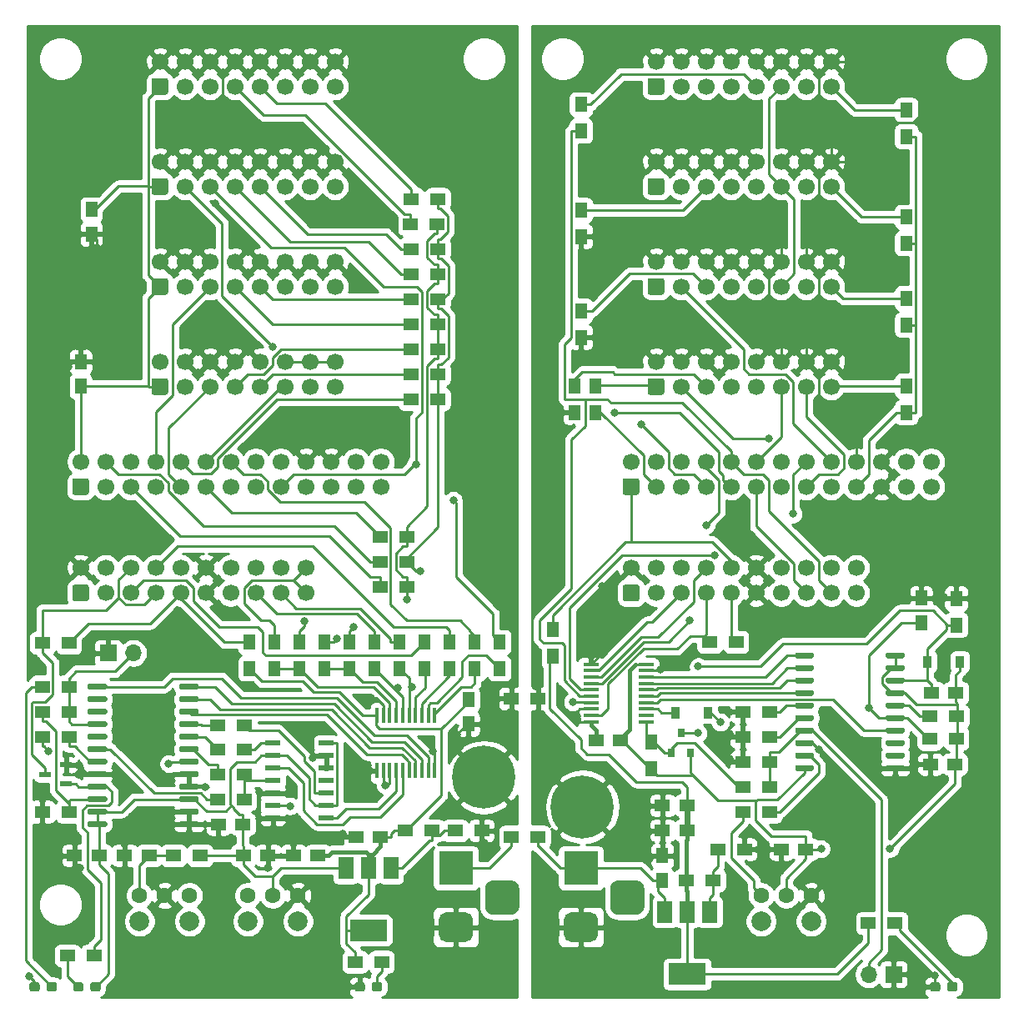
<source format=gtl>
G04 #@! TF.GenerationSoftware,KiCad,Pcbnew,(5.1.9-0-10_14)*
G04 #@! TF.CreationDate,2021-08-01T14:36:09+09:00*
G04 #@! TF.ProjectId,ADAT-IO-x4,41444154-2d49-44f2-9d78-342e6b696361,rev?*
G04 #@! TF.SameCoordinates,Original*
G04 #@! TF.FileFunction,Copper,L1,Top*
G04 #@! TF.FilePolarity,Positive*
%FSLAX46Y46*%
G04 Gerber Fmt 4.6, Leading zero omitted, Abs format (unit mm)*
G04 Created by KiCad (PCBNEW (5.1.9-0-10_14)) date 2021-08-01 14:36:09*
%MOMM*%
%LPD*%
G01*
G04 APERTURE LIST*
G04 #@! TA.AperFunction,SMDPad,CuDef*
%ADD10R,1.300000X0.600000*%
G04 #@! TD*
G04 #@! TA.AperFunction,ComponentPad*
%ADD11C,1.700000*%
G04 #@! TD*
G04 #@! TA.AperFunction,ComponentPad*
%ADD12C,2.000000*%
G04 #@! TD*
G04 #@! TA.AperFunction,ComponentPad*
%ADD13C,1.600000*%
G04 #@! TD*
G04 #@! TA.AperFunction,SMDPad,CuDef*
%ADD14R,1.500000X1.300000*%
G04 #@! TD*
G04 #@! TA.AperFunction,SMDPad,CuDef*
%ADD15R,1.500000X1.250000*%
G04 #@! TD*
G04 #@! TA.AperFunction,SMDPad,CuDef*
%ADD16R,1.250000X1.500000*%
G04 #@! TD*
G04 #@! TA.AperFunction,SMDPad,CuDef*
%ADD17R,0.900000X1.200000*%
G04 #@! TD*
G04 #@! TA.AperFunction,ComponentPad*
%ADD18R,3.500000X3.500000*%
G04 #@! TD*
G04 #@! TA.AperFunction,ComponentPad*
%ADD19R,1.700000X1.700000*%
G04 #@! TD*
G04 #@! TA.AperFunction,ComponentPad*
%ADD20O,1.700000X1.700000*%
G04 #@! TD*
G04 #@! TA.AperFunction,SMDPad,CuDef*
%ADD21R,0.800000X0.900000*%
G04 #@! TD*
G04 #@! TA.AperFunction,SMDPad,CuDef*
%ADD22R,1.300000X1.500000*%
G04 #@! TD*
G04 #@! TA.AperFunction,SMDPad,CuDef*
%ADD23R,3.800000X2.200000*%
G04 #@! TD*
G04 #@! TA.AperFunction,SMDPad,CuDef*
%ADD24R,1.500000X2.200000*%
G04 #@! TD*
G04 #@! TA.AperFunction,SMDPad,CuDef*
%ADD25R,1.600000X0.300000*%
G04 #@! TD*
G04 #@! TA.AperFunction,SMDPad,CuDef*
%ADD26R,0.300000X1.600000*%
G04 #@! TD*
G04 #@! TA.AperFunction,SMDPad,CuDef*
%ADD27R,1.500000X0.600000*%
G04 #@! TD*
G04 #@! TA.AperFunction,ComponentPad*
%ADD28C,6.400000*%
G04 #@! TD*
G04 #@! TA.AperFunction,ComponentPad*
%ADD29C,0.800000*%
G04 #@! TD*
G04 #@! TA.AperFunction,ViaPad*
%ADD30C,0.800000*%
G04 #@! TD*
G04 #@! TA.AperFunction,Conductor*
%ADD31C,0.250000*%
G04 #@! TD*
G04 #@! TA.AperFunction,Conductor*
%ADD32C,0.400000*%
G04 #@! TD*
G04 #@! TA.AperFunction,Conductor*
%ADD33C,0.600000*%
G04 #@! TD*
G04 #@! TA.AperFunction,Conductor*
%ADD34C,0.254000*%
G04 #@! TD*
G04 #@! TA.AperFunction,Conductor*
%ADD35C,0.100000*%
G04 #@! TD*
G04 APERTURE END LIST*
D10*
X142460000Y-106680000D03*
X144560000Y-105730000D03*
X144560000Y-107630000D03*
D11*
X232410000Y-74930000D03*
X229870000Y-74930000D03*
X227330000Y-74930000D03*
X224790000Y-74930000D03*
X222250000Y-74930000D03*
X219710000Y-74930000D03*
X217170000Y-74930000D03*
X214630000Y-74930000D03*
X212090000Y-74930000D03*
X209550000Y-74930000D03*
X207010000Y-74930000D03*
X204470000Y-74930000D03*
X201930000Y-74930000D03*
X232410000Y-77470000D03*
X229870000Y-77470000D03*
X227330000Y-77470000D03*
X224790000Y-77470000D03*
X222250000Y-77470000D03*
X219710000Y-77470000D03*
X217170000Y-77470000D03*
X214630000Y-77470000D03*
X212090000Y-77470000D03*
X209550000Y-77470000D03*
X207010000Y-77470000D03*
X204470000Y-77470000D03*
G04 #@! TA.AperFunction,ComponentPad*
G36*
G01*
X202530000Y-78320000D02*
X201330000Y-78320000D01*
G75*
G02*
X201080000Y-78070000I0J250000D01*
G01*
X201080000Y-76870000D01*
G75*
G02*
X201330000Y-76620000I250000J0D01*
G01*
X202530000Y-76620000D01*
G75*
G02*
X202780000Y-76870000I0J-250000D01*
G01*
X202780000Y-78070000D01*
G75*
G02*
X202530000Y-78320000I-250000J0D01*
G01*
G37*
G04 #@! TD.AperFunction*
X176530000Y-74930000D03*
X173990000Y-74930000D03*
X171450000Y-74930000D03*
X168910000Y-74930000D03*
X166370000Y-74930000D03*
X163830000Y-74930000D03*
X161290000Y-74930000D03*
X158750000Y-74930000D03*
X156210000Y-74930000D03*
X153670000Y-74930000D03*
X151130000Y-74930000D03*
X148590000Y-74930000D03*
X146050000Y-74930000D03*
X176530000Y-77470000D03*
X173990000Y-77470000D03*
X171450000Y-77470000D03*
X168910000Y-77470000D03*
X166370000Y-77470000D03*
X163830000Y-77470000D03*
X161290000Y-77470000D03*
X158750000Y-77470000D03*
X156210000Y-77470000D03*
X153670000Y-77470000D03*
X151130000Y-77470000D03*
X148590000Y-77470000D03*
G04 #@! TA.AperFunction,ComponentPad*
G36*
G01*
X146650000Y-78320000D02*
X145450000Y-78320000D01*
G75*
G02*
X145200000Y-78070000I0J250000D01*
G01*
X145200000Y-76870000D01*
G75*
G02*
X145450000Y-76620000I250000J0D01*
G01*
X146650000Y-76620000D01*
G75*
G02*
X146900000Y-76870000I0J-250000D01*
G01*
X146900000Y-78070000D01*
G75*
G02*
X146650000Y-78320000I-250000J0D01*
G01*
G37*
G04 #@! TD.AperFunction*
D12*
X152030000Y-121620000D03*
X157110000Y-121620000D03*
D13*
X152030000Y-119000000D03*
X154570000Y-119000000D03*
X157110000Y-119000000D03*
D12*
X163030000Y-121620000D03*
X168110000Y-121620000D03*
D13*
X163030000Y-119000000D03*
X165570000Y-119000000D03*
X168110000Y-119000000D03*
D12*
X215138000Y-121620000D03*
X220218000Y-121620000D03*
D13*
X215138000Y-119000000D03*
X217678000Y-119000000D03*
X220218000Y-119000000D03*
D14*
X158195000Y-114935000D03*
X155495000Y-114935000D03*
D15*
X205125000Y-109855000D03*
X207625000Y-109855000D03*
D16*
X146050000Y-64790000D03*
X146050000Y-67290000D03*
X147142200Y-51821400D03*
X147142200Y-49321400D03*
D15*
X147935000Y-114935000D03*
X145435000Y-114935000D03*
D16*
X185420000Y-99080000D03*
X185420000Y-101580000D03*
D15*
X160040000Y-111760000D03*
X162540000Y-111760000D03*
X153015000Y-114935000D03*
X150515000Y-114935000D03*
X219690000Y-114300000D03*
X217190000Y-114300000D03*
X200894000Y-103251000D03*
X198394000Y-103251000D03*
X234828400Y-105664000D03*
X232328400Y-105664000D03*
X205125000Y-112395000D03*
X207625000Y-112395000D03*
X167660000Y-114935000D03*
X170160000Y-114935000D03*
D16*
X205105000Y-117455000D03*
X205105000Y-114955000D03*
D15*
X162580000Y-114935000D03*
X165080000Y-114935000D03*
G04 #@! TA.AperFunction,SMDPad,CuDef*
G36*
G01*
X175610000Y-128507500D02*
X175610000Y-128032500D01*
G75*
G02*
X175847500Y-127795000I237500J0D01*
G01*
X176422500Y-127795000D01*
G75*
G02*
X176660000Y-128032500I0J-237500D01*
G01*
X176660000Y-128507500D01*
G75*
G02*
X176422500Y-128745000I-237500J0D01*
G01*
X175847500Y-128745000D01*
G75*
G02*
X175610000Y-128507500I0J237500D01*
G01*
G37*
G04 #@! TD.AperFunction*
G04 #@! TA.AperFunction,SMDPad,CuDef*
G36*
G01*
X173860000Y-128507500D02*
X173860000Y-128032500D01*
G75*
G02*
X174097500Y-127795000I237500J0D01*
G01*
X174672500Y-127795000D01*
G75*
G02*
X174910000Y-128032500I0J-237500D01*
G01*
X174910000Y-128507500D01*
G75*
G02*
X174672500Y-128745000I-237500J0D01*
G01*
X174097500Y-128745000D01*
G75*
G02*
X173860000Y-128507500I0J237500D01*
G01*
G37*
G04 #@! TD.AperFunction*
G04 #@! TA.AperFunction,SMDPad,CuDef*
G36*
G01*
X234030000Y-128507500D02*
X234030000Y-128032500D01*
G75*
G02*
X234267500Y-127795000I237500J0D01*
G01*
X234842500Y-127795000D01*
G75*
G02*
X235080000Y-128032500I0J-237500D01*
G01*
X235080000Y-128507500D01*
G75*
G02*
X234842500Y-128745000I-237500J0D01*
G01*
X234267500Y-128745000D01*
G75*
G02*
X234030000Y-128507500I0J237500D01*
G01*
G37*
G04 #@! TD.AperFunction*
G04 #@! TA.AperFunction,SMDPad,CuDef*
G36*
G01*
X232280000Y-128507500D02*
X232280000Y-128032500D01*
G75*
G02*
X232517500Y-127795000I237500J0D01*
G01*
X233092500Y-127795000D01*
G75*
G02*
X233330000Y-128032500I0J-237500D01*
G01*
X233330000Y-128507500D01*
G75*
G02*
X233092500Y-128745000I-237500J0D01*
G01*
X232517500Y-128745000D01*
G75*
G02*
X232280000Y-128507500I0J237500D01*
G01*
G37*
G04 #@! TD.AperFunction*
D17*
X235330000Y-95250000D03*
X232030000Y-95250000D03*
G04 #@! TA.AperFunction,SMDPad,CuDef*
G36*
G01*
X140840000Y-128507500D02*
X140840000Y-128032500D01*
G75*
G02*
X141077500Y-127795000I237500J0D01*
G01*
X141652500Y-127795000D01*
G75*
G02*
X141890000Y-128032500I0J-237500D01*
G01*
X141890000Y-128507500D01*
G75*
G02*
X141652500Y-128745000I-237500J0D01*
G01*
X141077500Y-128745000D01*
G75*
G02*
X140840000Y-128507500I0J237500D01*
G01*
G37*
G04 #@! TD.AperFunction*
G04 #@! TA.AperFunction,SMDPad,CuDef*
G36*
G01*
X142590000Y-128507500D02*
X142590000Y-128032500D01*
G75*
G02*
X142827500Y-127795000I237500J0D01*
G01*
X143402500Y-127795000D01*
G75*
G02*
X143640000Y-128032500I0J-237500D01*
G01*
X143640000Y-128507500D01*
G75*
G02*
X143402500Y-128745000I-237500J0D01*
G01*
X142827500Y-128745000D01*
G75*
G02*
X142590000Y-128507500I0J237500D01*
G01*
G37*
G04 #@! TD.AperFunction*
G04 #@! TA.AperFunction,SMDPad,CuDef*
G36*
G01*
X145285000Y-128507500D02*
X145285000Y-128032500D01*
G75*
G02*
X145522500Y-127795000I237500J0D01*
G01*
X146097500Y-127795000D01*
G75*
G02*
X146335000Y-128032500I0J-237500D01*
G01*
X146335000Y-128507500D01*
G75*
G02*
X146097500Y-128745000I-237500J0D01*
G01*
X145522500Y-128745000D01*
G75*
G02*
X145285000Y-128507500I0J237500D01*
G01*
G37*
G04 #@! TD.AperFunction*
G04 #@! TA.AperFunction,SMDPad,CuDef*
G36*
G01*
X147035000Y-128507500D02*
X147035000Y-128032500D01*
G75*
G02*
X147272500Y-127795000I237500J0D01*
G01*
X147847500Y-127795000D01*
G75*
G02*
X148085000Y-128032500I0J-237500D01*
G01*
X148085000Y-128507500D01*
G75*
G02*
X147847500Y-128745000I-237500J0D01*
G01*
X147272500Y-128745000D01*
G75*
G02*
X147035000Y-128507500I0J237500D01*
G01*
G37*
G04 #@! TD.AperFunction*
G04 #@! TA.AperFunction,ComponentPad*
G36*
G01*
X202425000Y-120955000D02*
X200675000Y-120955000D01*
G75*
G02*
X199800000Y-120080000I0J875000D01*
G01*
X199800000Y-118330000D01*
G75*
G02*
X200675000Y-117455000I875000J0D01*
G01*
X202425000Y-117455000D01*
G75*
G02*
X203300000Y-118330000I0J-875000D01*
G01*
X203300000Y-120080000D01*
G75*
G02*
X202425000Y-120955000I-875000J0D01*
G01*
G37*
G04 #@! TD.AperFunction*
G04 #@! TA.AperFunction,ComponentPad*
G36*
G01*
X197850000Y-123705000D02*
X195850000Y-123705000D01*
G75*
G02*
X195100000Y-122955000I0J750000D01*
G01*
X195100000Y-121455000D01*
G75*
G02*
X195850000Y-120705000I750000J0D01*
G01*
X197850000Y-120705000D01*
G75*
G02*
X198600000Y-121455000I0J-750000D01*
G01*
X198600000Y-122955000D01*
G75*
G02*
X197850000Y-123705000I-750000J0D01*
G01*
G37*
G04 #@! TD.AperFunction*
D18*
X196850000Y-116205000D03*
X184150000Y-116205000D03*
G04 #@! TA.AperFunction,ComponentPad*
G36*
G01*
X185150000Y-123705000D02*
X183150000Y-123705000D01*
G75*
G02*
X182400000Y-122955000I0J750000D01*
G01*
X182400000Y-121455000D01*
G75*
G02*
X183150000Y-120705000I750000J0D01*
G01*
X185150000Y-120705000D01*
G75*
G02*
X185900000Y-121455000I0J-750000D01*
G01*
X185900000Y-122955000D01*
G75*
G02*
X185150000Y-123705000I-750000J0D01*
G01*
G37*
G04 #@! TD.AperFunction*
G04 #@! TA.AperFunction,ComponentPad*
G36*
G01*
X189725000Y-120955000D02*
X187975000Y-120955000D01*
G75*
G02*
X187100000Y-120080000I0J875000D01*
G01*
X187100000Y-118330000D01*
G75*
G02*
X187975000Y-117455000I875000J0D01*
G01*
X189725000Y-117455000D01*
G75*
G02*
X190600000Y-118330000I0J-875000D01*
G01*
X190600000Y-120080000D01*
G75*
G02*
X189725000Y-120955000I-875000J0D01*
G01*
G37*
G04 #@! TD.AperFunction*
G04 #@! TA.AperFunction,ComponentPad*
G36*
G01*
X205070000Y-58000000D02*
X203870000Y-58000000D01*
G75*
G02*
X203620000Y-57750000I0J250000D01*
G01*
X203620000Y-56550000D01*
G75*
G02*
X203870000Y-56300000I250000J0D01*
G01*
X205070000Y-56300000D01*
G75*
G02*
X205320000Y-56550000I0J-250000D01*
G01*
X205320000Y-57750000D01*
G75*
G02*
X205070000Y-58000000I-250000J0D01*
G01*
G37*
G04 #@! TD.AperFunction*
D11*
X207010000Y-57150000D03*
X209550000Y-57150000D03*
X212090000Y-57150000D03*
X214630000Y-57150000D03*
X217170000Y-57150000D03*
X219710000Y-57150000D03*
X222250000Y-57150000D03*
X204470000Y-54610000D03*
X207010000Y-54610000D03*
X209550000Y-54610000D03*
X212090000Y-54610000D03*
X214630000Y-54610000D03*
X217170000Y-54610000D03*
X219710000Y-54610000D03*
X222250000Y-54610000D03*
G04 #@! TA.AperFunction,ComponentPad*
G36*
G01*
X205070000Y-68160000D02*
X203870000Y-68160000D01*
G75*
G02*
X203620000Y-67910000I0J250000D01*
G01*
X203620000Y-66710000D01*
G75*
G02*
X203870000Y-66460000I250000J0D01*
G01*
X205070000Y-66460000D01*
G75*
G02*
X205320000Y-66710000I0J-250000D01*
G01*
X205320000Y-67910000D01*
G75*
G02*
X205070000Y-68160000I-250000J0D01*
G01*
G37*
G04 #@! TD.AperFunction*
X207010000Y-67310000D03*
X209550000Y-67310000D03*
X212090000Y-67310000D03*
X214630000Y-67310000D03*
X217170000Y-67310000D03*
X219710000Y-67310000D03*
X222250000Y-67310000D03*
X204470000Y-64770000D03*
X207010000Y-64770000D03*
X209550000Y-64770000D03*
X212090000Y-64770000D03*
X214630000Y-64770000D03*
X217170000Y-64770000D03*
X219710000Y-64770000D03*
X222250000Y-64770000D03*
X222250000Y-34290000D03*
X219710000Y-34290000D03*
X217170000Y-34290000D03*
X214630000Y-34290000D03*
X212090000Y-34290000D03*
X209550000Y-34290000D03*
X207010000Y-34290000D03*
X204470000Y-34290000D03*
X222250000Y-36830000D03*
X219710000Y-36830000D03*
X217170000Y-36830000D03*
X214630000Y-36830000D03*
X212090000Y-36830000D03*
X209550000Y-36830000D03*
X207010000Y-36830000D03*
G04 #@! TA.AperFunction,ComponentPad*
G36*
G01*
X205070000Y-37680000D02*
X203870000Y-37680000D01*
G75*
G02*
X203620000Y-37430000I0J250000D01*
G01*
X203620000Y-36230000D01*
G75*
G02*
X203870000Y-35980000I250000J0D01*
G01*
X205070000Y-35980000D01*
G75*
G02*
X205320000Y-36230000I0J-250000D01*
G01*
X205320000Y-37430000D01*
G75*
G02*
X205070000Y-37680000I-250000J0D01*
G01*
G37*
G04 #@! TD.AperFunction*
X222250000Y-44450000D03*
X219710000Y-44450000D03*
X217170000Y-44450000D03*
X214630000Y-44450000D03*
X212090000Y-44450000D03*
X209550000Y-44450000D03*
X207010000Y-44450000D03*
X204470000Y-44450000D03*
X222250000Y-46990000D03*
X219710000Y-46990000D03*
X217170000Y-46990000D03*
X214630000Y-46990000D03*
X212090000Y-46990000D03*
X209550000Y-46990000D03*
X207010000Y-46990000D03*
G04 #@! TA.AperFunction,ComponentPad*
G36*
G01*
X205070000Y-47840000D02*
X203870000Y-47840000D01*
G75*
G02*
X203620000Y-47590000I0J250000D01*
G01*
X203620000Y-46390000D01*
G75*
G02*
X203870000Y-46140000I250000J0D01*
G01*
X205070000Y-46140000D01*
G75*
G02*
X205320000Y-46390000I0J-250000D01*
G01*
X205320000Y-47590000D01*
G75*
G02*
X205070000Y-47840000I-250000J0D01*
G01*
G37*
G04 #@! TD.AperFunction*
G04 #@! TA.AperFunction,ComponentPad*
G36*
G01*
X202540160Y-89117540D02*
X201340160Y-89117540D01*
G75*
G02*
X201090160Y-88867540I0J250000D01*
G01*
X201090160Y-87667540D01*
G75*
G02*
X201340160Y-87417540I250000J0D01*
G01*
X202540160Y-87417540D01*
G75*
G02*
X202790160Y-87667540I0J-250000D01*
G01*
X202790160Y-88867540D01*
G75*
G02*
X202540160Y-89117540I-250000J0D01*
G01*
G37*
G04 #@! TD.AperFunction*
X204480160Y-88267540D03*
X207020160Y-88267540D03*
X209560160Y-88267540D03*
X212100160Y-88267540D03*
X214640160Y-88267540D03*
X217180160Y-88267540D03*
X219720160Y-88267540D03*
X222260160Y-88267540D03*
X224800160Y-88267540D03*
X201940160Y-85727540D03*
X204480160Y-85727540D03*
X207020160Y-85727540D03*
X209560160Y-85727540D03*
X212100160Y-85727540D03*
X214640160Y-85727540D03*
X217180160Y-85727540D03*
X219720160Y-85727540D03*
X222260160Y-85727540D03*
X224800160Y-85727540D03*
D19*
X228600000Y-127000000D03*
D20*
X226060000Y-127000000D03*
D11*
X168910000Y-85725000D03*
X166370000Y-85725000D03*
X163830000Y-85725000D03*
X161290000Y-85725000D03*
X158750000Y-85725000D03*
X156210000Y-85725000D03*
X153670000Y-85725000D03*
X151130000Y-85725000D03*
X148590000Y-85725000D03*
X146050000Y-85725000D03*
X168910000Y-88265000D03*
X166370000Y-88265000D03*
X163830000Y-88265000D03*
X161290000Y-88265000D03*
X158750000Y-88265000D03*
X156210000Y-88265000D03*
X153670000Y-88265000D03*
X151130000Y-88265000D03*
X148590000Y-88265000D03*
G04 #@! TA.AperFunction,ComponentPad*
G36*
G01*
X146650000Y-89115000D02*
X145450000Y-89115000D01*
G75*
G02*
X145200000Y-88865000I0J250000D01*
G01*
X145200000Y-87665000D01*
G75*
G02*
X145450000Y-87415000I250000J0D01*
G01*
X146650000Y-87415000D01*
G75*
G02*
X146900000Y-87665000I0J-250000D01*
G01*
X146900000Y-88865000D01*
G75*
G02*
X146650000Y-89115000I-250000J0D01*
G01*
G37*
G04 #@! TD.AperFunction*
X171875000Y-64770000D03*
X169335000Y-64770000D03*
X166795000Y-64770000D03*
X164255000Y-64770000D03*
X161715000Y-64770000D03*
X159175000Y-64770000D03*
X156635000Y-64770000D03*
X154095000Y-64770000D03*
X171875000Y-67310000D03*
X169335000Y-67310000D03*
X166795000Y-67310000D03*
X164255000Y-67310000D03*
X161715000Y-67310000D03*
X159175000Y-67310000D03*
X156635000Y-67310000D03*
G04 #@! TA.AperFunction,ComponentPad*
G36*
G01*
X154695000Y-68160000D02*
X153495000Y-68160000D01*
G75*
G02*
X153245000Y-67910000I0J250000D01*
G01*
X153245000Y-66710000D01*
G75*
G02*
X153495000Y-66460000I250000J0D01*
G01*
X154695000Y-66460000D01*
G75*
G02*
X154945000Y-66710000I0J-250000D01*
G01*
X154945000Y-67910000D01*
G75*
G02*
X154695000Y-68160000I-250000J0D01*
G01*
G37*
G04 #@! TD.AperFunction*
G04 #@! TA.AperFunction,ComponentPad*
G36*
G01*
X154695000Y-58000000D02*
X153495000Y-58000000D01*
G75*
G02*
X153245000Y-57750000I0J250000D01*
G01*
X153245000Y-56550000D01*
G75*
G02*
X153495000Y-56300000I250000J0D01*
G01*
X154695000Y-56300000D01*
G75*
G02*
X154945000Y-56550000I0J-250000D01*
G01*
X154945000Y-57750000D01*
G75*
G02*
X154695000Y-58000000I-250000J0D01*
G01*
G37*
G04 #@! TD.AperFunction*
X156635000Y-57150000D03*
X159175000Y-57150000D03*
X161715000Y-57150000D03*
X164255000Y-57150000D03*
X166795000Y-57150000D03*
X169335000Y-57150000D03*
X171875000Y-57150000D03*
X154095000Y-54610000D03*
X156635000Y-54610000D03*
X159175000Y-54610000D03*
X161715000Y-54610000D03*
X164255000Y-54610000D03*
X166795000Y-54610000D03*
X169335000Y-54610000D03*
X171875000Y-54610000D03*
X171875000Y-44450000D03*
X169335000Y-44450000D03*
X166795000Y-44450000D03*
X164255000Y-44450000D03*
X161715000Y-44450000D03*
X159175000Y-44450000D03*
X156635000Y-44450000D03*
X154095000Y-44450000D03*
X171875000Y-46990000D03*
X169335000Y-46990000D03*
X166795000Y-46990000D03*
X164255000Y-46990000D03*
X161715000Y-46990000D03*
X159175000Y-46990000D03*
X156635000Y-46990000D03*
G04 #@! TA.AperFunction,ComponentPad*
G36*
G01*
X154695000Y-47840000D02*
X153495000Y-47840000D01*
G75*
G02*
X153245000Y-47590000I0J250000D01*
G01*
X153245000Y-46390000D01*
G75*
G02*
X153495000Y-46140000I250000J0D01*
G01*
X154695000Y-46140000D01*
G75*
G02*
X154945000Y-46390000I0J-250000D01*
G01*
X154945000Y-47590000D01*
G75*
G02*
X154695000Y-47840000I-250000J0D01*
G01*
G37*
G04 #@! TD.AperFunction*
G04 #@! TA.AperFunction,ComponentPad*
G36*
G01*
X154695000Y-37680000D02*
X153495000Y-37680000D01*
G75*
G02*
X153245000Y-37430000I0J250000D01*
G01*
X153245000Y-36230000D01*
G75*
G02*
X153495000Y-35980000I250000J0D01*
G01*
X154695000Y-35980000D01*
G75*
G02*
X154945000Y-36230000I0J-250000D01*
G01*
X154945000Y-37430000D01*
G75*
G02*
X154695000Y-37680000I-250000J0D01*
G01*
G37*
G04 #@! TD.AperFunction*
X156635000Y-36830000D03*
X159175000Y-36830000D03*
X161715000Y-36830000D03*
X164255000Y-36830000D03*
X166795000Y-36830000D03*
X169335000Y-36830000D03*
X171875000Y-36830000D03*
X154095000Y-34290000D03*
X156635000Y-34290000D03*
X159175000Y-34290000D03*
X161715000Y-34290000D03*
X164255000Y-34290000D03*
X166795000Y-34290000D03*
X169335000Y-34290000D03*
X171875000Y-34290000D03*
D21*
X206060000Y-104505000D03*
X207960000Y-104505000D03*
X207010000Y-102505000D03*
D14*
X192485000Y-113030000D03*
X189785000Y-113030000D03*
X189785000Y-99000000D03*
X192485000Y-99000000D03*
X184070000Y-112395000D03*
X186770000Y-112395000D03*
X213440000Y-114300000D03*
X210740000Y-114300000D03*
X178990000Y-112395000D03*
X181690000Y-112395000D03*
X210265000Y-117475000D03*
X207565000Y-117475000D03*
X176610000Y-125730000D03*
X173910000Y-125730000D03*
X226043500Y-121805700D03*
X228743500Y-121805700D03*
D22*
X196850000Y-59610000D03*
X196850000Y-62310000D03*
X229870000Y-61040000D03*
X229870000Y-58340000D03*
X196215000Y-67230000D03*
X196215000Y-69930000D03*
X229870000Y-69930000D03*
X229870000Y-67230000D03*
X196850000Y-38655000D03*
X196850000Y-41355000D03*
X229870000Y-41910000D03*
X229870000Y-39210000D03*
X196850000Y-49370000D03*
X196850000Y-52070000D03*
X229870000Y-52785000D03*
X229870000Y-50085000D03*
X194005200Y-91948000D03*
X194005200Y-94648000D03*
D14*
X213280000Y-100330000D03*
X215980000Y-100330000D03*
X215980000Y-102870000D03*
X213280000Y-102870000D03*
X213280000Y-105410000D03*
X215980000Y-105410000D03*
X232304600Y-100812600D03*
X235004600Y-100812600D03*
X213280000Y-107950000D03*
X215980000Y-107950000D03*
D22*
X203962000Y-103425000D03*
X203962000Y-106125000D03*
X234950000Y-91520000D03*
X234950000Y-88820000D03*
D14*
X215980000Y-110490000D03*
X213280000Y-110490000D03*
X144860000Y-100330000D03*
X142160000Y-100330000D03*
X142160000Y-110490000D03*
X144860000Y-110490000D03*
X142160000Y-102870000D03*
X144860000Y-102870000D03*
X162640000Y-109220000D03*
X159940000Y-109220000D03*
X159940000Y-106680000D03*
X162640000Y-106680000D03*
X162693340Y-101749860D03*
X159993340Y-101749860D03*
X159940000Y-104140000D03*
X162640000Y-104140000D03*
X144860000Y-97790000D03*
X142160000Y-97790000D03*
D22*
X186055000Y-93265000D03*
X186055000Y-95965000D03*
X188595000Y-95965000D03*
X188595000Y-93265000D03*
X183515000Y-95965000D03*
X183515000Y-93265000D03*
X180975000Y-93265000D03*
X180975000Y-95965000D03*
X165735000Y-93265000D03*
X165735000Y-95965000D03*
X168275000Y-93265000D03*
X168275000Y-95965000D03*
X170815000Y-93265000D03*
X170815000Y-95965000D03*
X173355000Y-95965000D03*
X173355000Y-93265000D03*
D14*
X147400000Y-125095000D03*
X144700000Y-125095000D03*
D22*
X175895000Y-93265000D03*
X175895000Y-95965000D03*
X178435000Y-95965000D03*
X178435000Y-93265000D03*
D14*
X179150000Y-82550000D03*
X176450000Y-82550000D03*
X182325000Y-68580000D03*
X179625000Y-68580000D03*
X182325000Y-63500000D03*
X179625000Y-63500000D03*
X182325000Y-66040000D03*
X179625000Y-66040000D03*
X182325000Y-60960000D03*
X179625000Y-60960000D03*
X182325000Y-58420000D03*
X179625000Y-58420000D03*
X179625000Y-55880000D03*
X182325000Y-55880000D03*
X179625000Y-53340000D03*
X182325000Y-53340000D03*
X182245000Y-50800000D03*
X179545000Y-50800000D03*
X179625000Y-48260000D03*
X182325000Y-48260000D03*
D23*
X175260000Y-122530000D03*
D24*
X177560000Y-116230000D03*
X175260000Y-116230000D03*
X172960000Y-116230000D03*
X205345000Y-120675000D03*
X207645000Y-120675000D03*
X209945000Y-120675000D03*
D23*
X207645000Y-126975000D03*
D25*
X197860000Y-95500000D03*
X197860000Y-96150000D03*
X197860000Y-96800000D03*
X197860000Y-97450000D03*
X197860000Y-98100000D03*
X197860000Y-98750000D03*
X197860000Y-99400000D03*
X197860000Y-100050000D03*
X197860000Y-100700000D03*
X197860000Y-101350000D03*
X203460000Y-101350000D03*
X203460000Y-100700000D03*
X203460000Y-100050000D03*
X203460000Y-99400000D03*
X203460000Y-98750000D03*
X203460000Y-98100000D03*
X203460000Y-97450000D03*
X203460000Y-96800000D03*
X203460000Y-96150000D03*
X203460000Y-95500000D03*
G04 #@! TA.AperFunction,SMDPad,CuDef*
G36*
G01*
X229705000Y-105895000D02*
X229705000Y-106195000D01*
G75*
G02*
X229555000Y-106345000I-150000J0D01*
G01*
X227955000Y-106345000D01*
G75*
G02*
X227805000Y-106195000I0J150000D01*
G01*
X227805000Y-105895000D01*
G75*
G02*
X227955000Y-105745000I150000J0D01*
G01*
X229555000Y-105745000D01*
G75*
G02*
X229705000Y-105895000I0J-150000D01*
G01*
G37*
G04 #@! TD.AperFunction*
G04 #@! TA.AperFunction,SMDPad,CuDef*
G36*
G01*
X229705000Y-104625000D02*
X229705000Y-104925000D01*
G75*
G02*
X229555000Y-105075000I-150000J0D01*
G01*
X227955000Y-105075000D01*
G75*
G02*
X227805000Y-104925000I0J150000D01*
G01*
X227805000Y-104625000D01*
G75*
G02*
X227955000Y-104475000I150000J0D01*
G01*
X229555000Y-104475000D01*
G75*
G02*
X229705000Y-104625000I0J-150000D01*
G01*
G37*
G04 #@! TD.AperFunction*
G04 #@! TA.AperFunction,SMDPad,CuDef*
G36*
G01*
X229705000Y-103355000D02*
X229705000Y-103655000D01*
G75*
G02*
X229555000Y-103805000I-150000J0D01*
G01*
X227955000Y-103805000D01*
G75*
G02*
X227805000Y-103655000I0J150000D01*
G01*
X227805000Y-103355000D01*
G75*
G02*
X227955000Y-103205000I150000J0D01*
G01*
X229555000Y-103205000D01*
G75*
G02*
X229705000Y-103355000I0J-150000D01*
G01*
G37*
G04 #@! TD.AperFunction*
G04 #@! TA.AperFunction,SMDPad,CuDef*
G36*
G01*
X229705000Y-102085000D02*
X229705000Y-102385000D01*
G75*
G02*
X229555000Y-102535000I-150000J0D01*
G01*
X227955000Y-102535000D01*
G75*
G02*
X227805000Y-102385000I0J150000D01*
G01*
X227805000Y-102085000D01*
G75*
G02*
X227955000Y-101935000I150000J0D01*
G01*
X229555000Y-101935000D01*
G75*
G02*
X229705000Y-102085000I0J-150000D01*
G01*
G37*
G04 #@! TD.AperFunction*
G04 #@! TA.AperFunction,SMDPad,CuDef*
G36*
G01*
X229705000Y-100815000D02*
X229705000Y-101115000D01*
G75*
G02*
X229555000Y-101265000I-150000J0D01*
G01*
X227955000Y-101265000D01*
G75*
G02*
X227805000Y-101115000I0J150000D01*
G01*
X227805000Y-100815000D01*
G75*
G02*
X227955000Y-100665000I150000J0D01*
G01*
X229555000Y-100665000D01*
G75*
G02*
X229705000Y-100815000I0J-150000D01*
G01*
G37*
G04 #@! TD.AperFunction*
G04 #@! TA.AperFunction,SMDPad,CuDef*
G36*
G01*
X229705000Y-99545000D02*
X229705000Y-99845000D01*
G75*
G02*
X229555000Y-99995000I-150000J0D01*
G01*
X227955000Y-99995000D01*
G75*
G02*
X227805000Y-99845000I0J150000D01*
G01*
X227805000Y-99545000D01*
G75*
G02*
X227955000Y-99395000I150000J0D01*
G01*
X229555000Y-99395000D01*
G75*
G02*
X229705000Y-99545000I0J-150000D01*
G01*
G37*
G04 #@! TD.AperFunction*
G04 #@! TA.AperFunction,SMDPad,CuDef*
G36*
G01*
X229705000Y-98275000D02*
X229705000Y-98575000D01*
G75*
G02*
X229555000Y-98725000I-150000J0D01*
G01*
X227955000Y-98725000D01*
G75*
G02*
X227805000Y-98575000I0J150000D01*
G01*
X227805000Y-98275000D01*
G75*
G02*
X227955000Y-98125000I150000J0D01*
G01*
X229555000Y-98125000D01*
G75*
G02*
X229705000Y-98275000I0J-150000D01*
G01*
G37*
G04 #@! TD.AperFunction*
G04 #@! TA.AperFunction,SMDPad,CuDef*
G36*
G01*
X229705000Y-97005000D02*
X229705000Y-97305000D01*
G75*
G02*
X229555000Y-97455000I-150000J0D01*
G01*
X227955000Y-97455000D01*
G75*
G02*
X227805000Y-97305000I0J150000D01*
G01*
X227805000Y-97005000D01*
G75*
G02*
X227955000Y-96855000I150000J0D01*
G01*
X229555000Y-96855000D01*
G75*
G02*
X229705000Y-97005000I0J-150000D01*
G01*
G37*
G04 #@! TD.AperFunction*
G04 #@! TA.AperFunction,SMDPad,CuDef*
G36*
G01*
X229705000Y-95735000D02*
X229705000Y-96035000D01*
G75*
G02*
X229555000Y-96185000I-150000J0D01*
G01*
X227955000Y-96185000D01*
G75*
G02*
X227805000Y-96035000I0J150000D01*
G01*
X227805000Y-95735000D01*
G75*
G02*
X227955000Y-95585000I150000J0D01*
G01*
X229555000Y-95585000D01*
G75*
G02*
X229705000Y-95735000I0J-150000D01*
G01*
G37*
G04 #@! TD.AperFunction*
G04 #@! TA.AperFunction,SMDPad,CuDef*
G36*
G01*
X229705000Y-94465000D02*
X229705000Y-94765000D01*
G75*
G02*
X229555000Y-94915000I-150000J0D01*
G01*
X227955000Y-94915000D01*
G75*
G02*
X227805000Y-94765000I0J150000D01*
G01*
X227805000Y-94465000D01*
G75*
G02*
X227955000Y-94315000I150000J0D01*
G01*
X229555000Y-94315000D01*
G75*
G02*
X229705000Y-94465000I0J-150000D01*
G01*
G37*
G04 #@! TD.AperFunction*
G04 #@! TA.AperFunction,SMDPad,CuDef*
G36*
G01*
X220505000Y-94465000D02*
X220505000Y-94765000D01*
G75*
G02*
X220355000Y-94915000I-150000J0D01*
G01*
X218755000Y-94915000D01*
G75*
G02*
X218605000Y-94765000I0J150000D01*
G01*
X218605000Y-94465000D01*
G75*
G02*
X218755000Y-94315000I150000J0D01*
G01*
X220355000Y-94315000D01*
G75*
G02*
X220505000Y-94465000I0J-150000D01*
G01*
G37*
G04 #@! TD.AperFunction*
G04 #@! TA.AperFunction,SMDPad,CuDef*
G36*
G01*
X220505000Y-95735000D02*
X220505000Y-96035000D01*
G75*
G02*
X220355000Y-96185000I-150000J0D01*
G01*
X218755000Y-96185000D01*
G75*
G02*
X218605000Y-96035000I0J150000D01*
G01*
X218605000Y-95735000D01*
G75*
G02*
X218755000Y-95585000I150000J0D01*
G01*
X220355000Y-95585000D01*
G75*
G02*
X220505000Y-95735000I0J-150000D01*
G01*
G37*
G04 #@! TD.AperFunction*
G04 #@! TA.AperFunction,SMDPad,CuDef*
G36*
G01*
X220505000Y-97005000D02*
X220505000Y-97305000D01*
G75*
G02*
X220355000Y-97455000I-150000J0D01*
G01*
X218755000Y-97455000D01*
G75*
G02*
X218605000Y-97305000I0J150000D01*
G01*
X218605000Y-97005000D01*
G75*
G02*
X218755000Y-96855000I150000J0D01*
G01*
X220355000Y-96855000D01*
G75*
G02*
X220505000Y-97005000I0J-150000D01*
G01*
G37*
G04 #@! TD.AperFunction*
G04 #@! TA.AperFunction,SMDPad,CuDef*
G36*
G01*
X220505000Y-98275000D02*
X220505000Y-98575000D01*
G75*
G02*
X220355000Y-98725000I-150000J0D01*
G01*
X218755000Y-98725000D01*
G75*
G02*
X218605000Y-98575000I0J150000D01*
G01*
X218605000Y-98275000D01*
G75*
G02*
X218755000Y-98125000I150000J0D01*
G01*
X220355000Y-98125000D01*
G75*
G02*
X220505000Y-98275000I0J-150000D01*
G01*
G37*
G04 #@! TD.AperFunction*
G04 #@! TA.AperFunction,SMDPad,CuDef*
G36*
G01*
X220505000Y-99545000D02*
X220505000Y-99845000D01*
G75*
G02*
X220355000Y-99995000I-150000J0D01*
G01*
X218755000Y-99995000D01*
G75*
G02*
X218605000Y-99845000I0J150000D01*
G01*
X218605000Y-99545000D01*
G75*
G02*
X218755000Y-99395000I150000J0D01*
G01*
X220355000Y-99395000D01*
G75*
G02*
X220505000Y-99545000I0J-150000D01*
G01*
G37*
G04 #@! TD.AperFunction*
G04 #@! TA.AperFunction,SMDPad,CuDef*
G36*
G01*
X220505000Y-100815000D02*
X220505000Y-101115000D01*
G75*
G02*
X220355000Y-101265000I-150000J0D01*
G01*
X218755000Y-101265000D01*
G75*
G02*
X218605000Y-101115000I0J150000D01*
G01*
X218605000Y-100815000D01*
G75*
G02*
X218755000Y-100665000I150000J0D01*
G01*
X220355000Y-100665000D01*
G75*
G02*
X220505000Y-100815000I0J-150000D01*
G01*
G37*
G04 #@! TD.AperFunction*
G04 #@! TA.AperFunction,SMDPad,CuDef*
G36*
G01*
X220505000Y-102085000D02*
X220505000Y-102385000D01*
G75*
G02*
X220355000Y-102535000I-150000J0D01*
G01*
X218755000Y-102535000D01*
G75*
G02*
X218605000Y-102385000I0J150000D01*
G01*
X218605000Y-102085000D01*
G75*
G02*
X218755000Y-101935000I150000J0D01*
G01*
X220355000Y-101935000D01*
G75*
G02*
X220505000Y-102085000I0J-150000D01*
G01*
G37*
G04 #@! TD.AperFunction*
G04 #@! TA.AperFunction,SMDPad,CuDef*
G36*
G01*
X220505000Y-103355000D02*
X220505000Y-103655000D01*
G75*
G02*
X220355000Y-103805000I-150000J0D01*
G01*
X218755000Y-103805000D01*
G75*
G02*
X218605000Y-103655000I0J150000D01*
G01*
X218605000Y-103355000D01*
G75*
G02*
X218755000Y-103205000I150000J0D01*
G01*
X220355000Y-103205000D01*
G75*
G02*
X220505000Y-103355000I0J-150000D01*
G01*
G37*
G04 #@! TD.AperFunction*
G04 #@! TA.AperFunction,SMDPad,CuDef*
G36*
G01*
X220505000Y-104625000D02*
X220505000Y-104925000D01*
G75*
G02*
X220355000Y-105075000I-150000J0D01*
G01*
X218755000Y-105075000D01*
G75*
G02*
X218605000Y-104925000I0J150000D01*
G01*
X218605000Y-104625000D01*
G75*
G02*
X218755000Y-104475000I150000J0D01*
G01*
X220355000Y-104475000D01*
G75*
G02*
X220505000Y-104625000I0J-150000D01*
G01*
G37*
G04 #@! TD.AperFunction*
G04 #@! TA.AperFunction,SMDPad,CuDef*
G36*
G01*
X220505000Y-105895000D02*
X220505000Y-106195000D01*
G75*
G02*
X220355000Y-106345000I-150000J0D01*
G01*
X218755000Y-106345000D01*
G75*
G02*
X218605000Y-106195000I0J150000D01*
G01*
X218605000Y-105895000D01*
G75*
G02*
X218755000Y-105745000I150000J0D01*
G01*
X220355000Y-105745000D01*
G75*
G02*
X220505000Y-105895000I0J-150000D01*
G01*
G37*
G04 #@! TD.AperFunction*
G04 #@! TA.AperFunction,SMDPad,CuDef*
G36*
G01*
X158050000Y-111622500D02*
X158050000Y-111897500D01*
G75*
G02*
X157912500Y-112035000I-137500J0D01*
G01*
X156187500Y-112035000D01*
G75*
G02*
X156050000Y-111897500I0J137500D01*
G01*
X156050000Y-111622500D01*
G75*
G02*
X156187500Y-111485000I137500J0D01*
G01*
X157912500Y-111485000D01*
G75*
G02*
X158050000Y-111622500I0J-137500D01*
G01*
G37*
G04 #@! TD.AperFunction*
G04 #@! TA.AperFunction,SMDPad,CuDef*
G36*
G01*
X158050000Y-110352500D02*
X158050000Y-110627500D01*
G75*
G02*
X157912500Y-110765000I-137500J0D01*
G01*
X156187500Y-110765000D01*
G75*
G02*
X156050000Y-110627500I0J137500D01*
G01*
X156050000Y-110352500D01*
G75*
G02*
X156187500Y-110215000I137500J0D01*
G01*
X157912500Y-110215000D01*
G75*
G02*
X158050000Y-110352500I0J-137500D01*
G01*
G37*
G04 #@! TD.AperFunction*
G04 #@! TA.AperFunction,SMDPad,CuDef*
G36*
G01*
X158050000Y-109082500D02*
X158050000Y-109357500D01*
G75*
G02*
X157912500Y-109495000I-137500J0D01*
G01*
X156187500Y-109495000D01*
G75*
G02*
X156050000Y-109357500I0J137500D01*
G01*
X156050000Y-109082500D01*
G75*
G02*
X156187500Y-108945000I137500J0D01*
G01*
X157912500Y-108945000D01*
G75*
G02*
X158050000Y-109082500I0J-137500D01*
G01*
G37*
G04 #@! TD.AperFunction*
G04 #@! TA.AperFunction,SMDPad,CuDef*
G36*
G01*
X158050000Y-107812500D02*
X158050000Y-108087500D01*
G75*
G02*
X157912500Y-108225000I-137500J0D01*
G01*
X156187500Y-108225000D01*
G75*
G02*
X156050000Y-108087500I0J137500D01*
G01*
X156050000Y-107812500D01*
G75*
G02*
X156187500Y-107675000I137500J0D01*
G01*
X157912500Y-107675000D01*
G75*
G02*
X158050000Y-107812500I0J-137500D01*
G01*
G37*
G04 #@! TD.AperFunction*
G04 #@! TA.AperFunction,SMDPad,CuDef*
G36*
G01*
X158050000Y-106542500D02*
X158050000Y-106817500D01*
G75*
G02*
X157912500Y-106955000I-137500J0D01*
G01*
X156187500Y-106955000D01*
G75*
G02*
X156050000Y-106817500I0J137500D01*
G01*
X156050000Y-106542500D01*
G75*
G02*
X156187500Y-106405000I137500J0D01*
G01*
X157912500Y-106405000D01*
G75*
G02*
X158050000Y-106542500I0J-137500D01*
G01*
G37*
G04 #@! TD.AperFunction*
G04 #@! TA.AperFunction,SMDPad,CuDef*
G36*
G01*
X158050000Y-105272500D02*
X158050000Y-105547500D01*
G75*
G02*
X157912500Y-105685000I-137500J0D01*
G01*
X156187500Y-105685000D01*
G75*
G02*
X156050000Y-105547500I0J137500D01*
G01*
X156050000Y-105272500D01*
G75*
G02*
X156187500Y-105135000I137500J0D01*
G01*
X157912500Y-105135000D01*
G75*
G02*
X158050000Y-105272500I0J-137500D01*
G01*
G37*
G04 #@! TD.AperFunction*
G04 #@! TA.AperFunction,SMDPad,CuDef*
G36*
G01*
X158050000Y-104002500D02*
X158050000Y-104277500D01*
G75*
G02*
X157912500Y-104415000I-137500J0D01*
G01*
X156187500Y-104415000D01*
G75*
G02*
X156050000Y-104277500I0J137500D01*
G01*
X156050000Y-104002500D01*
G75*
G02*
X156187500Y-103865000I137500J0D01*
G01*
X157912500Y-103865000D01*
G75*
G02*
X158050000Y-104002500I0J-137500D01*
G01*
G37*
G04 #@! TD.AperFunction*
G04 #@! TA.AperFunction,SMDPad,CuDef*
G36*
G01*
X158050000Y-102732500D02*
X158050000Y-103007500D01*
G75*
G02*
X157912500Y-103145000I-137500J0D01*
G01*
X156187500Y-103145000D01*
G75*
G02*
X156050000Y-103007500I0J137500D01*
G01*
X156050000Y-102732500D01*
G75*
G02*
X156187500Y-102595000I137500J0D01*
G01*
X157912500Y-102595000D01*
G75*
G02*
X158050000Y-102732500I0J-137500D01*
G01*
G37*
G04 #@! TD.AperFunction*
G04 #@! TA.AperFunction,SMDPad,CuDef*
G36*
G01*
X158050000Y-101462500D02*
X158050000Y-101737500D01*
G75*
G02*
X157912500Y-101875000I-137500J0D01*
G01*
X156187500Y-101875000D01*
G75*
G02*
X156050000Y-101737500I0J137500D01*
G01*
X156050000Y-101462500D01*
G75*
G02*
X156187500Y-101325000I137500J0D01*
G01*
X157912500Y-101325000D01*
G75*
G02*
X158050000Y-101462500I0J-137500D01*
G01*
G37*
G04 #@! TD.AperFunction*
G04 #@! TA.AperFunction,SMDPad,CuDef*
G36*
G01*
X158050000Y-100192500D02*
X158050000Y-100467500D01*
G75*
G02*
X157912500Y-100605000I-137500J0D01*
G01*
X156187500Y-100605000D01*
G75*
G02*
X156050000Y-100467500I0J137500D01*
G01*
X156050000Y-100192500D01*
G75*
G02*
X156187500Y-100055000I137500J0D01*
G01*
X157912500Y-100055000D01*
G75*
G02*
X158050000Y-100192500I0J-137500D01*
G01*
G37*
G04 #@! TD.AperFunction*
G04 #@! TA.AperFunction,SMDPad,CuDef*
G36*
G01*
X158050000Y-98922500D02*
X158050000Y-99197500D01*
G75*
G02*
X157912500Y-99335000I-137500J0D01*
G01*
X156187500Y-99335000D01*
G75*
G02*
X156050000Y-99197500I0J137500D01*
G01*
X156050000Y-98922500D01*
G75*
G02*
X156187500Y-98785000I137500J0D01*
G01*
X157912500Y-98785000D01*
G75*
G02*
X158050000Y-98922500I0J-137500D01*
G01*
G37*
G04 #@! TD.AperFunction*
G04 #@! TA.AperFunction,SMDPad,CuDef*
G36*
G01*
X158050000Y-97652500D02*
X158050000Y-97927500D01*
G75*
G02*
X157912500Y-98065000I-137500J0D01*
G01*
X156187500Y-98065000D01*
G75*
G02*
X156050000Y-97927500I0J137500D01*
G01*
X156050000Y-97652500D01*
G75*
G02*
X156187500Y-97515000I137500J0D01*
G01*
X157912500Y-97515000D01*
G75*
G02*
X158050000Y-97652500I0J-137500D01*
G01*
G37*
G04 #@! TD.AperFunction*
G04 #@! TA.AperFunction,SMDPad,CuDef*
G36*
G01*
X148750000Y-97652500D02*
X148750000Y-97927500D01*
G75*
G02*
X148612500Y-98065000I-137500J0D01*
G01*
X146887500Y-98065000D01*
G75*
G02*
X146750000Y-97927500I0J137500D01*
G01*
X146750000Y-97652500D01*
G75*
G02*
X146887500Y-97515000I137500J0D01*
G01*
X148612500Y-97515000D01*
G75*
G02*
X148750000Y-97652500I0J-137500D01*
G01*
G37*
G04 #@! TD.AperFunction*
G04 #@! TA.AperFunction,SMDPad,CuDef*
G36*
G01*
X148750000Y-98922500D02*
X148750000Y-99197500D01*
G75*
G02*
X148612500Y-99335000I-137500J0D01*
G01*
X146887500Y-99335000D01*
G75*
G02*
X146750000Y-99197500I0J137500D01*
G01*
X146750000Y-98922500D01*
G75*
G02*
X146887500Y-98785000I137500J0D01*
G01*
X148612500Y-98785000D01*
G75*
G02*
X148750000Y-98922500I0J-137500D01*
G01*
G37*
G04 #@! TD.AperFunction*
G04 #@! TA.AperFunction,SMDPad,CuDef*
G36*
G01*
X148750000Y-100192500D02*
X148750000Y-100467500D01*
G75*
G02*
X148612500Y-100605000I-137500J0D01*
G01*
X146887500Y-100605000D01*
G75*
G02*
X146750000Y-100467500I0J137500D01*
G01*
X146750000Y-100192500D01*
G75*
G02*
X146887500Y-100055000I137500J0D01*
G01*
X148612500Y-100055000D01*
G75*
G02*
X148750000Y-100192500I0J-137500D01*
G01*
G37*
G04 #@! TD.AperFunction*
G04 #@! TA.AperFunction,SMDPad,CuDef*
G36*
G01*
X148750000Y-101462500D02*
X148750000Y-101737500D01*
G75*
G02*
X148612500Y-101875000I-137500J0D01*
G01*
X146887500Y-101875000D01*
G75*
G02*
X146750000Y-101737500I0J137500D01*
G01*
X146750000Y-101462500D01*
G75*
G02*
X146887500Y-101325000I137500J0D01*
G01*
X148612500Y-101325000D01*
G75*
G02*
X148750000Y-101462500I0J-137500D01*
G01*
G37*
G04 #@! TD.AperFunction*
G04 #@! TA.AperFunction,SMDPad,CuDef*
G36*
G01*
X148750000Y-102732500D02*
X148750000Y-103007500D01*
G75*
G02*
X148612500Y-103145000I-137500J0D01*
G01*
X146887500Y-103145000D01*
G75*
G02*
X146750000Y-103007500I0J137500D01*
G01*
X146750000Y-102732500D01*
G75*
G02*
X146887500Y-102595000I137500J0D01*
G01*
X148612500Y-102595000D01*
G75*
G02*
X148750000Y-102732500I0J-137500D01*
G01*
G37*
G04 #@! TD.AperFunction*
G04 #@! TA.AperFunction,SMDPad,CuDef*
G36*
G01*
X148750000Y-104002500D02*
X148750000Y-104277500D01*
G75*
G02*
X148612500Y-104415000I-137500J0D01*
G01*
X146887500Y-104415000D01*
G75*
G02*
X146750000Y-104277500I0J137500D01*
G01*
X146750000Y-104002500D01*
G75*
G02*
X146887500Y-103865000I137500J0D01*
G01*
X148612500Y-103865000D01*
G75*
G02*
X148750000Y-104002500I0J-137500D01*
G01*
G37*
G04 #@! TD.AperFunction*
G04 #@! TA.AperFunction,SMDPad,CuDef*
G36*
G01*
X148750000Y-105272500D02*
X148750000Y-105547500D01*
G75*
G02*
X148612500Y-105685000I-137500J0D01*
G01*
X146887500Y-105685000D01*
G75*
G02*
X146750000Y-105547500I0J137500D01*
G01*
X146750000Y-105272500D01*
G75*
G02*
X146887500Y-105135000I137500J0D01*
G01*
X148612500Y-105135000D01*
G75*
G02*
X148750000Y-105272500I0J-137500D01*
G01*
G37*
G04 #@! TD.AperFunction*
G04 #@! TA.AperFunction,SMDPad,CuDef*
G36*
G01*
X148750000Y-106542500D02*
X148750000Y-106817500D01*
G75*
G02*
X148612500Y-106955000I-137500J0D01*
G01*
X146887500Y-106955000D01*
G75*
G02*
X146750000Y-106817500I0J137500D01*
G01*
X146750000Y-106542500D01*
G75*
G02*
X146887500Y-106405000I137500J0D01*
G01*
X148612500Y-106405000D01*
G75*
G02*
X148750000Y-106542500I0J-137500D01*
G01*
G37*
G04 #@! TD.AperFunction*
G04 #@! TA.AperFunction,SMDPad,CuDef*
G36*
G01*
X148750000Y-107812500D02*
X148750000Y-108087500D01*
G75*
G02*
X148612500Y-108225000I-137500J0D01*
G01*
X146887500Y-108225000D01*
G75*
G02*
X146750000Y-108087500I0J137500D01*
G01*
X146750000Y-107812500D01*
G75*
G02*
X146887500Y-107675000I137500J0D01*
G01*
X148612500Y-107675000D01*
G75*
G02*
X148750000Y-107812500I0J-137500D01*
G01*
G37*
G04 #@! TD.AperFunction*
G04 #@! TA.AperFunction,SMDPad,CuDef*
G36*
G01*
X148750000Y-109082500D02*
X148750000Y-109357500D01*
G75*
G02*
X148612500Y-109495000I-137500J0D01*
G01*
X146887500Y-109495000D01*
G75*
G02*
X146750000Y-109357500I0J137500D01*
G01*
X146750000Y-109082500D01*
G75*
G02*
X146887500Y-108945000I137500J0D01*
G01*
X148612500Y-108945000D01*
G75*
G02*
X148750000Y-109082500I0J-137500D01*
G01*
G37*
G04 #@! TD.AperFunction*
G04 #@! TA.AperFunction,SMDPad,CuDef*
G36*
G01*
X148750000Y-110352500D02*
X148750000Y-110627500D01*
G75*
G02*
X148612500Y-110765000I-137500J0D01*
G01*
X146887500Y-110765000D01*
G75*
G02*
X146750000Y-110627500I0J137500D01*
G01*
X146750000Y-110352500D01*
G75*
G02*
X146887500Y-110215000I137500J0D01*
G01*
X148612500Y-110215000D01*
G75*
G02*
X148750000Y-110352500I0J-137500D01*
G01*
G37*
G04 #@! TD.AperFunction*
G04 #@! TA.AperFunction,SMDPad,CuDef*
G36*
G01*
X148750000Y-111622500D02*
X148750000Y-111897500D01*
G75*
G02*
X148612500Y-112035000I-137500J0D01*
G01*
X146887500Y-112035000D01*
G75*
G02*
X146750000Y-111897500I0J137500D01*
G01*
X146750000Y-111622500D01*
G75*
G02*
X146887500Y-111485000I137500J0D01*
G01*
X148612500Y-111485000D01*
G75*
G02*
X148750000Y-111622500I0J-137500D01*
G01*
G37*
G04 #@! TD.AperFunction*
D26*
X176145000Y-100705000D03*
X176795000Y-100705000D03*
X177445000Y-100705000D03*
X178095000Y-100705000D03*
X178745000Y-100705000D03*
X179395000Y-100705000D03*
X180045000Y-100705000D03*
X180695000Y-100705000D03*
X181345000Y-100705000D03*
X181995000Y-100705000D03*
X181995000Y-106305000D03*
X181345000Y-106305000D03*
X180695000Y-106305000D03*
X180045000Y-106305000D03*
X179395000Y-106305000D03*
X178745000Y-106305000D03*
X178095000Y-106305000D03*
X177445000Y-106305000D03*
X176795000Y-106305000D03*
X176145000Y-106305000D03*
D14*
X144860000Y-93345000D03*
X142160000Y-93345000D03*
D27*
X165575000Y-103505000D03*
X165575000Y-104775000D03*
X165575000Y-106045000D03*
X165575000Y-107315000D03*
X165575000Y-108585000D03*
X165575000Y-109855000D03*
X165575000Y-111125000D03*
X170975000Y-111125000D03*
X170975000Y-109855000D03*
X170975000Y-108585000D03*
X170975000Y-107315000D03*
X170975000Y-106045000D03*
X170975000Y-104775000D03*
X170975000Y-103505000D03*
D14*
X176450000Y-87630000D03*
X179150000Y-87630000D03*
X176450000Y-85090000D03*
X179150000Y-85090000D03*
D28*
X197000000Y-110000000D03*
D29*
X199400000Y-110000000D03*
X198697056Y-111697056D03*
X197000000Y-112400000D03*
X195302944Y-111697056D03*
X194600000Y-110000000D03*
X195302944Y-108302944D03*
X197000000Y-107600000D03*
X198697056Y-108302944D03*
X188691856Y-105287744D03*
X186994800Y-104584800D03*
X185297744Y-105287744D03*
X184594800Y-106984800D03*
X185297744Y-108681856D03*
X186994800Y-109384800D03*
X188691856Y-108681856D03*
X189394800Y-106984800D03*
D28*
X186994800Y-106984800D03*
D15*
X174010000Y-113030000D03*
X176510000Y-113030000D03*
X234930000Y-98425000D03*
X232430000Y-98425000D03*
D22*
X163195000Y-95965000D03*
X163195000Y-93265000D03*
D16*
X231394000Y-88793000D03*
X231394000Y-91293000D03*
D17*
X206477600Y-100406200D03*
X209777600Y-100406200D03*
D22*
X198323200Y-69930000D03*
X198323200Y-67230000D03*
D14*
X234953800Y-103098600D03*
X232253800Y-103098600D03*
X212600000Y-93250000D03*
X209900000Y-93250000D03*
D19*
X148849080Y-94361000D03*
D20*
X151389080Y-94361000D03*
D30*
X158671800Y-107950000D03*
X172652700Y-112748000D03*
X169622600Y-105052100D03*
X164221800Y-108497500D03*
X157050000Y-112657300D03*
X150515000Y-113708500D03*
X144812700Y-65338600D03*
X147701000Y-53213000D03*
X146033100Y-116181100D03*
X167660000Y-113700500D03*
X165080000Y-116163600D03*
X173235000Y-128185000D03*
X140812300Y-127161300D03*
X187052400Y-113652700D03*
X142160000Y-109232200D03*
X145843200Y-105810300D03*
X164182900Y-111232700D03*
X159677100Y-48745140D03*
X189651640Y-100355400D03*
X175183800Y-105816400D03*
X181841984Y-104362664D03*
X175564800Y-98882200D03*
X184277000Y-102616000D03*
X221234000Y-114249200D03*
X228244400Y-114223800D03*
X203861000Y-115248700D03*
X220990800Y-104130700D03*
X215825900Y-114316800D03*
X214811800Y-114349200D03*
X203747300Y-112517700D03*
X232805000Y-127152200D03*
X228755000Y-106976800D03*
X211925300Y-102590600D03*
X196442500Y-100808200D03*
X192185100Y-97724800D03*
X221535500Y-109670700D03*
X211926000Y-100371900D03*
X211928800Y-105134100D03*
X233681600Y-88638500D03*
X204887300Y-96044900D03*
X199021700Y-87571580D03*
X212105240Y-60474860D03*
X199009000Y-94386400D03*
X208762600Y-95732600D03*
X208746600Y-102505000D03*
X207899000Y-91059000D03*
X215925300Y-72603600D03*
X218403400Y-80250400D03*
X210434300Y-84458700D03*
X200291300Y-69939300D03*
X202953700Y-71173200D03*
X209562300Y-81368100D03*
X210997800Y-101396800D03*
X226067750Y-99905950D03*
X165548198Y-63252480D03*
X183896000Y-78867000D03*
X180086000Y-75184000D03*
X168804300Y-91111300D03*
X172085000Y-92888200D03*
X173782200Y-91739700D03*
X142811100Y-104337100D03*
X179197000Y-88905600D03*
X178231800Y-97917000D03*
X179679600Y-97790000D03*
X180543200Y-86080600D03*
X167309800Y-109905800D03*
X176961800Y-107772200D03*
X196011800Y-99339400D03*
X155000960Y-105605580D03*
D31*
X157050000Y-109220000D02*
X151491400Y-109220000D01*
X151491400Y-109220000D02*
X150221400Y-110490000D01*
X150221400Y-110490000D02*
X147750000Y-110490000D01*
X147750000Y-111760000D02*
X147750000Y-110490000D01*
X170975000Y-109855000D02*
X172050300Y-109855000D01*
X170975000Y-103505000D02*
X172050300Y-103505000D01*
X172050300Y-103505000D02*
X172050300Y-109855000D01*
X189785000Y-113030000D02*
X189785000Y-114005300D01*
X184150000Y-116205000D02*
X187585300Y-116205000D01*
X187585300Y-116205000D02*
X189785000Y-114005300D01*
X165570000Y-117060000D02*
X163754700Y-117060000D01*
X163754700Y-117060000D02*
X162580000Y-115885300D01*
X171884700Y-116230000D02*
X166400000Y-116230000D01*
X166400000Y-116230000D02*
X165570000Y-117060000D01*
X165570000Y-117060000D02*
X165570000Y-119000000D01*
X162580000Y-114935000D02*
X162580000Y-115885300D01*
X162580000Y-114935000D02*
X162580000Y-113984700D01*
X162540000Y-111760000D02*
X162540000Y-113944700D01*
X162540000Y-113944700D02*
X162580000Y-113984700D01*
X147750000Y-111760000D02*
X147935000Y-111945000D01*
X147935000Y-111945000D02*
X147935000Y-114935000D01*
X172960000Y-116230000D02*
X171884700Y-116230000D01*
X147935000Y-115885300D02*
X147935000Y-114935000D01*
X148844000Y-116794300D02*
X147935000Y-115885300D01*
X148844000Y-126986000D02*
X148844000Y-116794300D01*
X147560000Y-128270000D02*
X148844000Y-126986000D01*
X158195000Y-114935000D02*
X162580000Y-114935000D01*
X157609200Y-109220000D02*
X157050000Y-109220000D01*
X158828400Y-110439200D02*
X157609200Y-109220000D01*
X160782000Y-110439200D02*
X158828400Y-110439200D01*
X161356950Y-109864250D02*
X160782000Y-110439200D01*
X162540000Y-110809700D02*
X162540000Y-111760000D01*
X162143100Y-110809700D02*
X162540000Y-110809700D01*
X161542700Y-110209300D02*
X162143100Y-110809700D01*
X169899700Y-109855000D02*
X169240200Y-109195500D01*
X161542700Y-110050000D02*
X161542700Y-110209300D01*
X166954200Y-104775000D02*
X164401500Y-104775000D01*
X161264600Y-106114600D02*
X161264600Y-109771900D01*
X163735300Y-105441200D02*
X161938000Y-105441200D01*
X161264600Y-109771900D02*
X161542700Y-110050000D01*
X161938000Y-105441200D02*
X161264600Y-106114600D01*
X169240200Y-107061000D02*
X166954200Y-104775000D01*
X164401500Y-104775000D02*
X163735300Y-105441200D01*
X169240200Y-109195500D02*
X169240200Y-107061000D01*
X170975000Y-109855000D02*
X169899700Y-109855000D01*
X158671800Y-107950000D02*
X157050000Y-107950000D01*
X172934700Y-113030000D02*
X172652700Y-112748000D01*
X174010000Y-113030000D02*
X172934700Y-113030000D01*
X169622600Y-105052100D02*
X169899700Y-104775000D01*
X170975000Y-104775000D02*
X169899700Y-104775000D01*
X164221800Y-108497500D02*
X164412200Y-108497500D01*
X164412200Y-108497500D02*
X164499700Y-108585000D01*
X165575000Y-108585000D02*
X164499700Y-108585000D01*
X170975000Y-106045000D02*
X170975000Y-104775000D01*
X157050000Y-111760000D02*
X158964700Y-111760000D01*
X160040000Y-111760000D02*
X158964700Y-111760000D01*
X157050000Y-112657300D02*
X157050000Y-111760000D01*
X150515000Y-113708500D02*
X150515000Y-114935000D01*
X144812700Y-65338600D02*
X145099700Y-65051600D01*
X145099700Y-65051600D02*
X145099700Y-64790000D01*
X146050000Y-64790000D02*
X145099700Y-64790000D01*
X146033100Y-116181100D02*
X145737300Y-115885300D01*
X145737300Y-115885300D02*
X145435000Y-115885300D01*
X145435000Y-114935000D02*
X145435000Y-115885300D01*
X167660000Y-113700500D02*
X167660000Y-114935000D01*
X165080000Y-114935000D02*
X165080000Y-116163600D01*
X173235000Y-128185000D02*
X174300000Y-128185000D01*
X174300000Y-128185000D02*
X174385000Y-128270000D01*
X140812300Y-127161300D02*
X141365000Y-127714000D01*
X141365000Y-127714000D02*
X141365000Y-128270000D01*
X186770000Y-113370300D02*
X187052400Y-113652700D01*
X186770000Y-112395000D02*
X186770000Y-113370300D01*
X142160000Y-110490000D02*
X142160000Y-109232200D01*
X157050000Y-111760000D02*
X157050000Y-110490000D01*
X157050000Y-107950000D02*
X157050000Y-106680000D01*
X145843200Y-105810300D02*
X146712900Y-106680000D01*
X146712900Y-106680000D02*
X147750000Y-106680000D01*
X145843200Y-105810300D02*
X145615600Y-105810300D01*
X145615600Y-105810300D02*
X145535300Y-105730000D01*
X144560000Y-105730000D02*
X145535300Y-105730000D01*
X164182900Y-111232700D02*
X164392000Y-111232700D01*
X164392000Y-111232700D02*
X164499700Y-111125000D01*
X165575000Y-111125000D02*
X164499700Y-111125000D01*
X171875000Y-64770000D02*
X169335000Y-64770000D01*
X169335000Y-64770000D02*
X166795000Y-64770000D01*
X161715000Y-34290000D02*
X160444180Y-35560820D01*
X160444180Y-35560820D02*
X160444180Y-38369240D01*
X189785000Y-100222040D02*
X189651640Y-100355400D01*
X189785000Y-99000000D02*
X189785000Y-100222040D01*
X175672400Y-106305000D02*
X175183800Y-105816400D01*
X176145000Y-106305000D02*
X175672400Y-106305000D01*
X181995000Y-106305000D02*
X181995000Y-104515680D01*
X181995000Y-104515680D02*
X181841984Y-104362664D01*
X176795000Y-99655000D02*
X176022200Y-98882200D01*
X176795000Y-100705000D02*
X176795000Y-99655000D01*
X176022200Y-98882200D02*
X175564800Y-98882200D01*
X185420000Y-101580000D02*
X185313000Y-101580000D01*
X185313000Y-101580000D02*
X184277000Y-102616000D01*
X147701000Y-52380200D02*
X147142200Y-51821400D01*
X147701000Y-53213000D02*
X147701000Y-52380200D01*
X192485000Y-113030000D02*
X192485000Y-114005300D01*
X196850000Y-116205000D02*
X194774700Y-116205000D01*
X194774700Y-116205000D02*
X192575000Y-114005300D01*
X192575000Y-114005300D02*
X192485000Y-114005300D01*
X204154700Y-117455000D02*
X202904700Y-116205000D01*
X202904700Y-116205000D02*
X196850000Y-116205000D01*
X228755000Y-98425000D02*
X228380900Y-98425000D01*
X228380900Y-98425000D02*
X227462800Y-97506900D01*
X227462800Y-97506900D02*
X227462800Y-96812900D01*
X227462800Y-96812900D02*
X228390700Y-95885000D01*
X228390700Y-95885000D02*
X228755000Y-95885000D01*
X219690000Y-114300000D02*
X219690000Y-115250300D01*
X217678000Y-119000000D02*
X217678000Y-117262300D01*
X217678000Y-117262300D02*
X219690000Y-115250300D01*
X205345000Y-120675000D02*
X205345000Y-119249700D01*
X204629900Y-117455000D02*
X204629900Y-118534600D01*
X204629900Y-118534600D02*
X205345000Y-119249700D01*
X204629900Y-117455000D02*
X204154700Y-117455000D01*
X205105000Y-117455000D02*
X204629900Y-117455000D01*
X234930000Y-98425000D02*
X234930000Y-96575300D01*
X234930000Y-96575300D02*
X235330000Y-96175300D01*
X228755000Y-94615000D02*
X228755000Y-95885000D01*
X235330000Y-95250000D02*
X235330000Y-96175300D01*
X203460000Y-95500000D02*
X202382310Y-95500000D01*
X232754100Y-99618800D02*
X230899700Y-99618800D01*
X229705900Y-98425000D02*
X228755000Y-98425000D01*
X232774100Y-99598800D02*
X232754100Y-99618800D01*
X230899700Y-99618800D02*
X229705900Y-98425000D01*
X234930000Y-99598800D02*
X232774100Y-99598800D01*
X235030000Y-99475300D02*
X235030000Y-103022400D01*
X235030000Y-103022400D02*
X234953800Y-103098600D01*
X234930000Y-99375300D02*
X235030000Y-99475300D01*
X234930000Y-98425000D02*
X234930000Y-99375300D01*
D32*
X201784882Y-102166118D02*
X200894000Y-103057000D01*
X201784882Y-96155116D02*
X201784882Y-102166118D01*
X202382310Y-95557688D02*
X201784882Y-96155116D01*
D31*
X200894000Y-103057000D02*
X204621800Y-106784800D01*
X234953800Y-103098600D02*
X234953800Y-105538600D01*
X234953800Y-105538600D02*
X234828400Y-105664000D01*
X234828400Y-105664000D02*
X234828400Y-105912600D01*
X221183200Y-114300000D02*
X221234000Y-114249200D01*
X219690000Y-114300000D02*
X221183200Y-114300000D01*
X234828400Y-107639800D02*
X234828400Y-105664000D01*
X228244400Y-114223800D02*
X234828400Y-107639800D01*
X207960000Y-106563200D02*
X208181600Y-106784800D01*
X207960000Y-104505000D02*
X207960000Y-106563200D01*
X204621800Y-106784800D02*
X208181600Y-106784800D01*
X210758300Y-109296200D02*
X208246900Y-106784800D01*
X214731600Y-109296200D02*
X210758300Y-109296200D01*
X208246900Y-106784800D02*
X208181600Y-106784800D01*
X214604600Y-111404400D02*
X214604600Y-109372400D01*
X214680800Y-109296200D02*
X214731600Y-109296200D01*
X214604600Y-109372400D02*
X214680800Y-109296200D01*
X216154000Y-112953800D02*
X214604600Y-111404400D01*
X219690000Y-112953800D02*
X216154000Y-112953800D01*
X219690000Y-114300000D02*
X219690000Y-112953800D01*
X214757000Y-109270800D02*
X214731600Y-109296200D01*
X216789000Y-109270800D02*
X214757000Y-109270800D01*
X219555000Y-106504800D02*
X216789000Y-109270800D01*
X219555000Y-106045000D02*
X219555000Y-106504800D01*
X203861000Y-115248700D02*
X204154700Y-114955000D01*
X205105000Y-114955000D02*
X204154700Y-114955000D01*
X220990800Y-104130700D02*
X220365100Y-103505000D01*
X220365100Y-103505000D02*
X219555000Y-103505000D01*
X217190000Y-114300000D02*
X216114700Y-114300000D01*
X215825900Y-114316800D02*
X216097900Y-114316800D01*
X216097900Y-114316800D02*
X216114700Y-114300000D01*
X213440000Y-114300000D02*
X214515300Y-114300000D01*
X214811800Y-114349200D02*
X214564500Y-114349200D01*
X214564500Y-114349200D02*
X214515300Y-114300000D01*
X203747300Y-112517700D02*
X203927000Y-112517700D01*
X203927000Y-112517700D02*
X204049700Y-112395000D01*
X205125000Y-112395000D02*
X204049700Y-112395000D01*
X205125000Y-112395000D02*
X205125000Y-109855000D01*
X232805000Y-127152200D02*
X232805000Y-128270000D01*
X228755000Y-106976800D02*
X228755000Y-106045000D01*
X211925300Y-102590600D02*
X212204700Y-102870000D01*
X213280000Y-102870000D02*
X212204700Y-102870000D01*
X197860000Y-100050000D02*
X196734700Y-100050000D01*
X196511500Y-100808200D02*
X196511500Y-100273200D01*
X196511500Y-100273200D02*
X196734700Y-100050000D01*
X196511500Y-100808200D02*
X196734700Y-101031400D01*
X196734700Y-101031400D02*
X196734700Y-101350000D01*
X196442500Y-100808200D02*
X196511500Y-100808200D01*
X192185100Y-97724800D02*
X192485000Y-98024700D01*
X192485000Y-99000000D02*
X192485000Y-98024700D01*
X211926000Y-100371900D02*
X212162800Y-100371900D01*
X212162800Y-100371900D02*
X212204700Y-100330000D01*
X213280000Y-100330000D02*
X212204700Y-100330000D01*
X212204700Y-105410000D02*
X211928800Y-105134100D01*
X213280000Y-105410000D02*
X212204700Y-105410000D01*
X233681600Y-88638500D02*
X233793200Y-88638500D01*
X233793200Y-88638500D02*
X233974700Y-88820000D01*
X234950000Y-88820000D02*
X233974700Y-88820000D01*
X197860000Y-101350000D02*
X196734700Y-101350000D01*
X204887300Y-96044900D02*
X204690400Y-96044900D01*
X204690400Y-96044900D02*
X204585300Y-96150000D01*
X203460000Y-96150000D02*
X204585300Y-96150000D01*
X222250000Y-44450000D02*
X224815400Y-44450000D01*
X224815400Y-44450000D02*
X228790500Y-40474900D01*
X230590102Y-40474900D02*
X231460040Y-39604962D01*
X228790500Y-40474900D02*
X230590102Y-40474900D01*
X231460040Y-39604962D02*
X231460040Y-38277800D01*
X227472240Y-34290000D02*
X222250000Y-34290000D01*
X231460040Y-38277800D02*
X227472240Y-34290000D01*
X219710000Y-54610000D02*
X219710000Y-49575720D01*
X219710000Y-49575720D02*
X221002860Y-48282860D01*
X221002860Y-45697140D02*
X222250000Y-44450000D01*
X221002860Y-48282860D02*
X221002860Y-45697140D01*
X220974920Y-38018720D02*
X220974920Y-35554920D01*
X220974920Y-35554920D02*
X219710000Y-34290000D01*
X222250000Y-39293800D02*
X220974920Y-38018720D01*
X222250000Y-44450000D02*
X222250000Y-39293800D01*
X220982540Y-55923180D02*
X222250000Y-54655720D01*
X220982540Y-58821320D02*
X220982540Y-55923180D01*
X222250000Y-54655720D02*
X222250000Y-54610000D01*
X219710000Y-60093860D02*
X220982540Y-58821320D01*
X219710000Y-64770000D02*
X219710000Y-60093860D01*
X224790000Y-74930000D02*
X224790000Y-72905620D01*
X224790000Y-72905620D02*
X220974920Y-69090540D01*
X220974920Y-66034920D02*
X219710000Y-64770000D01*
X220974920Y-69090540D02*
X220974920Y-66034920D01*
X217170000Y-64770000D02*
X217170000Y-59895740D01*
X217170000Y-59895740D02*
X215963500Y-58689240D01*
X215963500Y-55816500D02*
X217170000Y-54610000D01*
X215963500Y-58689240D02*
X215963500Y-55816500D01*
X217170000Y-54610000D02*
X217170000Y-49768760D01*
D32*
X197866000Y-101727000D02*
X197866000Y-101356000D01*
D31*
X197866000Y-101356000D02*
X197860000Y-101350000D01*
D32*
X198394000Y-102255000D02*
X197866000Y-101727000D01*
X198394000Y-103251000D02*
X198394000Y-102255000D01*
D31*
X198973600Y-94386400D02*
X199009000Y-94386400D01*
X197860000Y-95500000D02*
X198973600Y-94386400D01*
X221535500Y-110060300D02*
X221535500Y-109670700D01*
X222422400Y-110947200D02*
X221535500Y-110060300D01*
X228755000Y-106045000D02*
X230403400Y-106045000D01*
X230784400Y-105664000D02*
X232328400Y-105664000D01*
X230403400Y-106045000D02*
X230784400Y-105664000D01*
X178990000Y-112395000D02*
X178452400Y-112395000D01*
X178452400Y-112395000D02*
X177914700Y-112395000D01*
X175260000Y-116230000D02*
X175260000Y-118879400D01*
X175260000Y-118879400D02*
X173034700Y-121104700D01*
X173034700Y-121104700D02*
X173034700Y-122530000D01*
X175260000Y-115573600D02*
X175260000Y-116230000D01*
D32*
X175260000Y-115573600D02*
X175260000Y-114917200D01*
X175260000Y-114804700D02*
X175685600Y-114804700D01*
X175685600Y-114804700D02*
X176510000Y-113980300D01*
D31*
X175260000Y-114917200D02*
X175260000Y-114804700D01*
X176510000Y-113030000D02*
X177585300Y-113030000D01*
X177914700Y-112395000D02*
X177585300Y-112724400D01*
X177585300Y-112724400D02*
X177585300Y-113030000D01*
X175260000Y-122530000D02*
X173034700Y-122530000D01*
X173910000Y-125730000D02*
X173910000Y-124754700D01*
X173034700Y-122530000D02*
X173034700Y-123879400D01*
X173034700Y-123879400D02*
X173910000Y-124754700D01*
D32*
X176510000Y-113030000D02*
X176510000Y-113980300D01*
D31*
X174720600Y-100705000D02*
X176145000Y-100705000D01*
X168574720Y-97251520D02*
X169672000Y-98348800D01*
X172364400Y-98348800D02*
X174720600Y-100705000D01*
X164452300Y-97251520D02*
X168574720Y-97251520D01*
X169672000Y-98348800D02*
X172364400Y-98348800D01*
X163322000Y-96121220D02*
X164452300Y-97251520D01*
X163322000Y-95965000D02*
X163322000Y-96121220D01*
X163195000Y-95965000D02*
X163322000Y-95965000D01*
X176069993Y-100780007D02*
X176145000Y-100705000D01*
X176069993Y-101749593D02*
X176069993Y-100780007D01*
X176352200Y-102031800D02*
X176069993Y-101749593D01*
X182651400Y-102031800D02*
X176352200Y-102031800D01*
X182676800Y-102006400D02*
X182651400Y-102031800D01*
X182676800Y-108808200D02*
X182676800Y-102006400D01*
X179090000Y-112395000D02*
X182676800Y-108808200D01*
X178990000Y-112395000D02*
X179090000Y-112395000D01*
X182727600Y-102006400D02*
X182676800Y-102006400D01*
X185420000Y-99314000D02*
X182727600Y-102006400D01*
X185420000Y-99080000D02*
X185420000Y-99314000D01*
D32*
X171590900Y-114579400D02*
X171235300Y-114935000D01*
X171235300Y-114935000D02*
X170160000Y-114935000D01*
X175034700Y-114579400D02*
X171590900Y-114579400D01*
X175260000Y-114804700D02*
X175034700Y-114579400D01*
D31*
X207645000Y-123530300D02*
X207645000Y-120675000D01*
D33*
X207625000Y-112395000D02*
X207625000Y-109855000D01*
D32*
X207565000Y-117475000D02*
X207565000Y-118450300D01*
X207645000Y-120675000D02*
X207645000Y-118530300D01*
X207645000Y-118530300D02*
X207565000Y-118450300D01*
X207625000Y-112395000D02*
X207625000Y-113345300D01*
X207565000Y-117475000D02*
X207565000Y-113405300D01*
D31*
X207565000Y-113405300D02*
X207625000Y-113345300D01*
X202438000Y-107442000D02*
X207097000Y-107442000D01*
X199644000Y-104648000D02*
X202438000Y-107442000D01*
X197485000Y-104648000D02*
X199644000Y-104648000D01*
X196850000Y-103194300D02*
X196850000Y-104013000D01*
X193675000Y-100019300D02*
X196850000Y-103194300D01*
X207097000Y-107442000D02*
X207625000Y-107970000D01*
X196850000Y-104013000D02*
X197485000Y-104648000D01*
X193675000Y-94978200D02*
X193675000Y-100019300D01*
X207625000Y-107970000D02*
X207625000Y-109855000D01*
X194005200Y-94648000D02*
X193675000Y-94978200D01*
X207617300Y-123530300D02*
X207645000Y-123530300D01*
X207645000Y-123558000D02*
X207617300Y-123530300D01*
X207645000Y-126975000D02*
X207645000Y-123558000D01*
X222859200Y-126975000D02*
X207645000Y-126975000D01*
X226043500Y-123790700D02*
X222859200Y-126975000D01*
X226043500Y-121805700D02*
X226043500Y-123790700D01*
X232030000Y-93939300D02*
X233974700Y-91994600D01*
X233974700Y-91994600D02*
X233974700Y-91520000D01*
X232030000Y-94324700D02*
X232030000Y-93939300D01*
X232030000Y-97155000D02*
X228755000Y-97155000D01*
X234950000Y-91520000D02*
X233974700Y-91520000D01*
X232030000Y-95250000D02*
X232030000Y-94324700D01*
X232030000Y-95712600D02*
X232030000Y-95250000D01*
X232030000Y-95712600D02*
X232030000Y-96175300D01*
X232430000Y-97474700D02*
X232349700Y-97474700D01*
X232349700Y-97474700D02*
X232030000Y-97155000D01*
X232030000Y-97155000D02*
X232030000Y-96175300D01*
X232430000Y-98425000D02*
X232430000Y-97474700D01*
X234950000Y-91520000D02*
X234039400Y-91520000D01*
X234039400Y-91520000D02*
X232587800Y-90068400D01*
X232587800Y-90068400D02*
X229209600Y-90068400D01*
X229209600Y-90068400D02*
X225856800Y-93421200D01*
X225856800Y-93421200D02*
X217373200Y-93421200D01*
X215061800Y-95732600D02*
X208762600Y-95732600D01*
X217373200Y-93421200D02*
X215061800Y-95732600D01*
X208746600Y-102505000D02*
X207010000Y-102505000D01*
X155495000Y-114935000D02*
X153015000Y-114935000D01*
X152030000Y-115920000D02*
X153015000Y-114935000D01*
X152030000Y-119000000D02*
X152030000Y-115920000D01*
X152919600Y-46970000D02*
X152919600Y-38005400D01*
X152919600Y-38005400D02*
X154095000Y-36830000D01*
X152919600Y-46990000D02*
X152919600Y-46970000D01*
X154095000Y-46990000D02*
X152919600Y-46990000D01*
X154095000Y-57150000D02*
X152919600Y-55974600D01*
X152919600Y-55974600D02*
X152919600Y-46990000D01*
X152903800Y-67290000D02*
X152903800Y-58341200D01*
X152903800Y-58341200D02*
X154095000Y-57150000D01*
X154095000Y-67310000D02*
X152923800Y-67310000D01*
X152923800Y-67310000D02*
X152903800Y-67290000D01*
X152903800Y-67290000D02*
X147000300Y-67290000D01*
X146050000Y-67290000D02*
X147000300Y-67290000D01*
X146050000Y-74930000D02*
X146050000Y-67290000D01*
X156210000Y-88833960D02*
X156210000Y-88265000D01*
X160641040Y-93265000D02*
X156210000Y-88833960D01*
X163195000Y-93265000D02*
X160641040Y-93265000D01*
X147548600Y-49321400D02*
X149900000Y-46970000D01*
X149900000Y-46970000D02*
X152919600Y-46970000D01*
X147142200Y-49321400D02*
X147548600Y-49321400D01*
X153123900Y-91351100D02*
X156210000Y-88265000D01*
X146853900Y-91351100D02*
X153123900Y-91351100D01*
X144860000Y-93345000D02*
X146853900Y-91351100D01*
X176610000Y-125730000D02*
X176610000Y-126705300D01*
X176610000Y-126705300D02*
X176135000Y-127180300D01*
X176135000Y-127180300D02*
X176135000Y-128270000D01*
X234555000Y-127876400D02*
X234555000Y-128270000D01*
X229233600Y-122295800D02*
X229233600Y-122555000D01*
X229233600Y-122555000D02*
X234555000Y-127876400D01*
X228743500Y-121805700D02*
X229233600Y-122295800D01*
X142160000Y-97790000D02*
X141084700Y-97790000D01*
X141084700Y-97790000D02*
X140467100Y-98407600D01*
X140467100Y-98407600D02*
X140467100Y-125622100D01*
X140467100Y-125622100D02*
X143115000Y-128270000D01*
X144700000Y-125095000D02*
X144700000Y-127160000D01*
X144700000Y-127160000D02*
X145810000Y-128270000D01*
X212090000Y-85725000D02*
X212090000Y-85016400D01*
X212090000Y-85016400D02*
X210184400Y-83110800D01*
X210184400Y-83110800D02*
X201930000Y-83110800D01*
X201930000Y-83110800D02*
X201930000Y-77470000D01*
X194005200Y-90500200D02*
X194005200Y-91948000D01*
X201394600Y-83110800D02*
X194005200Y-90500200D01*
X201930000Y-83110800D02*
X201394600Y-83110800D01*
X204364600Y-67204600D02*
X204470000Y-67310000D01*
X198348600Y-67204600D02*
X204364600Y-67204600D01*
X198323200Y-67230000D02*
X198348600Y-67204600D01*
X212144600Y-88319600D02*
X212090000Y-88265000D01*
X212144600Y-92794600D02*
X212144600Y-88319600D01*
X212600000Y-93250000D02*
X212144600Y-92794600D01*
X218345400Y-71025400D02*
X222250000Y-74930000D01*
X213901020Y-66040000D02*
X217590000Y-66040000D01*
X217590000Y-66040000D02*
X218345400Y-66795400D01*
X218345400Y-66795400D02*
X218345400Y-71025400D01*
X213360000Y-65498980D02*
X213901020Y-66040000D01*
X213360000Y-63500000D02*
X213360000Y-65498980D01*
X207010000Y-57150000D02*
X213360000Y-63500000D01*
X197860000Y-97450000D02*
X198993400Y-97450000D01*
X203231801Y-93211599D02*
X205746401Y-93211599D01*
X205746401Y-93211599D02*
X207899000Y-91059000D01*
X198993400Y-97450000D02*
X203231801Y-93211599D01*
X208226660Y-55826660D02*
X209550000Y-57150000D01*
X201772520Y-55826660D02*
X208226660Y-55826660D01*
X197989180Y-59610000D02*
X201772520Y-55826660D01*
X196850000Y-59610000D02*
X197989180Y-59610000D01*
X219710000Y-88265000D02*
X218440000Y-86995000D01*
X218440000Y-86995000D02*
X218440000Y-85300500D01*
X218440000Y-85300500D02*
X214630000Y-81490500D01*
X214630000Y-81490500D02*
X214630000Y-77470000D01*
X214630000Y-74930000D02*
X217170000Y-72390000D01*
X217170000Y-72390000D02*
X217170000Y-67310000D01*
X218467940Y-48287940D02*
X217170000Y-46990000D01*
X218467940Y-55852060D02*
X218467940Y-48287940D01*
X217170000Y-57150000D02*
X218467940Y-55852060D01*
X215912700Y-38087300D02*
X217170000Y-36830000D01*
X215912700Y-45732700D02*
X215912700Y-38087300D01*
X217170000Y-46990000D02*
X215912700Y-45732700D01*
X223555560Y-74226420D02*
X219710000Y-70380860D01*
X223555560Y-75585320D02*
X223555560Y-74226420D01*
X222928180Y-76212700D02*
X223555560Y-75585320D01*
X219710000Y-70380860D02*
X219710000Y-67310000D01*
X220967300Y-76212700D02*
X222928180Y-76212700D01*
X219710000Y-77470000D02*
X220967300Y-76212700D01*
X229870000Y-58340000D02*
X223440000Y-58340000D01*
X223440000Y-58340000D02*
X222250000Y-57150000D01*
X207010000Y-67310000D02*
X212303600Y-72603600D01*
X212303600Y-72603600D02*
X215925300Y-72603600D01*
X218403400Y-80250400D02*
X218403400Y-76236600D01*
X218403400Y-76236600D02*
X219710000Y-74930000D01*
X196810000Y-98100000D02*
X197860000Y-98100000D01*
X195707000Y-96997000D02*
X196810000Y-98100000D01*
X195707000Y-89763600D02*
X195707000Y-96997000D01*
X201011900Y-84458700D02*
X195707000Y-89763600D01*
X210434300Y-84458700D02*
X201011900Y-84458700D01*
X196215000Y-66603880D02*
X196215000Y-67230000D01*
X200304400Y-66032380D02*
X200106280Y-65834260D01*
X196984620Y-65834260D02*
X196215000Y-66603880D01*
X200106280Y-65834260D02*
X196984620Y-65834260D01*
X208272380Y-66032380D02*
X200304400Y-66032380D01*
X209550000Y-67310000D02*
X208272380Y-66032380D01*
X229870000Y-67230000D02*
X222330000Y-67230000D01*
X222330000Y-67230000D02*
X222250000Y-67310000D01*
X229870000Y-39210000D02*
X224630000Y-39210000D01*
X224630000Y-39210000D02*
X222250000Y-36830000D01*
X200925380Y-35554920D02*
X213354920Y-35554920D01*
X197825300Y-38655000D02*
X200925380Y-35554920D01*
X213354920Y-35554920D02*
X214630000Y-36830000D01*
X196850000Y-38655000D02*
X197825300Y-38655000D01*
X211270010Y-76827810D02*
X211270010Y-76319810D01*
X211912200Y-77470000D02*
X211270010Y-76827810D01*
X212090000Y-77470000D02*
X211912200Y-77470000D01*
X211270010Y-76319810D02*
X210870800Y-75920600D01*
X210870800Y-75920600D02*
X210870800Y-73939400D01*
X206870700Y-69939300D02*
X200291300Y-69939300D01*
X210870800Y-73939400D02*
X206870700Y-69939300D01*
X198667800Y-96150000D02*
X197860000Y-96150000D01*
X203568300Y-91249500D02*
X198667800Y-96150000D01*
X204038200Y-91249500D02*
X207020160Y-88267540D01*
X203568300Y-91249500D02*
X204038200Y-91249500D01*
X205740000Y-75562460D02*
X205740000Y-73959500D01*
X206392780Y-76215240D02*
X205740000Y-75562460D01*
X208295240Y-76215240D02*
X206392780Y-76215240D01*
X205740000Y-73959500D02*
X202953700Y-71173200D01*
X209550000Y-77470000D02*
X208295240Y-76215240D01*
X229870000Y-50085000D02*
X225345000Y-50085000D01*
X225345000Y-50085000D02*
X222250000Y-46990000D01*
X209550000Y-75565000D02*
X209550000Y-74930000D01*
X210820000Y-76835000D02*
X209550000Y-75565000D01*
X210820000Y-80110400D02*
X210820000Y-76835000D01*
X209562300Y-81368100D02*
X210820000Y-80110400D01*
X198910000Y-96800000D02*
X197860000Y-96800000D01*
X208280000Y-89154000D02*
X204691411Y-92742589D01*
X209550000Y-85725000D02*
X208280000Y-86995000D01*
X204691411Y-92742589D02*
X202967411Y-92742589D01*
X208280000Y-86995000D02*
X208280000Y-89154000D01*
X202967411Y-92742589D02*
X198910000Y-96800000D01*
X207170000Y-49370000D02*
X209550000Y-46990000D01*
X196850000Y-49370000D02*
X207170000Y-49370000D01*
X229870000Y-41910000D02*
X230845300Y-41910000D01*
X230845300Y-41910000D02*
X230845300Y-52785000D01*
X229870000Y-52785000D02*
X230845300Y-52785000D01*
X230845300Y-61040000D02*
X230845300Y-69930000D01*
X230732700Y-61040000D02*
X230845300Y-61040000D01*
X230845300Y-52785000D02*
X230845300Y-61040000D01*
X229870000Y-69930000D02*
X230845300Y-69930000D01*
X229870000Y-61040000D02*
X230732700Y-61040000D01*
X229870000Y-69930000D02*
X228894700Y-69930000D01*
X228894700Y-69930000D02*
X226060000Y-72764700D01*
X226060000Y-72764700D02*
X226060000Y-76200000D01*
X226060000Y-76200000D02*
X224790000Y-77470000D01*
X213360000Y-76200000D02*
X212090000Y-74930000D01*
X215315800Y-76200000D02*
X213360000Y-76200000D01*
X215915240Y-79961740D02*
X215915240Y-76799440D01*
X220980000Y-85026500D02*
X215915240Y-79961740D01*
X215915240Y-76799440D02*
X215315800Y-76200000D01*
X220980000Y-86995000D02*
X220980000Y-85026500D01*
X222250000Y-88265000D02*
X220980000Y-86995000D01*
X212090000Y-73863200D02*
X212090000Y-74930000D01*
X199898000Y-68935600D02*
X207162400Y-68935600D01*
X207162400Y-68935600D02*
X212090000Y-73863200D01*
X199542400Y-68580000D02*
X199898000Y-68935600D01*
X195874700Y-41355000D02*
X196850000Y-41355000D01*
X195874700Y-62310000D02*
X195874700Y-41355000D01*
X195199000Y-62985700D02*
X195874700Y-62310000D01*
X195199000Y-68580000D02*
X195199000Y-62985700D01*
X195199000Y-68580000D02*
X197352920Y-68580000D01*
X197352920Y-68580000D02*
X199542400Y-68580000D01*
X197261480Y-68671440D02*
X197352920Y-68580000D01*
X197860000Y-98750000D02*
X196734700Y-98750000D01*
X192663000Y-91055000D02*
X195874700Y-87843300D01*
X195874700Y-87843300D02*
X195874700Y-72682040D01*
X196734700Y-98750000D02*
X195169350Y-97184650D01*
X193040000Y-93345000D02*
X192663000Y-92968000D01*
X197261480Y-71295260D02*
X197261480Y-68671440D01*
X195874700Y-72682040D02*
X197261480Y-71295260D01*
X194945000Y-93345000D02*
X193040000Y-93345000D01*
X195169350Y-97184650D02*
X195169350Y-93569350D01*
X195169350Y-93569350D02*
X194945000Y-93345000D01*
X192663000Y-92968000D02*
X192663000Y-91055000D01*
X229407400Y-91293000D02*
X231394000Y-91293000D01*
X226067750Y-99905950D02*
X226067750Y-94632650D01*
X226067750Y-94632650D02*
X229407400Y-91293000D01*
X227126800Y-100965000D02*
X226067750Y-99905950D01*
X228755000Y-100965000D02*
X227126800Y-100965000D01*
X228755000Y-100965000D02*
X229946200Y-100965000D01*
X232079800Y-103098600D02*
X232253800Y-103098600D01*
X229946200Y-100965000D02*
X232079800Y-103098600D01*
X210007200Y-100406200D02*
X210997800Y-101396800D01*
X209777600Y-100406200D02*
X210007200Y-100406200D01*
X215980000Y-104434700D02*
X216955300Y-104434700D01*
X216955300Y-104434700D02*
X219155000Y-102235000D01*
X219155000Y-102235000D02*
X219555000Y-102235000D01*
X215980000Y-105410000D02*
X215980000Y-104434700D01*
X215980000Y-105410000D02*
X215980000Y-107950000D01*
X227357940Y-109278540D02*
X227357940Y-124526760D01*
X226060000Y-125824700D02*
X226060000Y-127000000D01*
X227357940Y-124526760D02*
X226060000Y-125824700D01*
X220314400Y-102235000D02*
X227357940Y-109278540D01*
X219555000Y-102235000D02*
X220314400Y-102235000D01*
X160426400Y-50781400D02*
X160426400Y-58130682D01*
X160426400Y-58130682D02*
X165548198Y-63252480D01*
X156635000Y-46990000D02*
X160426400Y-50781400D01*
X166276400Y-79038900D02*
X165005400Y-77767900D01*
X165005400Y-77767900D02*
X165005400Y-76944400D01*
X177525400Y-81689100D02*
X174875200Y-79038900D01*
X165005400Y-76944400D02*
X164261000Y-76200000D01*
X174875200Y-79038900D02*
X166276400Y-79038900D01*
X184581800Y-91084400D02*
X179171600Y-91084400D01*
X177525400Y-89438200D02*
X177525400Y-81689100D01*
X179171600Y-91084400D02*
X177525400Y-89438200D01*
X162560000Y-76200000D02*
X161290000Y-74930000D01*
X164261000Y-76200000D02*
X162560000Y-76200000D01*
X185623200Y-92125800D02*
X184581800Y-91084400D01*
X186055000Y-93265000D02*
X186055000Y-92659200D01*
X185623200Y-92227400D02*
X185623200Y-92125800D01*
X186055000Y-92659200D02*
X185623200Y-92227400D01*
X166795000Y-67310000D02*
X166370000Y-67310000D01*
X166370000Y-67310000D02*
X158750000Y-74930000D01*
X179625000Y-68580000D02*
X165977800Y-68580000D01*
X165977800Y-68580000D02*
X159925400Y-74632400D01*
X159925400Y-74632400D02*
X159925400Y-75455600D01*
X159925400Y-75455600D02*
X159274100Y-76106900D01*
X159274100Y-76106900D02*
X157386900Y-76106900D01*
X157386900Y-76106900D02*
X156210000Y-74930000D01*
X153670000Y-74930000D02*
X153670000Y-69861500D01*
X153670000Y-69861500D02*
X155365000Y-68166500D01*
X155365000Y-68166500D02*
X155365000Y-60960000D01*
X155365000Y-60960000D02*
X159175000Y-57150000D01*
X169576880Y-83494880D02*
X155900120Y-83494880D01*
X177826800Y-91744800D02*
X169576880Y-83494880D01*
X183184800Y-91744800D02*
X177826800Y-91744800D01*
X183515000Y-92075000D02*
X183184800Y-91744800D01*
X183515000Y-93265000D02*
X183515000Y-92075000D01*
X155900120Y-83494880D02*
X153670000Y-85725000D01*
X167640000Y-86995000D02*
X168910000Y-85725000D01*
X167640000Y-86995000D02*
X168910000Y-88265000D01*
X165735000Y-91584780D02*
X165735000Y-93265000D01*
X165237160Y-91086940D02*
X165735000Y-91584780D01*
X164398960Y-91086940D02*
X165237160Y-91086940D01*
X162654600Y-89342580D02*
X164398960Y-91086940D01*
X162654600Y-87770600D02*
X162654600Y-89342580D01*
X163430200Y-86995000D02*
X162654600Y-87770600D01*
X167640000Y-86995000D02*
X163430200Y-86995000D01*
X187930023Y-92600023D02*
X187930023Y-90394023D01*
X187930023Y-90394023D02*
X184150000Y-86614000D01*
X188595000Y-93265000D02*
X187930023Y-92600023D01*
X184150000Y-79121000D02*
X183896000Y-78867000D01*
X184150000Y-86614000D02*
X184150000Y-86360000D01*
X184150000Y-86360000D02*
X184150000Y-79121000D01*
X180726700Y-57650400D02*
X180226300Y-57150000D01*
X165398000Y-53213000D02*
X159175000Y-46990000D01*
X172847000Y-53213000D02*
X165398000Y-53213000D01*
X180226300Y-57150000D02*
X176784000Y-57150000D01*
X180726700Y-69920400D02*
X180726700Y-57650400D01*
X180086000Y-70561100D02*
X180726700Y-69920400D01*
X176784000Y-57150000D02*
X172847000Y-53213000D01*
X180086000Y-75184000D02*
X180086000Y-70561100D01*
X179959000Y-75184000D02*
X180086000Y-75184000D01*
X178943000Y-76200000D02*
X179959000Y-75184000D01*
X167640000Y-76200000D02*
X178943000Y-76200000D01*
X166370000Y-77470000D02*
X167640000Y-76200000D01*
X161368740Y-80088740D02*
X158750000Y-77470000D01*
X173988740Y-80088740D02*
X161368740Y-80088740D01*
X176450000Y-82550000D02*
X173988740Y-80088740D01*
X156210000Y-77470000D02*
X154994900Y-76254900D01*
X154994900Y-76254900D02*
X154994900Y-71490100D01*
X154994900Y-71490100D02*
X159175000Y-67310000D01*
X156763720Y-86987380D02*
X152407620Y-86987380D01*
X157487540Y-89075180D02*
X157487540Y-87711200D01*
X160119060Y-91706700D02*
X157487540Y-89075180D01*
X164035740Y-91706700D02*
X160119060Y-91706700D01*
X164576760Y-92247720D02*
X164035740Y-91706700D01*
X164835840Y-94640400D02*
X164576760Y-94381320D01*
X157487540Y-87711200D02*
X156763720Y-86987380D01*
X164576760Y-94381320D02*
X164576760Y-92247720D01*
X152407620Y-86987380D02*
X151130000Y-88265000D01*
X179599600Y-94640400D02*
X164835840Y-94640400D01*
X180975000Y-93265000D02*
X179599600Y-94640400D01*
X178435000Y-93265000D02*
X177459700Y-93265000D01*
X177459700Y-93265000D02*
X177459700Y-92899300D01*
X177459700Y-92899300D02*
X174407700Y-89847300D01*
X174407700Y-89847300D02*
X167952300Y-89847300D01*
X167952300Y-89847300D02*
X166370000Y-88265000D01*
X163830000Y-88265000D02*
X165951000Y-90386000D01*
X165951000Y-90386000D02*
X174091300Y-90386000D01*
X174091300Y-90386000D02*
X175895000Y-92189700D01*
X175895000Y-93265000D02*
X175895000Y-92189700D01*
X179625000Y-66040000D02*
X165525000Y-66040000D01*
X165525000Y-66040000D02*
X164255000Y-67310000D01*
X179625000Y-63500000D02*
X166389100Y-63500000D01*
X166389100Y-63500000D02*
X165525000Y-64364100D01*
X165525000Y-65166400D02*
X164651400Y-66040000D01*
X164651400Y-66040000D02*
X162985000Y-66040000D01*
X165525000Y-64364100D02*
X165525000Y-65166400D01*
X162985000Y-66040000D02*
X161715000Y-67310000D01*
X179625000Y-60960000D02*
X165525000Y-60960000D01*
X165525000Y-60960000D02*
X161715000Y-57150000D01*
X179625000Y-58420000D02*
X165525000Y-58420000D01*
X165525000Y-58420000D02*
X164255000Y-57150000D01*
X168275000Y-93265000D02*
X168275000Y-92189700D01*
X168275000Y-92189700D02*
X168804300Y-91660400D01*
X168804300Y-91660400D02*
X168804300Y-91111300D01*
X170815000Y-93265000D02*
X171790300Y-93265000D01*
X172085000Y-92888200D02*
X171790300Y-93182900D01*
X171790300Y-93182900D02*
X171790300Y-93265000D01*
X169081000Y-51816000D02*
X164255000Y-46990000D01*
X177025700Y-51816000D02*
X169081000Y-51816000D01*
X178549700Y-53340000D02*
X177025700Y-51816000D01*
X179625000Y-53340000D02*
X178549700Y-53340000D01*
X167303000Y-52578000D02*
X161715000Y-46990000D01*
X175247700Y-52578000D02*
X167303000Y-52578000D01*
X178549700Y-55880000D02*
X175247700Y-52578000D01*
X179625000Y-55880000D02*
X178549700Y-55880000D01*
X161715000Y-36830000D02*
X164610700Y-39725700D01*
X164610700Y-39725700D02*
X168863400Y-39725700D01*
X168863400Y-39725700D02*
X178962400Y-49824700D01*
X178962400Y-49824700D02*
X179545000Y-49824700D01*
X179545000Y-50800000D02*
X179545000Y-49824700D01*
X179625000Y-48260000D02*
X179625000Y-47284700D01*
X179625000Y-47284700D02*
X170914800Y-38574500D01*
X170914800Y-38574500D02*
X165999500Y-38574500D01*
X165999500Y-38574500D02*
X164255000Y-36830000D01*
X173782200Y-91739700D02*
X173355000Y-92166900D01*
X173355000Y-92166900D02*
X173355000Y-92189700D01*
X173355000Y-93265000D02*
X173355000Y-92189700D01*
X205334700Y-104505000D02*
X206060000Y-104505000D01*
X204254700Y-103425000D02*
X205334700Y-104505000D01*
X203962000Y-103425000D02*
X204254700Y-103425000D01*
X203460000Y-102984700D02*
X203460000Y-101350000D01*
X203900300Y-103425000D02*
X203460000Y-102984700D01*
X203962000Y-103425000D02*
X203900300Y-103425000D01*
X208420402Y-103530400D02*
X212840002Y-107950000D01*
X206629000Y-103530400D02*
X208420402Y-103530400D01*
X212840002Y-107950000D02*
X213280000Y-107950000D01*
X206060000Y-104099400D02*
X206629000Y-103530400D01*
X206060000Y-104505000D02*
X206060000Y-104099400D01*
X184070000Y-112395000D02*
X182994700Y-112395000D01*
X181690000Y-112882600D02*
X182507100Y-112882600D01*
X182507100Y-112882600D02*
X182994700Y-112395000D01*
X181690000Y-112882600D02*
X181690000Y-113370300D01*
X181690000Y-112395000D02*
X181690000Y-112882600D01*
X177560000Y-116230000D02*
X178635300Y-116230000D01*
X178635300Y-116230000D02*
X181495000Y-113370300D01*
X181495000Y-113370300D02*
X181690000Y-113370300D01*
X210265000Y-117475000D02*
X210265000Y-116499700D01*
X210265000Y-116499700D02*
X210740000Y-116024700D01*
X210740000Y-116024700D02*
X210740000Y-114300000D01*
X209945000Y-119249700D02*
X210265000Y-118929700D01*
X210265000Y-118929700D02*
X210265000Y-117475000D01*
X209945000Y-120675000D02*
X209945000Y-119249700D01*
X215980000Y-100330000D02*
X217055300Y-100330000D01*
X219555000Y-99695000D02*
X217690300Y-99695000D01*
X217690300Y-99695000D02*
X217055300Y-100330000D01*
X215980000Y-102870000D02*
X217055300Y-102870000D01*
X219555000Y-100965000D02*
X218960300Y-100965000D01*
X218960300Y-100965000D02*
X217055300Y-102870000D01*
X230130300Y-99695000D02*
X231247900Y-100812600D01*
X231247900Y-100812600D02*
X232304600Y-100812600D01*
X228755000Y-99695000D02*
X230130300Y-99695000D01*
X217055300Y-110490000D02*
X215980000Y-110490000D01*
X220980000Y-106565300D02*
X217055300Y-110490000D01*
X220040200Y-104775000D02*
X220980000Y-105714800D01*
X220980000Y-105714800D02*
X220980000Y-106565300D01*
X219555000Y-104775000D02*
X220040200Y-104775000D01*
X213280000Y-111465300D02*
X213280000Y-110490000D01*
X212115400Y-112629900D02*
X213280000Y-111465300D01*
X212115400Y-115189000D02*
X212115400Y-112629900D01*
X214399300Y-117472900D02*
X212115400Y-115189000D01*
X214399300Y-118261300D02*
X214399300Y-117472900D01*
X215138000Y-119000000D02*
X214399300Y-118261300D01*
X144860000Y-100330000D02*
X144860000Y-101305300D01*
X147750000Y-101600000D02*
X145154700Y-101600000D01*
X145154700Y-101600000D02*
X144860000Y-101305300D01*
X144860000Y-100330000D02*
X144860000Y-97790000D01*
X144860000Y-97790000D02*
X144860000Y-96965780D01*
X149522180Y-96240600D02*
X151399240Y-94363540D01*
X145585180Y-96240600D02*
X149522180Y-96240600D01*
X144860000Y-96965780D02*
X145585180Y-96240600D01*
X147750000Y-109220000D02*
X145033600Y-109220000D01*
X145033600Y-109220000D02*
X144886300Y-109367300D01*
X144886300Y-109367300D02*
X144886300Y-109488400D01*
X144886300Y-109488400D02*
X144860000Y-109514700D01*
X144860000Y-110490000D02*
X144860000Y-109514700D01*
X142160000Y-101305300D02*
X142160000Y-100330000D01*
X142525700Y-101305300D02*
X142160000Y-101305300D01*
X143541300Y-102320900D02*
X142525700Y-101305300D01*
X143541300Y-108326760D02*
X143541300Y-102320900D01*
X144860000Y-109645460D02*
X143541300Y-108326760D01*
X142160000Y-102870000D02*
X142160000Y-103845300D01*
X142811100Y-104337100D02*
X142319300Y-103845300D01*
X142319300Y-103845300D02*
X142160000Y-103845300D01*
X144860000Y-103845300D02*
X144860000Y-102870000D01*
X147017740Y-105410000D02*
X145453040Y-103845300D01*
X145453040Y-103845300D02*
X144860000Y-103845300D01*
X147750000Y-105410000D02*
X147017740Y-105410000D01*
X162640000Y-107315000D02*
X162640000Y-106680000D01*
X162640000Y-109220000D02*
X162640000Y-107315000D01*
X164499700Y-107315000D02*
X162640000Y-107315000D01*
X165575000Y-107315000D02*
X164499700Y-107315000D01*
X158864700Y-109220000D02*
X159940000Y-109220000D01*
X158229700Y-108585000D02*
X158864700Y-109220000D01*
X153517600Y-108585000D02*
X158229700Y-108585000D01*
X149072600Y-104140000D02*
X153517600Y-108585000D01*
X147750000Y-104140000D02*
X149072600Y-104140000D01*
X159940000Y-106680000D02*
X159940000Y-105704700D01*
X157050000Y-104140000D02*
X157504600Y-104140000D01*
X157504600Y-104140000D02*
X159069300Y-105704700D01*
X159069300Y-105704700D02*
X159940000Y-105704700D01*
X163178480Y-102235000D02*
X162693340Y-101749860D01*
X168757600Y-105384600D02*
X168757600Y-104876600D01*
X169773600Y-106400600D02*
X168757600Y-105384600D01*
X166116000Y-102235000D02*
X163178480Y-102235000D01*
X169773600Y-108585000D02*
X169773600Y-106400600D01*
X168757600Y-104876600D02*
X166116000Y-102235000D01*
X170975000Y-108585000D02*
X169773600Y-108585000D01*
X158229700Y-101600000D02*
X157050000Y-101600000D01*
X158379560Y-101749860D02*
X158229700Y-101600000D01*
X159993340Y-101749860D02*
X158379560Y-101749860D01*
X157050000Y-102870000D02*
X158670000Y-102870000D01*
X158670000Y-102870000D02*
X159940000Y-104140000D01*
X162640000Y-104140000D02*
X163715300Y-104140000D01*
X165575000Y-103505000D02*
X164350300Y-103505000D01*
X164350300Y-103505000D02*
X163715300Y-104140000D01*
X179395000Y-105430200D02*
X179298600Y-105333800D01*
X178636790Y-104648000D02*
X175895000Y-104648000D01*
X179298600Y-105309810D02*
X178636790Y-104648000D01*
X179298600Y-105333800D02*
X179298600Y-105309810D01*
X179395000Y-106305000D02*
X179395000Y-105430200D01*
X157325000Y-100605000D02*
X157050000Y-100330000D01*
X171036378Y-100605000D02*
X157325000Y-100605000D01*
X175079378Y-104648000D02*
X171036378Y-100605000D01*
X175895000Y-104648000D02*
X175079378Y-104648000D01*
X178714400Y-103962200D02*
X175412400Y-103962200D01*
X175412400Y-103962200D02*
X171530418Y-100080218D01*
X180045000Y-105292800D02*
X178714400Y-103962200D01*
X160252818Y-100080218D02*
X159232600Y-99060000D01*
X171530418Y-100080218D02*
X160252818Y-100080218D01*
X159232600Y-99060000D02*
X157050000Y-99060000D01*
X180045000Y-106305000D02*
X180045000Y-105292800D01*
X175666400Y-103378000D02*
X171780200Y-99491800D01*
X171780200Y-99491800D02*
X161391600Y-99491800D01*
X180695000Y-106305000D02*
X180695000Y-105163015D01*
X178909985Y-103378000D02*
X175666400Y-103378000D01*
X159689800Y-97790000D02*
X157050000Y-97790000D01*
X161391600Y-99491800D02*
X159689800Y-97790000D01*
X180695000Y-105163015D02*
X178909985Y-103378000D01*
X154533600Y-97815400D02*
X147775400Y-97815400D01*
X155397200Y-96951800D02*
X154533600Y-97815400D01*
X160375600Y-96951800D02*
X155397200Y-96951800D01*
X147775400Y-97815400D02*
X147750000Y-97790000D01*
X162331400Y-98907600D02*
X160375600Y-96951800D01*
X181345000Y-106305000D02*
X181345000Y-104891000D01*
X181345000Y-104891000D02*
X179167767Y-102713767D01*
X179167767Y-102713767D02*
X175855613Y-102713767D01*
X172049446Y-98907600D02*
X162331400Y-98907600D01*
X175855613Y-102713767D02*
X172049446Y-98907600D01*
X185674000Y-97790000D02*
X184708800Y-97790000D01*
X181995000Y-100503800D02*
X181995000Y-100705000D01*
X184708800Y-97790000D02*
X181995000Y-100503800D01*
X186055000Y-97409000D02*
X185674000Y-97790000D01*
X186055000Y-95965000D02*
X186055000Y-97409000D01*
X183515000Y-96672400D02*
X183515000Y-95965000D01*
X180695000Y-99492400D02*
X183515000Y-96672400D01*
X180695000Y-100705000D02*
X180695000Y-99492400D01*
X165735000Y-95965000D02*
X168275000Y-95965000D01*
X177445000Y-99441600D02*
X177445000Y-100705000D01*
X170100000Y-97790000D02*
X175793400Y-97790000D01*
X175793400Y-97790000D02*
X177445000Y-99441600D01*
X168275000Y-95965000D02*
X170100000Y-97790000D01*
X170815000Y-95965000D02*
X173355000Y-95965000D01*
X173355000Y-95965000D02*
X174672000Y-97282000D01*
X178095000Y-99238004D02*
X178095000Y-100705000D01*
X176138996Y-97282000D02*
X178095000Y-99238004D01*
X174672000Y-97282000D02*
X176138996Y-97282000D01*
X179150000Y-87142300D02*
X179150000Y-86654700D01*
X179150000Y-87630000D02*
X179150000Y-87142300D01*
X179150000Y-82550000D02*
X179150000Y-83525300D01*
X179150000Y-86654700D02*
X178784300Y-86654700D01*
X178784300Y-86654700D02*
X178043300Y-85913700D01*
X178043300Y-85913700D02*
X178043300Y-84266300D01*
X178043300Y-84266300D02*
X178784300Y-83525300D01*
X178784300Y-83525300D02*
X179150000Y-83525300D01*
X182325000Y-63500000D02*
X182325000Y-64475300D01*
X182325000Y-64475300D02*
X181959300Y-64475300D01*
X181959300Y-64475300D02*
X181249600Y-65185000D01*
X181249600Y-65185000D02*
X181249600Y-79475100D01*
X181249600Y-79475100D02*
X179150000Y-81574700D01*
X182325000Y-63500000D02*
X182325000Y-60960000D01*
X179150000Y-82550000D02*
X179150000Y-81574700D01*
X182325000Y-60960000D02*
X182325000Y-59984700D01*
X182325000Y-59984700D02*
X181959300Y-59984700D01*
X181959300Y-59984700D02*
X181249600Y-59275000D01*
X181249600Y-59275000D02*
X181249600Y-57565000D01*
X181249600Y-57565000D02*
X181959300Y-56855300D01*
X181959300Y-56855300D02*
X182325000Y-56855300D01*
X182325000Y-55880000D02*
X182325000Y-56855300D01*
X182325000Y-55880000D02*
X182325000Y-54904700D01*
X182245000Y-50800000D02*
X182245000Y-51775300D01*
X182245000Y-51775300D02*
X182001200Y-51775300D01*
X182001200Y-51775300D02*
X181249600Y-52526900D01*
X181249600Y-52526900D02*
X181249600Y-54195000D01*
X181249600Y-54195000D02*
X181959300Y-54904700D01*
X181959300Y-54904700D02*
X182325000Y-54904700D01*
X179197000Y-87677000D02*
X179150000Y-87630000D01*
X179197000Y-88905600D02*
X179197000Y-87677000D01*
X178745000Y-98815000D02*
X175895000Y-95965000D01*
X178745000Y-100705000D02*
X178745000Y-98815000D01*
X178231800Y-98301800D02*
X178231800Y-97917000D01*
X178745000Y-98815000D02*
X178231800Y-98301800D01*
X182325000Y-53340000D02*
X182325000Y-54315300D01*
X182325000Y-58907600D02*
X183400400Y-57832200D01*
X183400400Y-57832200D02*
X183400400Y-55025000D01*
X183400400Y-55025000D02*
X182690700Y-54315300D01*
X182690700Y-54315300D02*
X182325000Y-54315300D01*
X182325000Y-58907600D02*
X182325000Y-59395300D01*
X182325000Y-58420000D02*
X182325000Y-58907600D01*
X182325000Y-66040000D02*
X182325000Y-65064700D01*
X182325000Y-65064700D02*
X182690700Y-65064700D01*
X182690700Y-65064700D02*
X183400400Y-64355000D01*
X183400400Y-64355000D02*
X183400400Y-60105000D01*
X183400400Y-60105000D02*
X182690700Y-59395300D01*
X182690700Y-59395300D02*
X182325000Y-59395300D01*
X182325000Y-66040000D02*
X182325000Y-68580000D01*
X182325000Y-53340000D02*
X182325000Y-52364700D01*
X182325000Y-48260000D02*
X182325000Y-49235300D01*
X182325000Y-49235300D02*
X182568800Y-49235300D01*
X182568800Y-49235300D02*
X183320400Y-49986900D01*
X183320400Y-49986900D02*
X183320400Y-51613100D01*
X183320400Y-51613100D02*
X182568800Y-52364700D01*
X182568800Y-52364700D02*
X182325000Y-52364700D01*
X179400200Y-96930200D02*
X178435000Y-95965000D01*
X179395000Y-100705000D02*
X179400200Y-100699800D01*
X179400200Y-98069400D02*
X179679600Y-97790000D01*
X179400200Y-98475800D02*
X179400200Y-98069400D01*
X179400200Y-100699800D02*
X179400200Y-98475800D01*
X179400200Y-98475800D02*
X179400200Y-96930200D01*
X180140600Y-86080600D02*
X179150000Y-85090000D01*
X180543200Y-86080600D02*
X180140600Y-86080600D01*
X179150000Y-84781400D02*
X179150000Y-84864000D01*
X182325000Y-81606400D02*
X179150000Y-84781400D01*
X179150000Y-84864000D02*
X179150000Y-85090000D01*
X182325000Y-68580000D02*
X182325000Y-81606400D01*
X228755000Y-102235000D02*
X225587900Y-102235000D01*
X225587900Y-102235000D02*
X222412900Y-99060000D01*
X222412900Y-99060000D02*
X204925300Y-99060000D01*
X204925300Y-99060000D02*
X204585300Y-99400000D01*
X203460000Y-99400000D02*
X204585300Y-99400000D01*
X203460000Y-98750000D02*
X204585300Y-98750000D01*
X219555000Y-98425000D02*
X204910300Y-98425000D01*
X204910300Y-98425000D02*
X204585300Y-98750000D01*
X204510000Y-98100000D02*
X203460000Y-98100000D01*
X204664500Y-97945500D02*
X204510000Y-98100000D01*
X217014500Y-97945500D02*
X204664500Y-97945500D01*
X217805000Y-97155000D02*
X217014500Y-97945500D01*
X219555000Y-97155000D02*
X217805000Y-97155000D01*
X216240000Y-97450000D02*
X217805000Y-95885000D01*
X203460000Y-97450000D02*
X216240000Y-97450000D01*
X217805000Y-95885000D02*
X219555000Y-95885000D01*
X215620000Y-96800000D02*
X203460000Y-96800000D01*
X217805000Y-94615000D02*
X215620000Y-96800000D01*
X219555000Y-94615000D02*
X217805000Y-94615000D01*
X172050300Y-111125000D02*
X170975000Y-111125000D01*
X173001000Y-110174300D02*
X172050300Y-111125000D01*
X178095000Y-106305000D02*
X178104800Y-106305000D01*
X176337700Y-110174300D02*
X173001000Y-110174300D01*
X178104800Y-108407200D02*
X176337700Y-110174300D01*
X178104800Y-106305000D02*
X178104800Y-108407200D01*
X142160000Y-93345000D02*
X142160000Y-94320300D01*
X142460000Y-106680000D02*
X142460000Y-106054700D01*
X142460000Y-106054700D02*
X141084600Y-104679300D01*
X141084600Y-104679300D02*
X141084600Y-99474900D01*
X141084600Y-99474900D02*
X141204900Y-99354600D01*
X141204900Y-99354600D02*
X142474000Y-99354600D01*
X142474000Y-99354600D02*
X143235400Y-98593200D01*
X143235400Y-98593200D02*
X143235400Y-95395700D01*
X143235400Y-95395700D02*
X142160000Y-94320300D01*
X149918200Y-88720600D02*
X149918200Y-86936800D01*
X149918200Y-86936800D02*
X151130000Y-85725000D01*
X152494600Y-89440400D02*
X150638000Y-89440400D01*
X150638000Y-89440400D02*
X149918200Y-88720600D01*
X148608500Y-90030300D02*
X149918200Y-88720600D01*
X142160000Y-90030300D02*
X148608500Y-90030300D01*
X142160000Y-93345000D02*
X142160000Y-90030300D01*
X152494600Y-89440400D02*
X153670000Y-88265000D01*
X145535300Y-107630000D02*
X145855300Y-107950000D01*
X145855300Y-107950000D02*
X147750000Y-107950000D01*
X144560000Y-107630000D02*
X145535300Y-107630000D01*
X147400000Y-124119700D02*
X147400000Y-125095000D01*
X148082000Y-117703100D02*
X148082000Y-123437700D01*
X146769800Y-112620300D02*
X146769800Y-116390900D01*
X148830100Y-109855000D02*
X146708800Y-109855000D01*
X146230340Y-110333460D02*
X146230340Y-112080840D01*
X148722080Y-107950000D02*
X149189440Y-108417360D01*
X149189440Y-109495660D02*
X148830100Y-109855000D01*
X146230340Y-112080840D02*
X146769800Y-112620300D01*
X149189440Y-108417360D02*
X149189440Y-109495660D01*
X146708800Y-109855000D02*
X146230340Y-110333460D01*
X148082000Y-123437700D02*
X147400000Y-124119700D01*
X146769800Y-116390900D02*
X148082000Y-117703100D01*
X147750000Y-107950000D02*
X148722080Y-107950000D01*
X168656000Y-107518200D02*
X167182800Y-106045000D01*
X170018500Y-111750400D02*
X168656000Y-110387900D01*
X178745000Y-106305000D02*
X178745000Y-108754800D01*
X176479400Y-111020400D02*
X173434200Y-111020400D01*
X168656000Y-110387900D02*
X168656000Y-107518200D01*
X172704200Y-111750400D02*
X170018500Y-111750400D01*
X173434200Y-111020400D02*
X172704200Y-111750400D01*
X167182800Y-106045000D02*
X165575000Y-106045000D01*
X178745000Y-108754800D02*
X176479400Y-111020400D01*
X176795000Y-106305000D02*
X176795000Y-107735800D01*
X176795000Y-107735800D02*
X176831400Y-107772200D01*
X177445000Y-107593800D02*
X177445000Y-106305000D01*
X177266600Y-107772200D02*
X177445000Y-107593800D01*
X167259000Y-109855000D02*
X167309800Y-109905800D01*
X165575000Y-109855000D02*
X167259000Y-109855000D01*
X176961800Y-107772200D02*
X177266600Y-107772200D01*
X176831400Y-107772200D02*
X176961800Y-107772200D01*
X154067100Y-76200000D02*
X149860000Y-76200000D01*
X154940000Y-77072900D02*
X154067100Y-76200000D01*
X154940000Y-77881900D02*
X154940000Y-77072900D01*
X149860000Y-76200000D02*
X148590000Y-74930000D01*
X158508280Y-81450180D02*
X154940000Y-77881900D01*
X171803060Y-81450180D02*
X158508280Y-81450180D01*
X175442880Y-85090000D02*
X171803060Y-81450180D01*
X176450000Y-85090000D02*
X175442880Y-85090000D01*
X156131260Y-82471260D02*
X151130000Y-77470000D01*
X171291260Y-82471260D02*
X156131260Y-82471260D01*
X175474700Y-86654700D02*
X171291260Y-82471260D01*
X176450000Y-86654700D02*
X175474700Y-86654700D01*
X176450000Y-87630000D02*
X176450000Y-86654700D01*
X187245000Y-94615000D02*
X188595000Y-95965000D01*
X181345000Y-99655200D02*
X181584600Y-99415600D01*
X184810400Y-96799400D02*
X184810400Y-95224598D01*
X184810400Y-95224598D02*
X185419998Y-94615000D01*
X182194200Y-99415600D02*
X184810400Y-96799400D01*
X185419998Y-94615000D02*
X187245000Y-94615000D01*
X181584600Y-99415600D02*
X182194200Y-99415600D01*
X181345000Y-100705000D02*
X181345000Y-99655200D01*
X181025800Y-96015800D02*
X180975000Y-95965000D01*
X180045000Y-98872400D02*
X181025800Y-97891600D01*
X181025800Y-97891600D02*
X181025800Y-96015800D01*
X180045000Y-100705000D02*
X180045000Y-98872400D01*
X203460000Y-100050000D02*
X204647200Y-100050000D01*
X205003400Y-100406200D02*
X206477600Y-100406200D01*
X204647200Y-100050000D02*
X205003400Y-100406200D01*
X197799400Y-99339400D02*
X197860000Y-99400000D01*
X196011800Y-99339400D02*
X197799400Y-99339400D01*
X203200000Y-76200000D02*
X204470000Y-77470000D01*
X198835000Y-69930000D02*
X203200000Y-74295000D01*
X203200000Y-74295000D02*
X203200000Y-76200000D01*
X198323200Y-69930000D02*
X198835000Y-69930000D01*
X157050000Y-105410000D02*
X155196540Y-105410000D01*
X155196540Y-105410000D02*
X155000960Y-105605580D01*
X199618600Y-99991400D02*
X198910000Y-100700000D01*
X199618600Y-97510600D02*
X199618600Y-99991400D01*
X207930604Y-92633800D02*
X206621402Y-93943002D01*
X206621402Y-93943002D02*
X203186198Y-93943002D01*
X209444600Y-92633800D02*
X207930604Y-92633800D01*
X203186198Y-93943002D02*
X199618600Y-97510600D01*
X198910000Y-100700000D02*
X197860000Y-100700000D01*
X209560160Y-92518240D02*
X209444600Y-92633800D01*
X209560160Y-88267540D02*
X209560160Y-92518240D01*
X209900000Y-93089200D02*
X209444600Y-92633800D01*
X209900000Y-93250000D02*
X209900000Y-93089200D01*
D34*
X239268000Y-129340000D02*
X235099844Y-129340000D01*
X235177567Y-129316423D01*
X235328942Y-129235512D01*
X235461623Y-129126623D01*
X235570512Y-128993942D01*
X235651423Y-128842567D01*
X235701248Y-128678316D01*
X235718072Y-128507500D01*
X235718072Y-128032500D01*
X235701248Y-127861684D01*
X235651423Y-127697433D01*
X235570512Y-127546058D01*
X235461623Y-127413377D01*
X235328942Y-127304488D01*
X235177567Y-127223577D01*
X235013316Y-127173752D01*
X234917741Y-127164339D01*
X230533274Y-122779872D01*
X233765000Y-122779872D01*
X233765000Y-123220128D01*
X233850890Y-123651925D01*
X234019369Y-124058669D01*
X234263962Y-124424729D01*
X234575271Y-124736038D01*
X234941331Y-124980631D01*
X235348075Y-125149110D01*
X235779872Y-125235000D01*
X236220128Y-125235000D01*
X236651925Y-125149110D01*
X237058669Y-124980631D01*
X237424729Y-124736038D01*
X237736038Y-124424729D01*
X237980631Y-124058669D01*
X238149110Y-123651925D01*
X238235000Y-123220128D01*
X238235000Y-122779872D01*
X238149110Y-122348075D01*
X237980631Y-121941331D01*
X237736038Y-121575271D01*
X237424729Y-121263962D01*
X237058669Y-121019369D01*
X236651925Y-120850890D01*
X236220128Y-120765000D01*
X235779872Y-120765000D01*
X235348075Y-120850890D01*
X234941331Y-121019369D01*
X234575271Y-121263962D01*
X234263962Y-121575271D01*
X234019369Y-121941331D01*
X233850890Y-122348075D01*
X233765000Y-122779872D01*
X230533274Y-122779872D01*
X230131572Y-122378171D01*
X230131572Y-121155700D01*
X230119312Y-121031218D01*
X230083002Y-120911520D01*
X230024037Y-120801206D01*
X229944685Y-120704515D01*
X229847994Y-120625163D01*
X229737680Y-120566198D01*
X229617982Y-120529888D01*
X229493500Y-120517628D01*
X228117940Y-120517628D01*
X228117940Y-115253923D01*
X228142461Y-115258800D01*
X228346339Y-115258800D01*
X228546298Y-115219026D01*
X228734656Y-115141005D01*
X228904174Y-115027737D01*
X229048337Y-114883574D01*
X229161605Y-114714056D01*
X229239626Y-114525698D01*
X229279400Y-114325739D01*
X229279400Y-114263601D01*
X235339404Y-108203598D01*
X235368401Y-108179801D01*
X235430625Y-108103981D01*
X235463374Y-108064077D01*
X235533946Y-107932047D01*
X235553897Y-107866276D01*
X235577403Y-107788786D01*
X235588400Y-107677133D01*
X235588400Y-107677124D01*
X235592076Y-107639801D01*
X235588400Y-107602478D01*
X235588400Y-106926087D01*
X235702882Y-106914812D01*
X235822580Y-106878502D01*
X235932894Y-106819537D01*
X236029585Y-106740185D01*
X236108937Y-106643494D01*
X236167902Y-106533180D01*
X236204212Y-106413482D01*
X236216472Y-106289000D01*
X236216472Y-105039000D01*
X236204212Y-104914518D01*
X236167902Y-104794820D01*
X236108937Y-104684506D01*
X236029585Y-104587815D01*
X235932894Y-104508463D01*
X235822580Y-104449498D01*
X235713800Y-104416500D01*
X235713800Y-104385687D01*
X235828282Y-104374412D01*
X235947980Y-104338102D01*
X236058294Y-104279137D01*
X236154985Y-104199785D01*
X236234337Y-104103094D01*
X236293302Y-103992780D01*
X236329612Y-103873082D01*
X236341872Y-103748600D01*
X236341872Y-102448600D01*
X236329612Y-102324118D01*
X236293302Y-102204420D01*
X236234337Y-102094106D01*
X236154985Y-101997415D01*
X236129433Y-101976445D01*
X236205785Y-101913785D01*
X236285137Y-101817094D01*
X236344102Y-101706780D01*
X236380412Y-101587082D01*
X236392672Y-101462600D01*
X236392672Y-100162600D01*
X236380412Y-100038118D01*
X236344102Y-99918420D01*
X236285137Y-99808106D01*
X236205785Y-99711415D01*
X236109094Y-99632063D01*
X236023596Y-99586362D01*
X236034494Y-99580537D01*
X236131185Y-99501185D01*
X236210537Y-99404494D01*
X236269502Y-99294180D01*
X236305812Y-99174482D01*
X236318072Y-99050000D01*
X236318072Y-97800000D01*
X236305812Y-97675518D01*
X236269502Y-97555820D01*
X236210537Y-97445506D01*
X236131185Y-97348815D01*
X236034494Y-97269463D01*
X235924180Y-97210498D01*
X235804482Y-97174188D01*
X235690000Y-97162913D01*
X235690000Y-96890102D01*
X235841002Y-96739100D01*
X235870001Y-96715301D01*
X235964974Y-96599576D01*
X236035546Y-96467547D01*
X236047899Y-96426824D01*
X236134494Y-96380537D01*
X236231185Y-96301185D01*
X236310537Y-96204494D01*
X236369502Y-96094180D01*
X236405812Y-95974482D01*
X236418072Y-95850000D01*
X236418072Y-94650000D01*
X236405812Y-94525518D01*
X236369502Y-94405820D01*
X236310537Y-94295506D01*
X236231185Y-94198815D01*
X236134494Y-94119463D01*
X236024180Y-94060498D01*
X235904482Y-94024188D01*
X235780000Y-94011928D01*
X234880000Y-94011928D01*
X234755518Y-94024188D01*
X234635820Y-94060498D01*
X234525506Y-94119463D01*
X234428815Y-94198815D01*
X234349463Y-94295506D01*
X234290498Y-94405820D01*
X234254188Y-94525518D01*
X234241928Y-94650000D01*
X234241928Y-95850000D01*
X234254188Y-95974482D01*
X234290498Y-96094180D01*
X234310684Y-96131945D01*
X234295026Y-96151024D01*
X234224454Y-96283054D01*
X234216500Y-96309276D01*
X234180998Y-96426314D01*
X234174915Y-96488072D01*
X234166324Y-96575300D01*
X234170001Y-96612632D01*
X234170001Y-97162913D01*
X234055518Y-97174188D01*
X233935820Y-97210498D01*
X233825506Y-97269463D01*
X233728815Y-97348815D01*
X233680000Y-97408296D01*
X233631185Y-97348815D01*
X233534494Y-97269463D01*
X233424180Y-97210498D01*
X233304482Y-97174188D01*
X233180000Y-97161928D01*
X233124575Y-97161928D01*
X233064974Y-97050424D01*
X232970001Y-96934699D01*
X232854276Y-96839726D01*
X232790000Y-96805369D01*
X232790000Y-96404320D01*
X232834494Y-96380537D01*
X232931185Y-96301185D01*
X233010537Y-96204494D01*
X233069502Y-96094180D01*
X233105812Y-95974482D01*
X233118072Y-95850000D01*
X233118072Y-94650000D01*
X233105812Y-94525518D01*
X233069502Y-94405820D01*
X233010537Y-94295506D01*
X232931185Y-94198815D01*
X232884005Y-94160096D01*
X234154627Y-92889475D01*
X234175518Y-92895812D01*
X234300000Y-92908072D01*
X235600000Y-92908072D01*
X235724482Y-92895812D01*
X235844180Y-92859502D01*
X235954494Y-92800537D01*
X236051185Y-92721185D01*
X236130537Y-92624494D01*
X236189502Y-92514180D01*
X236225812Y-92394482D01*
X236238072Y-92270000D01*
X236238072Y-90770000D01*
X236225812Y-90645518D01*
X236189502Y-90525820D01*
X236130537Y-90415506D01*
X236051185Y-90318815D01*
X235954494Y-90239463D01*
X235844180Y-90180498D01*
X235809573Y-90170000D01*
X235844180Y-90159502D01*
X235954494Y-90100537D01*
X236051185Y-90021185D01*
X236130537Y-89924494D01*
X236189502Y-89814180D01*
X236225812Y-89694482D01*
X236238072Y-89570000D01*
X236235000Y-89105750D01*
X236076250Y-88947000D01*
X235077000Y-88947000D01*
X235077000Y-88967000D01*
X234823000Y-88967000D01*
X234823000Y-88947000D01*
X233823750Y-88947000D01*
X233665000Y-89105750D01*
X233661928Y-89570000D01*
X233674188Y-89694482D01*
X233710498Y-89814180D01*
X233769463Y-89924494D01*
X233848815Y-90021185D01*
X233945506Y-90100537D01*
X234055820Y-90159502D01*
X234090427Y-90170000D01*
X234055820Y-90180498D01*
X233945506Y-90239463D01*
X233884078Y-90289876D01*
X233151603Y-89557402D01*
X233127801Y-89528399D01*
X233012076Y-89433426D01*
X232880047Y-89362854D01*
X232736786Y-89319397D01*
X232655539Y-89311395D01*
X232654000Y-89078750D01*
X232495250Y-88920000D01*
X231521000Y-88920000D01*
X231521000Y-88940000D01*
X231267000Y-88940000D01*
X231267000Y-88920000D01*
X230292750Y-88920000D01*
X230134000Y-89078750D01*
X230132480Y-89308400D01*
X229246922Y-89308400D01*
X229209599Y-89304724D01*
X229172276Y-89308400D01*
X229172267Y-89308400D01*
X229060614Y-89319397D01*
X228917353Y-89362854D01*
X228785324Y-89433426D01*
X228669599Y-89528399D01*
X228645801Y-89557397D01*
X225541999Y-92661200D01*
X217410522Y-92661200D01*
X217373199Y-92657524D01*
X217335876Y-92661200D01*
X217335867Y-92661200D01*
X217224214Y-92672197D01*
X217080953Y-92715654D01*
X216948924Y-92786226D01*
X216833199Y-92881199D01*
X216809401Y-92910197D01*
X214746999Y-94972600D01*
X209466311Y-94972600D01*
X209422374Y-94928663D01*
X209252856Y-94815395D01*
X209064498Y-94737374D01*
X208864539Y-94697600D01*
X208660661Y-94697600D01*
X208460702Y-94737374D01*
X208272344Y-94815395D01*
X208102826Y-94928663D01*
X207958663Y-95072826D01*
X207845395Y-95242344D01*
X207767374Y-95430702D01*
X207727600Y-95630661D01*
X207727600Y-95834539D01*
X207767374Y-96034498D01*
X207769653Y-96040000D01*
X204895000Y-96040000D01*
X204895000Y-96022998D01*
X204840252Y-96022998D01*
X204895000Y-95968250D01*
X204883980Y-95866642D01*
X204870591Y-95824659D01*
X204885812Y-95774482D01*
X204898072Y-95650000D01*
X204898072Y-95350000D01*
X204885812Y-95225518D01*
X204849502Y-95105820D01*
X204790537Y-94995506D01*
X204711185Y-94898815D01*
X204614494Y-94819463D01*
X204504180Y-94760498D01*
X204384482Y-94724188D01*
X204260000Y-94711928D01*
X203492075Y-94711928D01*
X203501001Y-94703002D01*
X206584080Y-94703002D01*
X206621402Y-94706678D01*
X206658724Y-94703002D01*
X206658735Y-94703002D01*
X206770388Y-94692005D01*
X206913649Y-94648548D01*
X207045678Y-94577976D01*
X207161403Y-94483003D01*
X207185206Y-94453999D01*
X208245406Y-93393800D01*
X208511928Y-93393800D01*
X208511928Y-93900000D01*
X208524188Y-94024482D01*
X208560498Y-94144180D01*
X208619463Y-94254494D01*
X208698815Y-94351185D01*
X208795506Y-94430537D01*
X208905820Y-94489502D01*
X209025518Y-94525812D01*
X209150000Y-94538072D01*
X210650000Y-94538072D01*
X210774482Y-94525812D01*
X210894180Y-94489502D01*
X211004494Y-94430537D01*
X211101185Y-94351185D01*
X211180537Y-94254494D01*
X211239502Y-94144180D01*
X211250000Y-94109573D01*
X211260498Y-94144180D01*
X211319463Y-94254494D01*
X211398815Y-94351185D01*
X211495506Y-94430537D01*
X211605820Y-94489502D01*
X211725518Y-94525812D01*
X211850000Y-94538072D01*
X213350000Y-94538072D01*
X213474482Y-94525812D01*
X213594180Y-94489502D01*
X213704494Y-94430537D01*
X213801185Y-94351185D01*
X213880537Y-94254494D01*
X213939502Y-94144180D01*
X213975812Y-94024482D01*
X213988072Y-93900000D01*
X213988072Y-92600000D01*
X213975812Y-92475518D01*
X213939502Y-92355820D01*
X213880537Y-92245506D01*
X213801185Y-92148815D01*
X213704494Y-92069463D01*
X213594180Y-92010498D01*
X213474482Y-91974188D01*
X213350000Y-91961928D01*
X212904600Y-91961928D01*
X212904600Y-89516025D01*
X213046792Y-89421015D01*
X213171870Y-89295937D01*
X213791368Y-89295937D01*
X213869003Y-89545012D01*
X214133043Y-89670911D01*
X214416571Y-89742879D01*
X214708691Y-89758151D01*
X214998179Y-89716139D01*
X215273907Y-89618459D01*
X215411317Y-89545012D01*
X215488952Y-89295937D01*
X214640160Y-88447145D01*
X213791368Y-89295937D01*
X213171870Y-89295937D01*
X213253635Y-89214172D01*
X213369471Y-89040811D01*
X213611763Y-89116332D01*
X214460555Y-88267540D01*
X213611763Y-87418748D01*
X213369471Y-87494269D01*
X213253635Y-87320908D01*
X213046792Y-87114065D01*
X212872400Y-86997540D01*
X213046792Y-86881015D01*
X213171870Y-86755937D01*
X213791368Y-86755937D01*
X213866674Y-86997540D01*
X213791368Y-87239143D01*
X214640160Y-88087935D01*
X215488952Y-87239143D01*
X215413646Y-86997540D01*
X215488952Y-86755937D01*
X214640160Y-85907145D01*
X213791368Y-86755937D01*
X213171870Y-86755937D01*
X213253635Y-86674172D01*
X213369471Y-86500811D01*
X213611763Y-86576332D01*
X214460555Y-85727540D01*
X213611763Y-84878748D01*
X213369471Y-84954269D01*
X213253635Y-84780908D01*
X213171870Y-84699143D01*
X213791368Y-84699143D01*
X214640160Y-85547935D01*
X215488952Y-84699143D01*
X215411317Y-84450068D01*
X215147277Y-84324169D01*
X214863749Y-84252201D01*
X214571629Y-84236929D01*
X214282141Y-84278941D01*
X214006413Y-84376621D01*
X213869003Y-84450068D01*
X213791368Y-84699143D01*
X213171870Y-84699143D01*
X213046792Y-84574065D01*
X212803571Y-84411550D01*
X212533318Y-84299608D01*
X212426827Y-84278426D01*
X210748204Y-82599803D01*
X210724401Y-82570799D01*
X210608676Y-82475826D01*
X210476647Y-82405254D01*
X210333386Y-82361797D01*
X210221733Y-82350800D01*
X210221722Y-82350800D01*
X210184400Y-82347124D01*
X210147078Y-82350800D01*
X209894438Y-82350800D01*
X210052556Y-82285305D01*
X210222074Y-82172037D01*
X210366237Y-82027874D01*
X210479505Y-81858356D01*
X210557526Y-81669998D01*
X210597300Y-81470039D01*
X210597300Y-81407902D01*
X211331009Y-80674194D01*
X211360001Y-80650401D01*
X211383795Y-80621408D01*
X211383799Y-80621404D01*
X211454973Y-80534677D01*
X211454974Y-80534676D01*
X211525546Y-80402647D01*
X211569003Y-80259386D01*
X211580000Y-80147733D01*
X211580000Y-80147724D01*
X211583676Y-80110401D01*
X211580000Y-80073078D01*
X211580000Y-78866103D01*
X211656842Y-78897932D01*
X211943740Y-78955000D01*
X212236260Y-78955000D01*
X212523158Y-78897932D01*
X212793411Y-78785990D01*
X213036632Y-78623475D01*
X213243475Y-78416632D01*
X213360000Y-78242240D01*
X213476525Y-78416632D01*
X213683368Y-78623475D01*
X213870001Y-78748179D01*
X213870000Y-81453177D01*
X213866324Y-81490500D01*
X213870000Y-81527822D01*
X213870000Y-81527832D01*
X213880997Y-81639485D01*
X213924454Y-81782746D01*
X213995026Y-81914776D01*
X214009079Y-81931899D01*
X214089999Y-82030501D01*
X214119003Y-82054304D01*
X216476449Y-84411751D01*
X216233528Y-84574065D01*
X216026685Y-84780908D01*
X215910849Y-84954269D01*
X215668557Y-84878748D01*
X214819765Y-85727540D01*
X215668557Y-86576332D01*
X215910849Y-86500811D01*
X216026685Y-86674172D01*
X216233528Y-86881015D01*
X216407920Y-86997540D01*
X216233528Y-87114065D01*
X216026685Y-87320908D01*
X215910849Y-87494269D01*
X215668557Y-87418748D01*
X214819765Y-88267540D01*
X215668557Y-89116332D01*
X215910849Y-89040811D01*
X216026685Y-89214172D01*
X216233528Y-89421015D01*
X216476749Y-89583530D01*
X216747002Y-89695472D01*
X217033900Y-89752540D01*
X217326420Y-89752540D01*
X217613318Y-89695472D01*
X217883571Y-89583530D01*
X218126792Y-89421015D01*
X218333635Y-89214172D01*
X218450160Y-89039780D01*
X218566685Y-89214172D01*
X218773528Y-89421015D01*
X219016749Y-89583530D01*
X219287002Y-89695472D01*
X219573900Y-89752540D01*
X219866420Y-89752540D01*
X220153318Y-89695472D01*
X220423571Y-89583530D01*
X220666792Y-89421015D01*
X220873635Y-89214172D01*
X220990160Y-89039780D01*
X221106685Y-89214172D01*
X221313528Y-89421015D01*
X221556749Y-89583530D01*
X221827002Y-89695472D01*
X222113900Y-89752540D01*
X222406420Y-89752540D01*
X222693318Y-89695472D01*
X222963571Y-89583530D01*
X223206792Y-89421015D01*
X223413635Y-89214172D01*
X223530160Y-89039780D01*
X223646685Y-89214172D01*
X223853528Y-89421015D01*
X224096749Y-89583530D01*
X224367002Y-89695472D01*
X224653900Y-89752540D01*
X224946420Y-89752540D01*
X225233318Y-89695472D01*
X225503571Y-89583530D01*
X225746792Y-89421015D01*
X225953635Y-89214172D01*
X226116150Y-88970951D01*
X226228092Y-88700698D01*
X226285160Y-88413800D01*
X226285160Y-88121280D01*
X226269590Y-88043000D01*
X230130928Y-88043000D01*
X230134000Y-88507250D01*
X230292750Y-88666000D01*
X231267000Y-88666000D01*
X231267000Y-87566750D01*
X231521000Y-87566750D01*
X231521000Y-88666000D01*
X232495250Y-88666000D01*
X232654000Y-88507250D01*
X232656893Y-88070000D01*
X233661928Y-88070000D01*
X233665000Y-88534250D01*
X233823750Y-88693000D01*
X234823000Y-88693000D01*
X234823000Y-87593750D01*
X235077000Y-87593750D01*
X235077000Y-88693000D01*
X236076250Y-88693000D01*
X236235000Y-88534250D01*
X236238072Y-88070000D01*
X236225812Y-87945518D01*
X236189502Y-87825820D01*
X236130537Y-87715506D01*
X236051185Y-87618815D01*
X235954494Y-87539463D01*
X235844180Y-87480498D01*
X235724482Y-87444188D01*
X235600000Y-87431928D01*
X235235750Y-87435000D01*
X235077000Y-87593750D01*
X234823000Y-87593750D01*
X234664250Y-87435000D01*
X234300000Y-87431928D01*
X234175518Y-87444188D01*
X234055820Y-87480498D01*
X233945506Y-87539463D01*
X233848815Y-87618815D01*
X233769463Y-87715506D01*
X233710498Y-87825820D01*
X233674188Y-87945518D01*
X233661928Y-88070000D01*
X232656893Y-88070000D01*
X232657072Y-88043000D01*
X232644812Y-87918518D01*
X232608502Y-87798820D01*
X232549537Y-87688506D01*
X232470185Y-87591815D01*
X232373494Y-87512463D01*
X232263180Y-87453498D01*
X232143482Y-87417188D01*
X232019000Y-87404928D01*
X231679750Y-87408000D01*
X231521000Y-87566750D01*
X231267000Y-87566750D01*
X231108250Y-87408000D01*
X230769000Y-87404928D01*
X230644518Y-87417188D01*
X230524820Y-87453498D01*
X230414506Y-87512463D01*
X230317815Y-87591815D01*
X230238463Y-87688506D01*
X230179498Y-87798820D01*
X230143188Y-87918518D01*
X230130928Y-88043000D01*
X226269590Y-88043000D01*
X226228092Y-87834382D01*
X226116150Y-87564129D01*
X225953635Y-87320908D01*
X225746792Y-87114065D01*
X225572400Y-86997540D01*
X225746792Y-86881015D01*
X225953635Y-86674172D01*
X226116150Y-86430951D01*
X226228092Y-86160698D01*
X226285160Y-85873800D01*
X226285160Y-85581280D01*
X226228092Y-85294382D01*
X226116150Y-85024129D01*
X225953635Y-84780908D01*
X225746792Y-84574065D01*
X225503571Y-84411550D01*
X225233318Y-84299608D01*
X224946420Y-84242540D01*
X224653900Y-84242540D01*
X224367002Y-84299608D01*
X224096749Y-84411550D01*
X223853528Y-84574065D01*
X223646685Y-84780908D01*
X223530160Y-84955300D01*
X223413635Y-84780908D01*
X223206792Y-84574065D01*
X222963571Y-84411550D01*
X222693318Y-84299608D01*
X222406420Y-84242540D01*
X222113900Y-84242540D01*
X221827002Y-84299608D01*
X221556749Y-84411550D01*
X221486674Y-84458372D01*
X218313701Y-81285400D01*
X218505339Y-81285400D01*
X218705298Y-81245626D01*
X218893656Y-81167605D01*
X219063174Y-81054337D01*
X219207337Y-80910174D01*
X219320605Y-80740656D01*
X219398626Y-80552298D01*
X219438400Y-80352339D01*
X219438400Y-80148461D01*
X219398626Y-79948502D01*
X219320605Y-79760144D01*
X219207337Y-79590626D01*
X219163400Y-79546689D01*
X219163400Y-78850943D01*
X219276842Y-78897932D01*
X219563740Y-78955000D01*
X219856260Y-78955000D01*
X220143158Y-78897932D01*
X220413411Y-78785990D01*
X220656632Y-78623475D01*
X220863475Y-78416632D01*
X220980000Y-78242240D01*
X221096525Y-78416632D01*
X221303368Y-78623475D01*
X221546589Y-78785990D01*
X221816842Y-78897932D01*
X222103740Y-78955000D01*
X222396260Y-78955000D01*
X222683158Y-78897932D01*
X222953411Y-78785990D01*
X223196632Y-78623475D01*
X223403475Y-78416632D01*
X223520000Y-78242240D01*
X223636525Y-78416632D01*
X223843368Y-78623475D01*
X224086589Y-78785990D01*
X224356842Y-78897932D01*
X224643740Y-78955000D01*
X224936260Y-78955000D01*
X225223158Y-78897932D01*
X225493411Y-78785990D01*
X225736632Y-78623475D01*
X225861710Y-78498397D01*
X226481208Y-78498397D01*
X226558843Y-78747472D01*
X226822883Y-78873371D01*
X227106411Y-78945339D01*
X227398531Y-78960611D01*
X227688019Y-78918599D01*
X227963747Y-78820919D01*
X228101157Y-78747472D01*
X228178792Y-78498397D01*
X227330000Y-77649605D01*
X226481208Y-78498397D01*
X225861710Y-78498397D01*
X225943475Y-78416632D01*
X226059311Y-78243271D01*
X226301603Y-78318792D01*
X227150395Y-77470000D01*
X227136253Y-77455858D01*
X227315858Y-77276253D01*
X227330000Y-77290395D01*
X228178792Y-76441603D01*
X228103486Y-76199999D01*
X228178792Y-75958397D01*
X227330000Y-75109605D01*
X227315858Y-75123748D01*
X227136253Y-74944143D01*
X227150395Y-74930000D01*
X227509605Y-74930000D01*
X228358397Y-75778792D01*
X228600689Y-75703271D01*
X228716525Y-75876632D01*
X228923368Y-76083475D01*
X229097760Y-76200000D01*
X228923368Y-76316525D01*
X228716525Y-76523368D01*
X228600689Y-76696729D01*
X228358397Y-76621208D01*
X227509605Y-77470000D01*
X228358397Y-78318792D01*
X228600689Y-78243271D01*
X228716525Y-78416632D01*
X228923368Y-78623475D01*
X229166589Y-78785990D01*
X229436842Y-78897932D01*
X229723740Y-78955000D01*
X230016260Y-78955000D01*
X230303158Y-78897932D01*
X230573411Y-78785990D01*
X230816632Y-78623475D01*
X231023475Y-78416632D01*
X231140000Y-78242240D01*
X231256525Y-78416632D01*
X231463368Y-78623475D01*
X231706589Y-78785990D01*
X231976842Y-78897932D01*
X232263740Y-78955000D01*
X232556260Y-78955000D01*
X232843158Y-78897932D01*
X233113411Y-78785990D01*
X233356632Y-78623475D01*
X233563475Y-78416632D01*
X233725990Y-78173411D01*
X233837932Y-77903158D01*
X233895000Y-77616260D01*
X233895000Y-77323740D01*
X233837932Y-77036842D01*
X233725990Y-76766589D01*
X233563475Y-76523368D01*
X233356632Y-76316525D01*
X233182240Y-76200000D01*
X233356632Y-76083475D01*
X233563475Y-75876632D01*
X233725990Y-75633411D01*
X233837932Y-75363158D01*
X233895000Y-75076260D01*
X233895000Y-74783740D01*
X233837932Y-74496842D01*
X233725990Y-74226589D01*
X233563475Y-73983368D01*
X233356632Y-73776525D01*
X233113411Y-73614010D01*
X232843158Y-73502068D01*
X232556260Y-73445000D01*
X232263740Y-73445000D01*
X231976842Y-73502068D01*
X231706589Y-73614010D01*
X231463368Y-73776525D01*
X231256525Y-73983368D01*
X231140000Y-74157760D01*
X231023475Y-73983368D01*
X230816632Y-73776525D01*
X230573411Y-73614010D01*
X230303158Y-73502068D01*
X230016260Y-73445000D01*
X229723740Y-73445000D01*
X229436842Y-73502068D01*
X229166589Y-73614010D01*
X228923368Y-73776525D01*
X228716525Y-73983368D01*
X228600689Y-74156729D01*
X228358397Y-74081208D01*
X227509605Y-74930000D01*
X227150395Y-74930000D01*
X227136253Y-74915858D01*
X227315858Y-74736253D01*
X227330000Y-74750395D01*
X228178792Y-73901603D01*
X228101157Y-73652528D01*
X227837117Y-73526629D01*
X227553589Y-73454661D01*
X227261469Y-73439389D01*
X226971981Y-73481401D01*
X226820000Y-73535242D01*
X226820000Y-73079501D01*
X228768590Y-71130911D01*
X228768815Y-71131185D01*
X228865506Y-71210537D01*
X228975820Y-71269502D01*
X229095518Y-71305812D01*
X229220000Y-71318072D01*
X230520000Y-71318072D01*
X230644482Y-71305812D01*
X230764180Y-71269502D01*
X230874494Y-71210537D01*
X230971185Y-71131185D01*
X231050537Y-71034494D01*
X231109502Y-70924180D01*
X231145812Y-70804482D01*
X231158072Y-70680000D01*
X231158072Y-70624575D01*
X231269576Y-70564974D01*
X231385301Y-70470001D01*
X231480274Y-70354276D01*
X231550846Y-70222247D01*
X231594303Y-70078986D01*
X231605300Y-69967333D01*
X231608977Y-69930000D01*
X231605300Y-69892667D01*
X231605300Y-61077333D01*
X231608977Y-61040000D01*
X231605300Y-61002667D01*
X231605300Y-52822333D01*
X231608977Y-52785000D01*
X231605300Y-52747667D01*
X231605300Y-41947333D01*
X231608977Y-41910000D01*
X231594303Y-41761014D01*
X231550846Y-41617753D01*
X231480274Y-41485724D01*
X231385301Y-41369999D01*
X231269576Y-41275026D01*
X231158072Y-41215425D01*
X231158072Y-41160000D01*
X231145812Y-41035518D01*
X231109502Y-40915820D01*
X231050537Y-40805506D01*
X230971185Y-40708815D01*
X230874494Y-40629463D01*
X230764180Y-40570498D01*
X230729573Y-40560000D01*
X230764180Y-40549502D01*
X230874494Y-40490537D01*
X230971185Y-40411185D01*
X231050537Y-40314494D01*
X231109502Y-40204180D01*
X231145812Y-40084482D01*
X231158072Y-39960000D01*
X231158072Y-38460000D01*
X231145812Y-38335518D01*
X231109502Y-38215820D01*
X231050537Y-38105506D01*
X230971185Y-38008815D01*
X230874494Y-37929463D01*
X230764180Y-37870498D01*
X230644482Y-37834188D01*
X230520000Y-37821928D01*
X229220000Y-37821928D01*
X229095518Y-37834188D01*
X228975820Y-37870498D01*
X228865506Y-37929463D01*
X228768815Y-38008815D01*
X228689463Y-38105506D01*
X228630498Y-38215820D01*
X228594188Y-38335518D01*
X228582913Y-38450000D01*
X224944802Y-38450000D01*
X223691209Y-37196408D01*
X223735000Y-36976260D01*
X223735000Y-36683740D01*
X223677932Y-36396842D01*
X223565990Y-36126589D01*
X223403475Y-35883368D01*
X223196632Y-35676525D01*
X223023271Y-35560689D01*
X223098792Y-35318397D01*
X222250000Y-34469605D01*
X221401208Y-35318397D01*
X221476729Y-35560689D01*
X221303368Y-35676525D01*
X221096525Y-35883368D01*
X220980000Y-36057760D01*
X220863475Y-35883368D01*
X220656632Y-35676525D01*
X220483271Y-35560689D01*
X220558792Y-35318397D01*
X219710000Y-34469605D01*
X218861208Y-35318397D01*
X218936729Y-35560689D01*
X218763368Y-35676525D01*
X218556525Y-35883368D01*
X218440000Y-36057760D01*
X218323475Y-35883368D01*
X218116632Y-35676525D01*
X217943271Y-35560689D01*
X218018792Y-35318397D01*
X217170000Y-34469605D01*
X216321208Y-35318397D01*
X216396729Y-35560689D01*
X216223368Y-35676525D01*
X216016525Y-35883368D01*
X215900000Y-36057760D01*
X215783475Y-35883368D01*
X215576632Y-35676525D01*
X215403271Y-35560689D01*
X215478792Y-35318397D01*
X214630000Y-34469605D01*
X214615858Y-34483748D01*
X214436253Y-34304143D01*
X214450395Y-34290000D01*
X214809605Y-34290000D01*
X215658397Y-35138792D01*
X215900000Y-35063486D01*
X216141603Y-35138792D01*
X216990395Y-34290000D01*
X217349605Y-34290000D01*
X218198397Y-35138792D01*
X218440000Y-35063486D01*
X218681603Y-35138792D01*
X219530395Y-34290000D01*
X219889605Y-34290000D01*
X220738397Y-35138792D01*
X220980000Y-35063486D01*
X221221603Y-35138792D01*
X222070395Y-34290000D01*
X222429605Y-34290000D01*
X223278397Y-35138792D01*
X223527472Y-35061157D01*
X223653371Y-34797117D01*
X223725339Y-34513589D01*
X223740611Y-34221469D01*
X223698599Y-33931981D01*
X223644713Y-33779872D01*
X233765000Y-33779872D01*
X233765000Y-34220128D01*
X233850890Y-34651925D01*
X234019369Y-35058669D01*
X234263962Y-35424729D01*
X234575271Y-35736038D01*
X234941331Y-35980631D01*
X235348075Y-36149110D01*
X235779872Y-36235000D01*
X236220128Y-36235000D01*
X236651925Y-36149110D01*
X237058669Y-35980631D01*
X237424729Y-35736038D01*
X237736038Y-35424729D01*
X237980631Y-35058669D01*
X238149110Y-34651925D01*
X238235000Y-34220128D01*
X238235000Y-33779872D01*
X238149110Y-33348075D01*
X237980631Y-32941331D01*
X237736038Y-32575271D01*
X237424729Y-32263962D01*
X237058669Y-32019369D01*
X236651925Y-31850890D01*
X236220128Y-31765000D01*
X235779872Y-31765000D01*
X235348075Y-31850890D01*
X234941331Y-32019369D01*
X234575271Y-32263962D01*
X234263962Y-32575271D01*
X234019369Y-32941331D01*
X233850890Y-33348075D01*
X233765000Y-33779872D01*
X223644713Y-33779872D01*
X223600919Y-33656253D01*
X223527472Y-33518843D01*
X223278397Y-33441208D01*
X222429605Y-34290000D01*
X222070395Y-34290000D01*
X221221603Y-33441208D01*
X220980000Y-33516514D01*
X220738397Y-33441208D01*
X219889605Y-34290000D01*
X219530395Y-34290000D01*
X218681603Y-33441208D01*
X218440000Y-33516514D01*
X218198397Y-33441208D01*
X217349605Y-34290000D01*
X216990395Y-34290000D01*
X216141603Y-33441208D01*
X215900000Y-33516514D01*
X215658397Y-33441208D01*
X214809605Y-34290000D01*
X214450395Y-34290000D01*
X213601603Y-33441208D01*
X213360000Y-33516514D01*
X213118397Y-33441208D01*
X212269605Y-34290000D01*
X212283748Y-34304143D01*
X212104143Y-34483748D01*
X212090000Y-34469605D01*
X212075858Y-34483748D01*
X211896253Y-34304143D01*
X211910395Y-34290000D01*
X211061603Y-33441208D01*
X210820000Y-33516514D01*
X210578397Y-33441208D01*
X209729605Y-34290000D01*
X209743748Y-34304143D01*
X209564143Y-34483748D01*
X209550000Y-34469605D01*
X209535858Y-34483748D01*
X209356253Y-34304143D01*
X209370395Y-34290000D01*
X208521603Y-33441208D01*
X208280000Y-33516514D01*
X208038397Y-33441208D01*
X207189605Y-34290000D01*
X207203748Y-34304143D01*
X207024143Y-34483748D01*
X207010000Y-34469605D01*
X206995858Y-34483748D01*
X206816253Y-34304143D01*
X206830395Y-34290000D01*
X205981603Y-33441208D01*
X205740000Y-33516514D01*
X205498397Y-33441208D01*
X204649605Y-34290000D01*
X204663748Y-34304143D01*
X204484143Y-34483748D01*
X204470000Y-34469605D01*
X204455858Y-34483748D01*
X204276253Y-34304143D01*
X204290395Y-34290000D01*
X203441603Y-33441208D01*
X203192528Y-33518843D01*
X203066629Y-33782883D01*
X202994661Y-34066411D01*
X202979389Y-34358531D01*
X203021401Y-34648019D01*
X203073442Y-34794920D01*
X200962702Y-34794920D01*
X200925379Y-34791244D01*
X200888056Y-34794920D01*
X200888047Y-34794920D01*
X200776394Y-34805917D01*
X200633133Y-34849374D01*
X200501104Y-34919946D01*
X200385379Y-35014919D01*
X200361581Y-35043917D01*
X197951410Y-37454089D01*
X197951185Y-37453815D01*
X197854494Y-37374463D01*
X197744180Y-37315498D01*
X197624482Y-37279188D01*
X197500000Y-37266928D01*
X196200000Y-37266928D01*
X196075518Y-37279188D01*
X195955820Y-37315498D01*
X195845506Y-37374463D01*
X195748815Y-37453815D01*
X195669463Y-37550506D01*
X195610498Y-37660820D01*
X195574188Y-37780518D01*
X195561928Y-37905000D01*
X195561928Y-39405000D01*
X195574188Y-39529482D01*
X195610498Y-39649180D01*
X195669463Y-39759494D01*
X195748815Y-39856185D01*
X195845506Y-39935537D01*
X195955820Y-39994502D01*
X195990427Y-40005000D01*
X195955820Y-40015498D01*
X195845506Y-40074463D01*
X195748815Y-40153815D01*
X195669463Y-40250506D01*
X195610498Y-40360820D01*
X195574188Y-40480518D01*
X195561928Y-40605000D01*
X195561928Y-40660425D01*
X195450424Y-40720026D01*
X195334699Y-40814999D01*
X195239726Y-40930724D01*
X195169154Y-41062753D01*
X195125697Y-41206014D01*
X195111023Y-41355000D01*
X195114701Y-41392343D01*
X195114700Y-61995198D01*
X194687998Y-62421901D01*
X194659000Y-62445699D01*
X194635202Y-62474697D01*
X194635201Y-62474698D01*
X194564026Y-62561424D01*
X194493454Y-62693454D01*
X194463180Y-62793258D01*
X194449998Y-62836714D01*
X194439335Y-62944974D01*
X194435324Y-62985700D01*
X194439001Y-63023032D01*
X194439000Y-68542667D01*
X194435323Y-68580000D01*
X194449997Y-68728986D01*
X194493454Y-68872247D01*
X194564026Y-69004276D01*
X194629934Y-69084585D01*
X194658999Y-69120001D01*
X194774724Y-69214974D01*
X194906753Y-69285546D01*
X194927668Y-69291891D01*
X194930000Y-69644250D01*
X195088750Y-69803000D01*
X196088000Y-69803000D01*
X196088000Y-69783000D01*
X196342000Y-69783000D01*
X196342000Y-69803000D01*
X196362000Y-69803000D01*
X196362000Y-70057000D01*
X196342000Y-70057000D01*
X196342000Y-70077000D01*
X196088000Y-70077000D01*
X196088000Y-70057000D01*
X195088750Y-70057000D01*
X194930000Y-70215750D01*
X194926928Y-70680000D01*
X194939188Y-70804482D01*
X194975498Y-70924180D01*
X195034463Y-71034494D01*
X195113815Y-71131185D01*
X195210506Y-71210537D01*
X195320820Y-71269502D01*
X195440518Y-71305812D01*
X195565000Y-71318072D01*
X195929250Y-71315000D01*
X196087998Y-71156252D01*
X196087998Y-71315000D01*
X196166938Y-71315000D01*
X195363698Y-72118241D01*
X195334700Y-72142039D01*
X195310902Y-72171037D01*
X195310901Y-72171038D01*
X195239726Y-72257764D01*
X195169154Y-72389794D01*
X195149492Y-72454614D01*
X195125698Y-72533054D01*
X195114701Y-72644707D01*
X195111024Y-72682040D01*
X195114701Y-72719373D01*
X195114700Y-87528498D01*
X192151998Y-90491201D01*
X192123000Y-90514999D01*
X192099202Y-90543997D01*
X192099201Y-90543998D01*
X192028026Y-90630724D01*
X191957454Y-90762754D01*
X191932959Y-90843506D01*
X191913998Y-90906014D01*
X191908970Y-90957061D01*
X191899324Y-91055000D01*
X191903001Y-91092332D01*
X191903000Y-92930677D01*
X191899324Y-92968000D01*
X191903000Y-93005322D01*
X191903000Y-93005332D01*
X191913997Y-93116985D01*
X191949418Y-93233754D01*
X191957454Y-93260246D01*
X192028026Y-93392276D01*
X192057589Y-93428298D01*
X192122999Y-93508001D01*
X192152003Y-93531804D01*
X192476196Y-93855997D01*
X192499999Y-93885001D01*
X192615724Y-93979974D01*
X192704022Y-94027171D01*
X192717128Y-94034176D01*
X192717128Y-95398000D01*
X192729388Y-95522482D01*
X192765698Y-95642180D01*
X192824663Y-95752494D01*
X192904015Y-95849185D01*
X192915000Y-95858200D01*
X192915001Y-97714045D01*
X192770750Y-97715000D01*
X192612000Y-97873750D01*
X192612000Y-98873000D01*
X192632000Y-98873000D01*
X192632000Y-99127000D01*
X192612000Y-99127000D01*
X192612000Y-100126250D01*
X192770750Y-100285000D01*
X192961785Y-100286264D01*
X192969454Y-100311546D01*
X193040026Y-100443576D01*
X193088305Y-100502403D01*
X193135000Y-100559301D01*
X193163998Y-100583099D01*
X196090000Y-103509102D01*
X196090000Y-103975678D01*
X196086324Y-104013000D01*
X196090000Y-104050322D01*
X196090000Y-104050333D01*
X196100753Y-104159494D01*
X196100998Y-104161985D01*
X196144454Y-104305246D01*
X196215026Y-104437276D01*
X196286201Y-104524002D01*
X196310000Y-104553001D01*
X196338998Y-104576799D01*
X196921200Y-105159002D01*
X196944999Y-105188001D01*
X196973997Y-105211799D01*
X197060724Y-105282974D01*
X197192753Y-105353546D01*
X197336014Y-105397003D01*
X197485000Y-105411677D01*
X197522333Y-105408000D01*
X199329199Y-105408000D01*
X201874200Y-107953002D01*
X201897999Y-107982001D01*
X202013724Y-108076974D01*
X202145753Y-108147546D01*
X202289014Y-108191003D01*
X202400667Y-108202000D01*
X202400675Y-108202000D01*
X202438000Y-108205676D01*
X202475325Y-108202000D01*
X206782199Y-108202000D01*
X206865000Y-108284802D01*
X206865000Y-108592913D01*
X206750518Y-108604188D01*
X206630820Y-108640498D01*
X206520506Y-108699463D01*
X206423815Y-108778815D01*
X206375000Y-108838296D01*
X206326185Y-108778815D01*
X206229494Y-108699463D01*
X206119180Y-108640498D01*
X205999482Y-108604188D01*
X205875000Y-108591928D01*
X205410750Y-108595000D01*
X205252000Y-108753750D01*
X205252000Y-109728000D01*
X205272000Y-109728000D01*
X205272000Y-109982000D01*
X205252000Y-109982000D01*
X205252000Y-110956250D01*
X205410750Y-111115000D01*
X205875000Y-111118072D01*
X205999482Y-111105812D01*
X206119180Y-111069502D01*
X206229494Y-111010537D01*
X206326185Y-110931185D01*
X206375000Y-110871704D01*
X206423815Y-110931185D01*
X206520506Y-111010537D01*
X206630820Y-111069502D01*
X206690001Y-111087454D01*
X206690000Y-111162546D01*
X206630820Y-111180498D01*
X206520506Y-111239463D01*
X206423815Y-111318815D01*
X206375000Y-111378296D01*
X206326185Y-111318815D01*
X206229494Y-111239463D01*
X206119180Y-111180498D01*
X205999482Y-111144188D01*
X205875000Y-111131928D01*
X205410750Y-111135000D01*
X205252000Y-111293750D01*
X205252000Y-112268000D01*
X205272000Y-112268000D01*
X205272000Y-112522000D01*
X205252000Y-112522000D01*
X205252000Y-113496250D01*
X205358250Y-113602500D01*
X205232000Y-113728750D01*
X205232000Y-114828000D01*
X206206250Y-114828000D01*
X206365000Y-114669250D01*
X206368072Y-114205000D01*
X206355812Y-114080518D01*
X206319502Y-113960820D01*
X206260537Y-113850506D01*
X206181185Y-113753815D01*
X206084494Y-113674463D01*
X206019520Y-113639733D01*
X206119180Y-113609502D01*
X206229494Y-113550537D01*
X206326185Y-113471185D01*
X206375000Y-113411704D01*
X206423815Y-113471185D01*
X206520506Y-113550537D01*
X206630820Y-113609502D01*
X206730001Y-113639588D01*
X206730000Y-116195299D01*
X206690518Y-116199188D01*
X206570820Y-116235498D01*
X206460506Y-116294463D01*
X206363815Y-116373815D01*
X206308817Y-116440830D01*
X206260537Y-116350506D01*
X206181185Y-116253815D01*
X206121704Y-116205000D01*
X206181185Y-116156185D01*
X206260537Y-116059494D01*
X206319502Y-115949180D01*
X206355812Y-115829482D01*
X206368072Y-115705000D01*
X206365000Y-115240750D01*
X206206250Y-115082000D01*
X205232000Y-115082000D01*
X205232000Y-115102000D01*
X204978000Y-115102000D01*
X204978000Y-115082000D01*
X204003750Y-115082000D01*
X203845000Y-115240750D01*
X203841928Y-115705000D01*
X203854188Y-115829482D01*
X203890498Y-115949180D01*
X203949463Y-116059494D01*
X204028815Y-116156185D01*
X204088296Y-116205000D01*
X204028815Y-116253815D01*
X204028590Y-116254089D01*
X203468504Y-115694003D01*
X203444701Y-115664999D01*
X203328976Y-115570026D01*
X203196947Y-115499454D01*
X203053686Y-115455997D01*
X202942033Y-115445000D01*
X202942022Y-115445000D01*
X202904700Y-115441324D01*
X202867378Y-115445000D01*
X199238072Y-115445000D01*
X199238072Y-114455000D01*
X199225812Y-114330518D01*
X199189502Y-114210820D01*
X199130537Y-114100506D01*
X199051185Y-114003815D01*
X198954494Y-113924463D01*
X198844180Y-113865498D01*
X198724482Y-113829188D01*
X198600000Y-113816928D01*
X197372451Y-113816928D01*
X197727938Y-113784178D01*
X198452208Y-113569452D01*
X199120670Y-113217555D01*
X199161088Y-113190548D01*
X199286539Y-113020000D01*
X203736928Y-113020000D01*
X203749188Y-113144482D01*
X203785498Y-113264180D01*
X203844463Y-113374494D01*
X203923815Y-113471185D01*
X204020506Y-113550537D01*
X204130820Y-113609502D01*
X204204961Y-113631993D01*
X204125506Y-113674463D01*
X204028815Y-113753815D01*
X203949463Y-113850506D01*
X203890498Y-113960820D01*
X203854188Y-114080518D01*
X203841928Y-114205000D01*
X203845000Y-114669250D01*
X204003750Y-114828000D01*
X204978000Y-114828000D01*
X204978000Y-113728750D01*
X204871750Y-113622500D01*
X204998000Y-113496250D01*
X204998000Y-112522000D01*
X203898750Y-112522000D01*
X203740000Y-112680750D01*
X203736928Y-113020000D01*
X199286539Y-113020000D01*
X199521276Y-112700881D01*
X197000000Y-110179605D01*
X194478724Y-112700881D01*
X194838912Y-113190548D01*
X195502882Y-113550849D01*
X196224385Y-113774694D01*
X196627132Y-113816928D01*
X195100000Y-113816928D01*
X194975518Y-113829188D01*
X194855820Y-113865498D01*
X194745506Y-113924463D01*
X194648815Y-114003815D01*
X194569463Y-114100506D01*
X194510498Y-114210820D01*
X194474188Y-114330518D01*
X194461928Y-114455000D01*
X194461928Y-114817426D01*
X193726528Y-114082027D01*
X193765537Y-114034494D01*
X193824502Y-113924180D01*
X193860812Y-113804482D01*
X193873072Y-113680000D01*
X193873072Y-112380000D01*
X193860812Y-112255518D01*
X193838691Y-112182596D01*
X194299119Y-112521276D01*
X196820395Y-110000000D01*
X197179605Y-110000000D01*
X199700881Y-112521276D01*
X200190548Y-112161088D01*
X200402770Y-111770000D01*
X203736928Y-111770000D01*
X203740000Y-112109250D01*
X203898750Y-112268000D01*
X204998000Y-112268000D01*
X204998000Y-111293750D01*
X204839250Y-111135000D01*
X204375000Y-111131928D01*
X204250518Y-111144188D01*
X204130820Y-111180498D01*
X204020506Y-111239463D01*
X203923815Y-111318815D01*
X203844463Y-111415506D01*
X203785498Y-111525820D01*
X203749188Y-111645518D01*
X203736928Y-111770000D01*
X200402770Y-111770000D01*
X200550849Y-111497118D01*
X200774694Y-110775615D01*
X200805693Y-110480000D01*
X203736928Y-110480000D01*
X203749188Y-110604482D01*
X203785498Y-110724180D01*
X203844463Y-110834494D01*
X203923815Y-110931185D01*
X204020506Y-111010537D01*
X204130820Y-111069502D01*
X204250518Y-111105812D01*
X204375000Y-111118072D01*
X204839250Y-111115000D01*
X204998000Y-110956250D01*
X204998000Y-109982000D01*
X203898750Y-109982000D01*
X203740000Y-110140750D01*
X203736928Y-110480000D01*
X200805693Y-110480000D01*
X200853480Y-110024305D01*
X200784178Y-109272062D01*
X200771708Y-109230000D01*
X203736928Y-109230000D01*
X203740000Y-109569250D01*
X203898750Y-109728000D01*
X204998000Y-109728000D01*
X204998000Y-108753750D01*
X204839250Y-108595000D01*
X204375000Y-108591928D01*
X204250518Y-108604188D01*
X204130820Y-108640498D01*
X204020506Y-108699463D01*
X203923815Y-108778815D01*
X203844463Y-108875506D01*
X203785498Y-108985820D01*
X203749188Y-109105518D01*
X203736928Y-109230000D01*
X200771708Y-109230000D01*
X200569452Y-108547792D01*
X200217555Y-107879330D01*
X200190548Y-107838912D01*
X199700881Y-107478724D01*
X197179605Y-110000000D01*
X196820395Y-110000000D01*
X194299119Y-107478724D01*
X193809452Y-107838912D01*
X193449151Y-108502882D01*
X193225306Y-109224385D01*
X193146520Y-109975695D01*
X193215822Y-110727938D01*
X193430548Y-111452208D01*
X193677843Y-111921969D01*
X193589494Y-111849463D01*
X193479180Y-111790498D01*
X193359482Y-111754188D01*
X193235000Y-111741928D01*
X191897000Y-111741928D01*
X191897000Y-107299119D01*
X194478724Y-107299119D01*
X197000000Y-109820395D01*
X199521276Y-107299119D01*
X199161088Y-106809452D01*
X198497118Y-106449151D01*
X197775615Y-106225306D01*
X197024305Y-106146520D01*
X196272062Y-106215822D01*
X195547792Y-106430548D01*
X194879330Y-106782445D01*
X194838912Y-106809452D01*
X194478724Y-107299119D01*
X191897000Y-107299119D01*
X191897000Y-100287000D01*
X192199250Y-100285000D01*
X192358000Y-100126250D01*
X192358000Y-99127000D01*
X192338000Y-99127000D01*
X192338000Y-98873000D01*
X192358000Y-98873000D01*
X192358000Y-97873750D01*
X192199250Y-97715000D01*
X191897000Y-97713000D01*
X191897000Y-33779872D01*
X192765000Y-33779872D01*
X192765000Y-34220128D01*
X192850890Y-34651925D01*
X193019369Y-35058669D01*
X193263962Y-35424729D01*
X193575271Y-35736038D01*
X193941331Y-35980631D01*
X194348075Y-36149110D01*
X194779872Y-36235000D01*
X195220128Y-36235000D01*
X195651925Y-36149110D01*
X196058669Y-35980631D01*
X196424729Y-35736038D01*
X196736038Y-35424729D01*
X196980631Y-35058669D01*
X197149110Y-34651925D01*
X197235000Y-34220128D01*
X197235000Y-33779872D01*
X197149110Y-33348075D01*
X197113293Y-33261603D01*
X203621208Y-33261603D01*
X204470000Y-34110395D01*
X205318792Y-33261603D01*
X206161208Y-33261603D01*
X207010000Y-34110395D01*
X207858792Y-33261603D01*
X208701208Y-33261603D01*
X209550000Y-34110395D01*
X210398792Y-33261603D01*
X211241208Y-33261603D01*
X212090000Y-34110395D01*
X212938792Y-33261603D01*
X213781208Y-33261603D01*
X214630000Y-34110395D01*
X215478792Y-33261603D01*
X216321208Y-33261603D01*
X217170000Y-34110395D01*
X218018792Y-33261603D01*
X218861208Y-33261603D01*
X219710000Y-34110395D01*
X220558792Y-33261603D01*
X221401208Y-33261603D01*
X222250000Y-34110395D01*
X223098792Y-33261603D01*
X223021157Y-33012528D01*
X222757117Y-32886629D01*
X222473589Y-32814661D01*
X222181469Y-32799389D01*
X221891981Y-32841401D01*
X221616253Y-32939081D01*
X221478843Y-33012528D01*
X221401208Y-33261603D01*
X220558792Y-33261603D01*
X220481157Y-33012528D01*
X220217117Y-32886629D01*
X219933589Y-32814661D01*
X219641469Y-32799389D01*
X219351981Y-32841401D01*
X219076253Y-32939081D01*
X218938843Y-33012528D01*
X218861208Y-33261603D01*
X218018792Y-33261603D01*
X217941157Y-33012528D01*
X217677117Y-32886629D01*
X217393589Y-32814661D01*
X217101469Y-32799389D01*
X216811981Y-32841401D01*
X216536253Y-32939081D01*
X216398843Y-33012528D01*
X216321208Y-33261603D01*
X215478792Y-33261603D01*
X215401157Y-33012528D01*
X215137117Y-32886629D01*
X214853589Y-32814661D01*
X214561469Y-32799389D01*
X214271981Y-32841401D01*
X213996253Y-32939081D01*
X213858843Y-33012528D01*
X213781208Y-33261603D01*
X212938792Y-33261603D01*
X212861157Y-33012528D01*
X212597117Y-32886629D01*
X212313589Y-32814661D01*
X212021469Y-32799389D01*
X211731981Y-32841401D01*
X211456253Y-32939081D01*
X211318843Y-33012528D01*
X211241208Y-33261603D01*
X210398792Y-33261603D01*
X210321157Y-33012528D01*
X210057117Y-32886629D01*
X209773589Y-32814661D01*
X209481469Y-32799389D01*
X209191981Y-32841401D01*
X208916253Y-32939081D01*
X208778843Y-33012528D01*
X208701208Y-33261603D01*
X207858792Y-33261603D01*
X207781157Y-33012528D01*
X207517117Y-32886629D01*
X207233589Y-32814661D01*
X206941469Y-32799389D01*
X206651981Y-32841401D01*
X206376253Y-32939081D01*
X206238843Y-33012528D01*
X206161208Y-33261603D01*
X205318792Y-33261603D01*
X205241157Y-33012528D01*
X204977117Y-32886629D01*
X204693589Y-32814661D01*
X204401469Y-32799389D01*
X204111981Y-32841401D01*
X203836253Y-32939081D01*
X203698843Y-33012528D01*
X203621208Y-33261603D01*
X197113293Y-33261603D01*
X196980631Y-32941331D01*
X196736038Y-32575271D01*
X196424729Y-32263962D01*
X196058669Y-32019369D01*
X195651925Y-31850890D01*
X195220128Y-31765000D01*
X194779872Y-31765000D01*
X194348075Y-31850890D01*
X193941331Y-32019369D01*
X193575271Y-32263962D01*
X193263962Y-32575271D01*
X193019369Y-32941331D01*
X192850890Y-33348075D01*
X192765000Y-33779872D01*
X191897000Y-33779872D01*
X191897000Y-30660000D01*
X239268000Y-30660000D01*
X239268000Y-129340000D01*
G04 #@! TA.AperFunction,Conductor*
D35*
G36*
X239268000Y-129340000D02*
G01*
X235099844Y-129340000D01*
X235177567Y-129316423D01*
X235328942Y-129235512D01*
X235461623Y-129126623D01*
X235570512Y-128993942D01*
X235651423Y-128842567D01*
X235701248Y-128678316D01*
X235718072Y-128507500D01*
X235718072Y-128032500D01*
X235701248Y-127861684D01*
X235651423Y-127697433D01*
X235570512Y-127546058D01*
X235461623Y-127413377D01*
X235328942Y-127304488D01*
X235177567Y-127223577D01*
X235013316Y-127173752D01*
X234917741Y-127164339D01*
X230533274Y-122779872D01*
X233765000Y-122779872D01*
X233765000Y-123220128D01*
X233850890Y-123651925D01*
X234019369Y-124058669D01*
X234263962Y-124424729D01*
X234575271Y-124736038D01*
X234941331Y-124980631D01*
X235348075Y-125149110D01*
X235779872Y-125235000D01*
X236220128Y-125235000D01*
X236651925Y-125149110D01*
X237058669Y-124980631D01*
X237424729Y-124736038D01*
X237736038Y-124424729D01*
X237980631Y-124058669D01*
X238149110Y-123651925D01*
X238235000Y-123220128D01*
X238235000Y-122779872D01*
X238149110Y-122348075D01*
X237980631Y-121941331D01*
X237736038Y-121575271D01*
X237424729Y-121263962D01*
X237058669Y-121019369D01*
X236651925Y-120850890D01*
X236220128Y-120765000D01*
X235779872Y-120765000D01*
X235348075Y-120850890D01*
X234941331Y-121019369D01*
X234575271Y-121263962D01*
X234263962Y-121575271D01*
X234019369Y-121941331D01*
X233850890Y-122348075D01*
X233765000Y-122779872D01*
X230533274Y-122779872D01*
X230131572Y-122378171D01*
X230131572Y-121155700D01*
X230119312Y-121031218D01*
X230083002Y-120911520D01*
X230024037Y-120801206D01*
X229944685Y-120704515D01*
X229847994Y-120625163D01*
X229737680Y-120566198D01*
X229617982Y-120529888D01*
X229493500Y-120517628D01*
X228117940Y-120517628D01*
X228117940Y-115253923D01*
X228142461Y-115258800D01*
X228346339Y-115258800D01*
X228546298Y-115219026D01*
X228734656Y-115141005D01*
X228904174Y-115027737D01*
X229048337Y-114883574D01*
X229161605Y-114714056D01*
X229239626Y-114525698D01*
X229279400Y-114325739D01*
X229279400Y-114263601D01*
X235339404Y-108203598D01*
X235368401Y-108179801D01*
X235430625Y-108103981D01*
X235463374Y-108064077D01*
X235533946Y-107932047D01*
X235553897Y-107866276D01*
X235577403Y-107788786D01*
X235588400Y-107677133D01*
X235588400Y-107677124D01*
X235592076Y-107639801D01*
X235588400Y-107602478D01*
X235588400Y-106926087D01*
X235702882Y-106914812D01*
X235822580Y-106878502D01*
X235932894Y-106819537D01*
X236029585Y-106740185D01*
X236108937Y-106643494D01*
X236167902Y-106533180D01*
X236204212Y-106413482D01*
X236216472Y-106289000D01*
X236216472Y-105039000D01*
X236204212Y-104914518D01*
X236167902Y-104794820D01*
X236108937Y-104684506D01*
X236029585Y-104587815D01*
X235932894Y-104508463D01*
X235822580Y-104449498D01*
X235713800Y-104416500D01*
X235713800Y-104385687D01*
X235828282Y-104374412D01*
X235947980Y-104338102D01*
X236058294Y-104279137D01*
X236154985Y-104199785D01*
X236234337Y-104103094D01*
X236293302Y-103992780D01*
X236329612Y-103873082D01*
X236341872Y-103748600D01*
X236341872Y-102448600D01*
X236329612Y-102324118D01*
X236293302Y-102204420D01*
X236234337Y-102094106D01*
X236154985Y-101997415D01*
X236129433Y-101976445D01*
X236205785Y-101913785D01*
X236285137Y-101817094D01*
X236344102Y-101706780D01*
X236380412Y-101587082D01*
X236392672Y-101462600D01*
X236392672Y-100162600D01*
X236380412Y-100038118D01*
X236344102Y-99918420D01*
X236285137Y-99808106D01*
X236205785Y-99711415D01*
X236109094Y-99632063D01*
X236023596Y-99586362D01*
X236034494Y-99580537D01*
X236131185Y-99501185D01*
X236210537Y-99404494D01*
X236269502Y-99294180D01*
X236305812Y-99174482D01*
X236318072Y-99050000D01*
X236318072Y-97800000D01*
X236305812Y-97675518D01*
X236269502Y-97555820D01*
X236210537Y-97445506D01*
X236131185Y-97348815D01*
X236034494Y-97269463D01*
X235924180Y-97210498D01*
X235804482Y-97174188D01*
X235690000Y-97162913D01*
X235690000Y-96890102D01*
X235841002Y-96739100D01*
X235870001Y-96715301D01*
X235964974Y-96599576D01*
X236035546Y-96467547D01*
X236047899Y-96426824D01*
X236134494Y-96380537D01*
X236231185Y-96301185D01*
X236310537Y-96204494D01*
X236369502Y-96094180D01*
X236405812Y-95974482D01*
X236418072Y-95850000D01*
X236418072Y-94650000D01*
X236405812Y-94525518D01*
X236369502Y-94405820D01*
X236310537Y-94295506D01*
X236231185Y-94198815D01*
X236134494Y-94119463D01*
X236024180Y-94060498D01*
X235904482Y-94024188D01*
X235780000Y-94011928D01*
X234880000Y-94011928D01*
X234755518Y-94024188D01*
X234635820Y-94060498D01*
X234525506Y-94119463D01*
X234428815Y-94198815D01*
X234349463Y-94295506D01*
X234290498Y-94405820D01*
X234254188Y-94525518D01*
X234241928Y-94650000D01*
X234241928Y-95850000D01*
X234254188Y-95974482D01*
X234290498Y-96094180D01*
X234310684Y-96131945D01*
X234295026Y-96151024D01*
X234224454Y-96283054D01*
X234216500Y-96309276D01*
X234180998Y-96426314D01*
X234174915Y-96488072D01*
X234166324Y-96575300D01*
X234170001Y-96612632D01*
X234170001Y-97162913D01*
X234055518Y-97174188D01*
X233935820Y-97210498D01*
X233825506Y-97269463D01*
X233728815Y-97348815D01*
X233680000Y-97408296D01*
X233631185Y-97348815D01*
X233534494Y-97269463D01*
X233424180Y-97210498D01*
X233304482Y-97174188D01*
X233180000Y-97161928D01*
X233124575Y-97161928D01*
X233064974Y-97050424D01*
X232970001Y-96934699D01*
X232854276Y-96839726D01*
X232790000Y-96805369D01*
X232790000Y-96404320D01*
X232834494Y-96380537D01*
X232931185Y-96301185D01*
X233010537Y-96204494D01*
X233069502Y-96094180D01*
X233105812Y-95974482D01*
X233118072Y-95850000D01*
X233118072Y-94650000D01*
X233105812Y-94525518D01*
X233069502Y-94405820D01*
X233010537Y-94295506D01*
X232931185Y-94198815D01*
X232884005Y-94160096D01*
X234154627Y-92889475D01*
X234175518Y-92895812D01*
X234300000Y-92908072D01*
X235600000Y-92908072D01*
X235724482Y-92895812D01*
X235844180Y-92859502D01*
X235954494Y-92800537D01*
X236051185Y-92721185D01*
X236130537Y-92624494D01*
X236189502Y-92514180D01*
X236225812Y-92394482D01*
X236238072Y-92270000D01*
X236238072Y-90770000D01*
X236225812Y-90645518D01*
X236189502Y-90525820D01*
X236130537Y-90415506D01*
X236051185Y-90318815D01*
X235954494Y-90239463D01*
X235844180Y-90180498D01*
X235809573Y-90170000D01*
X235844180Y-90159502D01*
X235954494Y-90100537D01*
X236051185Y-90021185D01*
X236130537Y-89924494D01*
X236189502Y-89814180D01*
X236225812Y-89694482D01*
X236238072Y-89570000D01*
X236235000Y-89105750D01*
X236076250Y-88947000D01*
X235077000Y-88947000D01*
X235077000Y-88967000D01*
X234823000Y-88967000D01*
X234823000Y-88947000D01*
X233823750Y-88947000D01*
X233665000Y-89105750D01*
X233661928Y-89570000D01*
X233674188Y-89694482D01*
X233710498Y-89814180D01*
X233769463Y-89924494D01*
X233848815Y-90021185D01*
X233945506Y-90100537D01*
X234055820Y-90159502D01*
X234090427Y-90170000D01*
X234055820Y-90180498D01*
X233945506Y-90239463D01*
X233884078Y-90289876D01*
X233151603Y-89557402D01*
X233127801Y-89528399D01*
X233012076Y-89433426D01*
X232880047Y-89362854D01*
X232736786Y-89319397D01*
X232655539Y-89311395D01*
X232654000Y-89078750D01*
X232495250Y-88920000D01*
X231521000Y-88920000D01*
X231521000Y-88940000D01*
X231267000Y-88940000D01*
X231267000Y-88920000D01*
X230292750Y-88920000D01*
X230134000Y-89078750D01*
X230132480Y-89308400D01*
X229246922Y-89308400D01*
X229209599Y-89304724D01*
X229172276Y-89308400D01*
X229172267Y-89308400D01*
X229060614Y-89319397D01*
X228917353Y-89362854D01*
X228785324Y-89433426D01*
X228669599Y-89528399D01*
X228645801Y-89557397D01*
X225541999Y-92661200D01*
X217410522Y-92661200D01*
X217373199Y-92657524D01*
X217335876Y-92661200D01*
X217335867Y-92661200D01*
X217224214Y-92672197D01*
X217080953Y-92715654D01*
X216948924Y-92786226D01*
X216833199Y-92881199D01*
X216809401Y-92910197D01*
X214746999Y-94972600D01*
X209466311Y-94972600D01*
X209422374Y-94928663D01*
X209252856Y-94815395D01*
X209064498Y-94737374D01*
X208864539Y-94697600D01*
X208660661Y-94697600D01*
X208460702Y-94737374D01*
X208272344Y-94815395D01*
X208102826Y-94928663D01*
X207958663Y-95072826D01*
X207845395Y-95242344D01*
X207767374Y-95430702D01*
X207727600Y-95630661D01*
X207727600Y-95834539D01*
X207767374Y-96034498D01*
X207769653Y-96040000D01*
X204895000Y-96040000D01*
X204895000Y-96022998D01*
X204840252Y-96022998D01*
X204895000Y-95968250D01*
X204883980Y-95866642D01*
X204870591Y-95824659D01*
X204885812Y-95774482D01*
X204898072Y-95650000D01*
X204898072Y-95350000D01*
X204885812Y-95225518D01*
X204849502Y-95105820D01*
X204790537Y-94995506D01*
X204711185Y-94898815D01*
X204614494Y-94819463D01*
X204504180Y-94760498D01*
X204384482Y-94724188D01*
X204260000Y-94711928D01*
X203492075Y-94711928D01*
X203501001Y-94703002D01*
X206584080Y-94703002D01*
X206621402Y-94706678D01*
X206658724Y-94703002D01*
X206658735Y-94703002D01*
X206770388Y-94692005D01*
X206913649Y-94648548D01*
X207045678Y-94577976D01*
X207161403Y-94483003D01*
X207185206Y-94453999D01*
X208245406Y-93393800D01*
X208511928Y-93393800D01*
X208511928Y-93900000D01*
X208524188Y-94024482D01*
X208560498Y-94144180D01*
X208619463Y-94254494D01*
X208698815Y-94351185D01*
X208795506Y-94430537D01*
X208905820Y-94489502D01*
X209025518Y-94525812D01*
X209150000Y-94538072D01*
X210650000Y-94538072D01*
X210774482Y-94525812D01*
X210894180Y-94489502D01*
X211004494Y-94430537D01*
X211101185Y-94351185D01*
X211180537Y-94254494D01*
X211239502Y-94144180D01*
X211250000Y-94109573D01*
X211260498Y-94144180D01*
X211319463Y-94254494D01*
X211398815Y-94351185D01*
X211495506Y-94430537D01*
X211605820Y-94489502D01*
X211725518Y-94525812D01*
X211850000Y-94538072D01*
X213350000Y-94538072D01*
X213474482Y-94525812D01*
X213594180Y-94489502D01*
X213704494Y-94430537D01*
X213801185Y-94351185D01*
X213880537Y-94254494D01*
X213939502Y-94144180D01*
X213975812Y-94024482D01*
X213988072Y-93900000D01*
X213988072Y-92600000D01*
X213975812Y-92475518D01*
X213939502Y-92355820D01*
X213880537Y-92245506D01*
X213801185Y-92148815D01*
X213704494Y-92069463D01*
X213594180Y-92010498D01*
X213474482Y-91974188D01*
X213350000Y-91961928D01*
X212904600Y-91961928D01*
X212904600Y-89516025D01*
X213046792Y-89421015D01*
X213171870Y-89295937D01*
X213791368Y-89295937D01*
X213869003Y-89545012D01*
X214133043Y-89670911D01*
X214416571Y-89742879D01*
X214708691Y-89758151D01*
X214998179Y-89716139D01*
X215273907Y-89618459D01*
X215411317Y-89545012D01*
X215488952Y-89295937D01*
X214640160Y-88447145D01*
X213791368Y-89295937D01*
X213171870Y-89295937D01*
X213253635Y-89214172D01*
X213369471Y-89040811D01*
X213611763Y-89116332D01*
X214460555Y-88267540D01*
X213611763Y-87418748D01*
X213369471Y-87494269D01*
X213253635Y-87320908D01*
X213046792Y-87114065D01*
X212872400Y-86997540D01*
X213046792Y-86881015D01*
X213171870Y-86755937D01*
X213791368Y-86755937D01*
X213866674Y-86997540D01*
X213791368Y-87239143D01*
X214640160Y-88087935D01*
X215488952Y-87239143D01*
X215413646Y-86997540D01*
X215488952Y-86755937D01*
X214640160Y-85907145D01*
X213791368Y-86755937D01*
X213171870Y-86755937D01*
X213253635Y-86674172D01*
X213369471Y-86500811D01*
X213611763Y-86576332D01*
X214460555Y-85727540D01*
X213611763Y-84878748D01*
X213369471Y-84954269D01*
X213253635Y-84780908D01*
X213171870Y-84699143D01*
X213791368Y-84699143D01*
X214640160Y-85547935D01*
X215488952Y-84699143D01*
X215411317Y-84450068D01*
X215147277Y-84324169D01*
X214863749Y-84252201D01*
X214571629Y-84236929D01*
X214282141Y-84278941D01*
X214006413Y-84376621D01*
X213869003Y-84450068D01*
X213791368Y-84699143D01*
X213171870Y-84699143D01*
X213046792Y-84574065D01*
X212803571Y-84411550D01*
X212533318Y-84299608D01*
X212426827Y-84278426D01*
X210748204Y-82599803D01*
X210724401Y-82570799D01*
X210608676Y-82475826D01*
X210476647Y-82405254D01*
X210333386Y-82361797D01*
X210221733Y-82350800D01*
X210221722Y-82350800D01*
X210184400Y-82347124D01*
X210147078Y-82350800D01*
X209894438Y-82350800D01*
X210052556Y-82285305D01*
X210222074Y-82172037D01*
X210366237Y-82027874D01*
X210479505Y-81858356D01*
X210557526Y-81669998D01*
X210597300Y-81470039D01*
X210597300Y-81407902D01*
X211331009Y-80674194D01*
X211360001Y-80650401D01*
X211383795Y-80621408D01*
X211383799Y-80621404D01*
X211454973Y-80534677D01*
X211454974Y-80534676D01*
X211525546Y-80402647D01*
X211569003Y-80259386D01*
X211580000Y-80147733D01*
X211580000Y-80147724D01*
X211583676Y-80110401D01*
X211580000Y-80073078D01*
X211580000Y-78866103D01*
X211656842Y-78897932D01*
X211943740Y-78955000D01*
X212236260Y-78955000D01*
X212523158Y-78897932D01*
X212793411Y-78785990D01*
X213036632Y-78623475D01*
X213243475Y-78416632D01*
X213360000Y-78242240D01*
X213476525Y-78416632D01*
X213683368Y-78623475D01*
X213870001Y-78748179D01*
X213870000Y-81453177D01*
X213866324Y-81490500D01*
X213870000Y-81527822D01*
X213870000Y-81527832D01*
X213880997Y-81639485D01*
X213924454Y-81782746D01*
X213995026Y-81914776D01*
X214009079Y-81931899D01*
X214089999Y-82030501D01*
X214119003Y-82054304D01*
X216476449Y-84411751D01*
X216233528Y-84574065D01*
X216026685Y-84780908D01*
X215910849Y-84954269D01*
X215668557Y-84878748D01*
X214819765Y-85727540D01*
X215668557Y-86576332D01*
X215910849Y-86500811D01*
X216026685Y-86674172D01*
X216233528Y-86881015D01*
X216407920Y-86997540D01*
X216233528Y-87114065D01*
X216026685Y-87320908D01*
X215910849Y-87494269D01*
X215668557Y-87418748D01*
X214819765Y-88267540D01*
X215668557Y-89116332D01*
X215910849Y-89040811D01*
X216026685Y-89214172D01*
X216233528Y-89421015D01*
X216476749Y-89583530D01*
X216747002Y-89695472D01*
X217033900Y-89752540D01*
X217326420Y-89752540D01*
X217613318Y-89695472D01*
X217883571Y-89583530D01*
X218126792Y-89421015D01*
X218333635Y-89214172D01*
X218450160Y-89039780D01*
X218566685Y-89214172D01*
X218773528Y-89421015D01*
X219016749Y-89583530D01*
X219287002Y-89695472D01*
X219573900Y-89752540D01*
X219866420Y-89752540D01*
X220153318Y-89695472D01*
X220423571Y-89583530D01*
X220666792Y-89421015D01*
X220873635Y-89214172D01*
X220990160Y-89039780D01*
X221106685Y-89214172D01*
X221313528Y-89421015D01*
X221556749Y-89583530D01*
X221827002Y-89695472D01*
X222113900Y-89752540D01*
X222406420Y-89752540D01*
X222693318Y-89695472D01*
X222963571Y-89583530D01*
X223206792Y-89421015D01*
X223413635Y-89214172D01*
X223530160Y-89039780D01*
X223646685Y-89214172D01*
X223853528Y-89421015D01*
X224096749Y-89583530D01*
X224367002Y-89695472D01*
X224653900Y-89752540D01*
X224946420Y-89752540D01*
X225233318Y-89695472D01*
X225503571Y-89583530D01*
X225746792Y-89421015D01*
X225953635Y-89214172D01*
X226116150Y-88970951D01*
X226228092Y-88700698D01*
X226285160Y-88413800D01*
X226285160Y-88121280D01*
X226269590Y-88043000D01*
X230130928Y-88043000D01*
X230134000Y-88507250D01*
X230292750Y-88666000D01*
X231267000Y-88666000D01*
X231267000Y-87566750D01*
X231521000Y-87566750D01*
X231521000Y-88666000D01*
X232495250Y-88666000D01*
X232654000Y-88507250D01*
X232656893Y-88070000D01*
X233661928Y-88070000D01*
X233665000Y-88534250D01*
X233823750Y-88693000D01*
X234823000Y-88693000D01*
X234823000Y-87593750D01*
X235077000Y-87593750D01*
X235077000Y-88693000D01*
X236076250Y-88693000D01*
X236235000Y-88534250D01*
X236238072Y-88070000D01*
X236225812Y-87945518D01*
X236189502Y-87825820D01*
X236130537Y-87715506D01*
X236051185Y-87618815D01*
X235954494Y-87539463D01*
X235844180Y-87480498D01*
X235724482Y-87444188D01*
X235600000Y-87431928D01*
X235235750Y-87435000D01*
X235077000Y-87593750D01*
X234823000Y-87593750D01*
X234664250Y-87435000D01*
X234300000Y-87431928D01*
X234175518Y-87444188D01*
X234055820Y-87480498D01*
X233945506Y-87539463D01*
X233848815Y-87618815D01*
X233769463Y-87715506D01*
X233710498Y-87825820D01*
X233674188Y-87945518D01*
X233661928Y-88070000D01*
X232656893Y-88070000D01*
X232657072Y-88043000D01*
X232644812Y-87918518D01*
X232608502Y-87798820D01*
X232549537Y-87688506D01*
X232470185Y-87591815D01*
X232373494Y-87512463D01*
X232263180Y-87453498D01*
X232143482Y-87417188D01*
X232019000Y-87404928D01*
X231679750Y-87408000D01*
X231521000Y-87566750D01*
X231267000Y-87566750D01*
X231108250Y-87408000D01*
X230769000Y-87404928D01*
X230644518Y-87417188D01*
X230524820Y-87453498D01*
X230414506Y-87512463D01*
X230317815Y-87591815D01*
X230238463Y-87688506D01*
X230179498Y-87798820D01*
X230143188Y-87918518D01*
X230130928Y-88043000D01*
X226269590Y-88043000D01*
X226228092Y-87834382D01*
X226116150Y-87564129D01*
X225953635Y-87320908D01*
X225746792Y-87114065D01*
X225572400Y-86997540D01*
X225746792Y-86881015D01*
X225953635Y-86674172D01*
X226116150Y-86430951D01*
X226228092Y-86160698D01*
X226285160Y-85873800D01*
X226285160Y-85581280D01*
X226228092Y-85294382D01*
X226116150Y-85024129D01*
X225953635Y-84780908D01*
X225746792Y-84574065D01*
X225503571Y-84411550D01*
X225233318Y-84299608D01*
X224946420Y-84242540D01*
X224653900Y-84242540D01*
X224367002Y-84299608D01*
X224096749Y-84411550D01*
X223853528Y-84574065D01*
X223646685Y-84780908D01*
X223530160Y-84955300D01*
X223413635Y-84780908D01*
X223206792Y-84574065D01*
X222963571Y-84411550D01*
X222693318Y-84299608D01*
X222406420Y-84242540D01*
X222113900Y-84242540D01*
X221827002Y-84299608D01*
X221556749Y-84411550D01*
X221486674Y-84458372D01*
X218313701Y-81285400D01*
X218505339Y-81285400D01*
X218705298Y-81245626D01*
X218893656Y-81167605D01*
X219063174Y-81054337D01*
X219207337Y-80910174D01*
X219320605Y-80740656D01*
X219398626Y-80552298D01*
X219438400Y-80352339D01*
X219438400Y-80148461D01*
X219398626Y-79948502D01*
X219320605Y-79760144D01*
X219207337Y-79590626D01*
X219163400Y-79546689D01*
X219163400Y-78850943D01*
X219276842Y-78897932D01*
X219563740Y-78955000D01*
X219856260Y-78955000D01*
X220143158Y-78897932D01*
X220413411Y-78785990D01*
X220656632Y-78623475D01*
X220863475Y-78416632D01*
X220980000Y-78242240D01*
X221096525Y-78416632D01*
X221303368Y-78623475D01*
X221546589Y-78785990D01*
X221816842Y-78897932D01*
X222103740Y-78955000D01*
X222396260Y-78955000D01*
X222683158Y-78897932D01*
X222953411Y-78785990D01*
X223196632Y-78623475D01*
X223403475Y-78416632D01*
X223520000Y-78242240D01*
X223636525Y-78416632D01*
X223843368Y-78623475D01*
X224086589Y-78785990D01*
X224356842Y-78897932D01*
X224643740Y-78955000D01*
X224936260Y-78955000D01*
X225223158Y-78897932D01*
X225493411Y-78785990D01*
X225736632Y-78623475D01*
X225861710Y-78498397D01*
X226481208Y-78498397D01*
X226558843Y-78747472D01*
X226822883Y-78873371D01*
X227106411Y-78945339D01*
X227398531Y-78960611D01*
X227688019Y-78918599D01*
X227963747Y-78820919D01*
X228101157Y-78747472D01*
X228178792Y-78498397D01*
X227330000Y-77649605D01*
X226481208Y-78498397D01*
X225861710Y-78498397D01*
X225943475Y-78416632D01*
X226059311Y-78243271D01*
X226301603Y-78318792D01*
X227150395Y-77470000D01*
X227136253Y-77455858D01*
X227315858Y-77276253D01*
X227330000Y-77290395D01*
X228178792Y-76441603D01*
X228103486Y-76199999D01*
X228178792Y-75958397D01*
X227330000Y-75109605D01*
X227315858Y-75123748D01*
X227136253Y-74944143D01*
X227150395Y-74930000D01*
X227509605Y-74930000D01*
X228358397Y-75778792D01*
X228600689Y-75703271D01*
X228716525Y-75876632D01*
X228923368Y-76083475D01*
X229097760Y-76200000D01*
X228923368Y-76316525D01*
X228716525Y-76523368D01*
X228600689Y-76696729D01*
X228358397Y-76621208D01*
X227509605Y-77470000D01*
X228358397Y-78318792D01*
X228600689Y-78243271D01*
X228716525Y-78416632D01*
X228923368Y-78623475D01*
X229166589Y-78785990D01*
X229436842Y-78897932D01*
X229723740Y-78955000D01*
X230016260Y-78955000D01*
X230303158Y-78897932D01*
X230573411Y-78785990D01*
X230816632Y-78623475D01*
X231023475Y-78416632D01*
X231140000Y-78242240D01*
X231256525Y-78416632D01*
X231463368Y-78623475D01*
X231706589Y-78785990D01*
X231976842Y-78897932D01*
X232263740Y-78955000D01*
X232556260Y-78955000D01*
X232843158Y-78897932D01*
X233113411Y-78785990D01*
X233356632Y-78623475D01*
X233563475Y-78416632D01*
X233725990Y-78173411D01*
X233837932Y-77903158D01*
X233895000Y-77616260D01*
X233895000Y-77323740D01*
X233837932Y-77036842D01*
X233725990Y-76766589D01*
X233563475Y-76523368D01*
X233356632Y-76316525D01*
X233182240Y-76200000D01*
X233356632Y-76083475D01*
X233563475Y-75876632D01*
X233725990Y-75633411D01*
X233837932Y-75363158D01*
X233895000Y-75076260D01*
X233895000Y-74783740D01*
X233837932Y-74496842D01*
X233725990Y-74226589D01*
X233563475Y-73983368D01*
X233356632Y-73776525D01*
X233113411Y-73614010D01*
X232843158Y-73502068D01*
X232556260Y-73445000D01*
X232263740Y-73445000D01*
X231976842Y-73502068D01*
X231706589Y-73614010D01*
X231463368Y-73776525D01*
X231256525Y-73983368D01*
X231140000Y-74157760D01*
X231023475Y-73983368D01*
X230816632Y-73776525D01*
X230573411Y-73614010D01*
X230303158Y-73502068D01*
X230016260Y-73445000D01*
X229723740Y-73445000D01*
X229436842Y-73502068D01*
X229166589Y-73614010D01*
X228923368Y-73776525D01*
X228716525Y-73983368D01*
X228600689Y-74156729D01*
X228358397Y-74081208D01*
X227509605Y-74930000D01*
X227150395Y-74930000D01*
X227136253Y-74915858D01*
X227315858Y-74736253D01*
X227330000Y-74750395D01*
X228178792Y-73901603D01*
X228101157Y-73652528D01*
X227837117Y-73526629D01*
X227553589Y-73454661D01*
X227261469Y-73439389D01*
X226971981Y-73481401D01*
X226820000Y-73535242D01*
X226820000Y-73079501D01*
X228768590Y-71130911D01*
X228768815Y-71131185D01*
X228865506Y-71210537D01*
X228975820Y-71269502D01*
X229095518Y-71305812D01*
X229220000Y-71318072D01*
X230520000Y-71318072D01*
X230644482Y-71305812D01*
X230764180Y-71269502D01*
X230874494Y-71210537D01*
X230971185Y-71131185D01*
X231050537Y-71034494D01*
X231109502Y-70924180D01*
X231145812Y-70804482D01*
X231158072Y-70680000D01*
X231158072Y-70624575D01*
X231269576Y-70564974D01*
X231385301Y-70470001D01*
X231480274Y-70354276D01*
X231550846Y-70222247D01*
X231594303Y-70078986D01*
X231605300Y-69967333D01*
X231608977Y-69930000D01*
X231605300Y-69892667D01*
X231605300Y-61077333D01*
X231608977Y-61040000D01*
X231605300Y-61002667D01*
X231605300Y-52822333D01*
X231608977Y-52785000D01*
X231605300Y-52747667D01*
X231605300Y-41947333D01*
X231608977Y-41910000D01*
X231594303Y-41761014D01*
X231550846Y-41617753D01*
X231480274Y-41485724D01*
X231385301Y-41369999D01*
X231269576Y-41275026D01*
X231158072Y-41215425D01*
X231158072Y-41160000D01*
X231145812Y-41035518D01*
X231109502Y-40915820D01*
X231050537Y-40805506D01*
X230971185Y-40708815D01*
X230874494Y-40629463D01*
X230764180Y-40570498D01*
X230729573Y-40560000D01*
X230764180Y-40549502D01*
X230874494Y-40490537D01*
X230971185Y-40411185D01*
X231050537Y-40314494D01*
X231109502Y-40204180D01*
X231145812Y-40084482D01*
X231158072Y-39960000D01*
X231158072Y-38460000D01*
X231145812Y-38335518D01*
X231109502Y-38215820D01*
X231050537Y-38105506D01*
X230971185Y-38008815D01*
X230874494Y-37929463D01*
X230764180Y-37870498D01*
X230644482Y-37834188D01*
X230520000Y-37821928D01*
X229220000Y-37821928D01*
X229095518Y-37834188D01*
X228975820Y-37870498D01*
X228865506Y-37929463D01*
X228768815Y-38008815D01*
X228689463Y-38105506D01*
X228630498Y-38215820D01*
X228594188Y-38335518D01*
X228582913Y-38450000D01*
X224944802Y-38450000D01*
X223691209Y-37196408D01*
X223735000Y-36976260D01*
X223735000Y-36683740D01*
X223677932Y-36396842D01*
X223565990Y-36126589D01*
X223403475Y-35883368D01*
X223196632Y-35676525D01*
X223023271Y-35560689D01*
X223098792Y-35318397D01*
X222250000Y-34469605D01*
X221401208Y-35318397D01*
X221476729Y-35560689D01*
X221303368Y-35676525D01*
X221096525Y-35883368D01*
X220980000Y-36057760D01*
X220863475Y-35883368D01*
X220656632Y-35676525D01*
X220483271Y-35560689D01*
X220558792Y-35318397D01*
X219710000Y-34469605D01*
X218861208Y-35318397D01*
X218936729Y-35560689D01*
X218763368Y-35676525D01*
X218556525Y-35883368D01*
X218440000Y-36057760D01*
X218323475Y-35883368D01*
X218116632Y-35676525D01*
X217943271Y-35560689D01*
X218018792Y-35318397D01*
X217170000Y-34469605D01*
X216321208Y-35318397D01*
X216396729Y-35560689D01*
X216223368Y-35676525D01*
X216016525Y-35883368D01*
X215900000Y-36057760D01*
X215783475Y-35883368D01*
X215576632Y-35676525D01*
X215403271Y-35560689D01*
X215478792Y-35318397D01*
X214630000Y-34469605D01*
X214615858Y-34483748D01*
X214436253Y-34304143D01*
X214450395Y-34290000D01*
X214809605Y-34290000D01*
X215658397Y-35138792D01*
X215900000Y-35063486D01*
X216141603Y-35138792D01*
X216990395Y-34290000D01*
X217349605Y-34290000D01*
X218198397Y-35138792D01*
X218440000Y-35063486D01*
X218681603Y-35138792D01*
X219530395Y-34290000D01*
X219889605Y-34290000D01*
X220738397Y-35138792D01*
X220980000Y-35063486D01*
X221221603Y-35138792D01*
X222070395Y-34290000D01*
X222429605Y-34290000D01*
X223278397Y-35138792D01*
X223527472Y-35061157D01*
X223653371Y-34797117D01*
X223725339Y-34513589D01*
X223740611Y-34221469D01*
X223698599Y-33931981D01*
X223644713Y-33779872D01*
X233765000Y-33779872D01*
X233765000Y-34220128D01*
X233850890Y-34651925D01*
X234019369Y-35058669D01*
X234263962Y-35424729D01*
X234575271Y-35736038D01*
X234941331Y-35980631D01*
X235348075Y-36149110D01*
X235779872Y-36235000D01*
X236220128Y-36235000D01*
X236651925Y-36149110D01*
X237058669Y-35980631D01*
X237424729Y-35736038D01*
X237736038Y-35424729D01*
X237980631Y-35058669D01*
X238149110Y-34651925D01*
X238235000Y-34220128D01*
X238235000Y-33779872D01*
X238149110Y-33348075D01*
X237980631Y-32941331D01*
X237736038Y-32575271D01*
X237424729Y-32263962D01*
X237058669Y-32019369D01*
X236651925Y-31850890D01*
X236220128Y-31765000D01*
X235779872Y-31765000D01*
X235348075Y-31850890D01*
X234941331Y-32019369D01*
X234575271Y-32263962D01*
X234263962Y-32575271D01*
X234019369Y-32941331D01*
X233850890Y-33348075D01*
X233765000Y-33779872D01*
X223644713Y-33779872D01*
X223600919Y-33656253D01*
X223527472Y-33518843D01*
X223278397Y-33441208D01*
X222429605Y-34290000D01*
X222070395Y-34290000D01*
X221221603Y-33441208D01*
X220980000Y-33516514D01*
X220738397Y-33441208D01*
X219889605Y-34290000D01*
X219530395Y-34290000D01*
X218681603Y-33441208D01*
X218440000Y-33516514D01*
X218198397Y-33441208D01*
X217349605Y-34290000D01*
X216990395Y-34290000D01*
X216141603Y-33441208D01*
X215900000Y-33516514D01*
X215658397Y-33441208D01*
X214809605Y-34290000D01*
X214450395Y-34290000D01*
X213601603Y-33441208D01*
X213360000Y-33516514D01*
X213118397Y-33441208D01*
X212269605Y-34290000D01*
X212283748Y-34304143D01*
X212104143Y-34483748D01*
X212090000Y-34469605D01*
X212075858Y-34483748D01*
X211896253Y-34304143D01*
X211910395Y-34290000D01*
X211061603Y-33441208D01*
X210820000Y-33516514D01*
X210578397Y-33441208D01*
X209729605Y-34290000D01*
X209743748Y-34304143D01*
X209564143Y-34483748D01*
X209550000Y-34469605D01*
X209535858Y-34483748D01*
X209356253Y-34304143D01*
X209370395Y-34290000D01*
X208521603Y-33441208D01*
X208280000Y-33516514D01*
X208038397Y-33441208D01*
X207189605Y-34290000D01*
X207203748Y-34304143D01*
X207024143Y-34483748D01*
X207010000Y-34469605D01*
X206995858Y-34483748D01*
X206816253Y-34304143D01*
X206830395Y-34290000D01*
X205981603Y-33441208D01*
X205740000Y-33516514D01*
X205498397Y-33441208D01*
X204649605Y-34290000D01*
X204663748Y-34304143D01*
X204484143Y-34483748D01*
X204470000Y-34469605D01*
X204455858Y-34483748D01*
X204276253Y-34304143D01*
X204290395Y-34290000D01*
X203441603Y-33441208D01*
X203192528Y-33518843D01*
X203066629Y-33782883D01*
X202994661Y-34066411D01*
X202979389Y-34358531D01*
X203021401Y-34648019D01*
X203073442Y-34794920D01*
X200962702Y-34794920D01*
X200925379Y-34791244D01*
X200888056Y-34794920D01*
X200888047Y-34794920D01*
X200776394Y-34805917D01*
X200633133Y-34849374D01*
X200501104Y-34919946D01*
X200385379Y-35014919D01*
X200361581Y-35043917D01*
X197951410Y-37454089D01*
X197951185Y-37453815D01*
X197854494Y-37374463D01*
X197744180Y-37315498D01*
X197624482Y-37279188D01*
X197500000Y-37266928D01*
X196200000Y-37266928D01*
X196075518Y-37279188D01*
X195955820Y-37315498D01*
X195845506Y-37374463D01*
X195748815Y-37453815D01*
X195669463Y-37550506D01*
X195610498Y-37660820D01*
X195574188Y-37780518D01*
X195561928Y-37905000D01*
X195561928Y-39405000D01*
X195574188Y-39529482D01*
X195610498Y-39649180D01*
X195669463Y-39759494D01*
X195748815Y-39856185D01*
X195845506Y-39935537D01*
X195955820Y-39994502D01*
X195990427Y-40005000D01*
X195955820Y-40015498D01*
X195845506Y-40074463D01*
X195748815Y-40153815D01*
X195669463Y-40250506D01*
X195610498Y-40360820D01*
X195574188Y-40480518D01*
X195561928Y-40605000D01*
X195561928Y-40660425D01*
X195450424Y-40720026D01*
X195334699Y-40814999D01*
X195239726Y-40930724D01*
X195169154Y-41062753D01*
X195125697Y-41206014D01*
X195111023Y-41355000D01*
X195114701Y-41392343D01*
X195114700Y-61995198D01*
X194687998Y-62421901D01*
X194659000Y-62445699D01*
X194635202Y-62474697D01*
X194635201Y-62474698D01*
X194564026Y-62561424D01*
X194493454Y-62693454D01*
X194463180Y-62793258D01*
X194449998Y-62836714D01*
X194439335Y-62944974D01*
X194435324Y-62985700D01*
X194439001Y-63023032D01*
X194439000Y-68542667D01*
X194435323Y-68580000D01*
X194449997Y-68728986D01*
X194493454Y-68872247D01*
X194564026Y-69004276D01*
X194629934Y-69084585D01*
X194658999Y-69120001D01*
X194774724Y-69214974D01*
X194906753Y-69285546D01*
X194927668Y-69291891D01*
X194930000Y-69644250D01*
X195088750Y-69803000D01*
X196088000Y-69803000D01*
X196088000Y-69783000D01*
X196342000Y-69783000D01*
X196342000Y-69803000D01*
X196362000Y-69803000D01*
X196362000Y-70057000D01*
X196342000Y-70057000D01*
X196342000Y-70077000D01*
X196088000Y-70077000D01*
X196088000Y-70057000D01*
X195088750Y-70057000D01*
X194930000Y-70215750D01*
X194926928Y-70680000D01*
X194939188Y-70804482D01*
X194975498Y-70924180D01*
X195034463Y-71034494D01*
X195113815Y-71131185D01*
X195210506Y-71210537D01*
X195320820Y-71269502D01*
X195440518Y-71305812D01*
X195565000Y-71318072D01*
X195929250Y-71315000D01*
X196087998Y-71156252D01*
X196087998Y-71315000D01*
X196166938Y-71315000D01*
X195363698Y-72118241D01*
X195334700Y-72142039D01*
X195310902Y-72171037D01*
X195310901Y-72171038D01*
X195239726Y-72257764D01*
X195169154Y-72389794D01*
X195149492Y-72454614D01*
X195125698Y-72533054D01*
X195114701Y-72644707D01*
X195111024Y-72682040D01*
X195114701Y-72719373D01*
X195114700Y-87528498D01*
X192151998Y-90491201D01*
X192123000Y-90514999D01*
X192099202Y-90543997D01*
X192099201Y-90543998D01*
X192028026Y-90630724D01*
X191957454Y-90762754D01*
X191932959Y-90843506D01*
X191913998Y-90906014D01*
X191908970Y-90957061D01*
X191899324Y-91055000D01*
X191903001Y-91092332D01*
X191903000Y-92930677D01*
X191899324Y-92968000D01*
X191903000Y-93005322D01*
X191903000Y-93005332D01*
X191913997Y-93116985D01*
X191949418Y-93233754D01*
X191957454Y-93260246D01*
X192028026Y-93392276D01*
X192057589Y-93428298D01*
X192122999Y-93508001D01*
X192152003Y-93531804D01*
X192476196Y-93855997D01*
X192499999Y-93885001D01*
X192615724Y-93979974D01*
X192704022Y-94027171D01*
X192717128Y-94034176D01*
X192717128Y-95398000D01*
X192729388Y-95522482D01*
X192765698Y-95642180D01*
X192824663Y-95752494D01*
X192904015Y-95849185D01*
X192915000Y-95858200D01*
X192915001Y-97714045D01*
X192770750Y-97715000D01*
X192612000Y-97873750D01*
X192612000Y-98873000D01*
X192632000Y-98873000D01*
X192632000Y-99127000D01*
X192612000Y-99127000D01*
X192612000Y-100126250D01*
X192770750Y-100285000D01*
X192961785Y-100286264D01*
X192969454Y-100311546D01*
X193040026Y-100443576D01*
X193088305Y-100502403D01*
X193135000Y-100559301D01*
X193163998Y-100583099D01*
X196090000Y-103509102D01*
X196090000Y-103975678D01*
X196086324Y-104013000D01*
X196090000Y-104050322D01*
X196090000Y-104050333D01*
X196100753Y-104159494D01*
X196100998Y-104161985D01*
X196144454Y-104305246D01*
X196215026Y-104437276D01*
X196286201Y-104524002D01*
X196310000Y-104553001D01*
X196338998Y-104576799D01*
X196921200Y-105159002D01*
X196944999Y-105188001D01*
X196973997Y-105211799D01*
X197060724Y-105282974D01*
X197192753Y-105353546D01*
X197336014Y-105397003D01*
X197485000Y-105411677D01*
X197522333Y-105408000D01*
X199329199Y-105408000D01*
X201874200Y-107953002D01*
X201897999Y-107982001D01*
X202013724Y-108076974D01*
X202145753Y-108147546D01*
X202289014Y-108191003D01*
X202400667Y-108202000D01*
X202400675Y-108202000D01*
X202438000Y-108205676D01*
X202475325Y-108202000D01*
X206782199Y-108202000D01*
X206865000Y-108284802D01*
X206865000Y-108592913D01*
X206750518Y-108604188D01*
X206630820Y-108640498D01*
X206520506Y-108699463D01*
X206423815Y-108778815D01*
X206375000Y-108838296D01*
X206326185Y-108778815D01*
X206229494Y-108699463D01*
X206119180Y-108640498D01*
X205999482Y-108604188D01*
X205875000Y-108591928D01*
X205410750Y-108595000D01*
X205252000Y-108753750D01*
X205252000Y-109728000D01*
X205272000Y-109728000D01*
X205272000Y-109982000D01*
X205252000Y-109982000D01*
X205252000Y-110956250D01*
X205410750Y-111115000D01*
X205875000Y-111118072D01*
X205999482Y-111105812D01*
X206119180Y-111069502D01*
X206229494Y-111010537D01*
X206326185Y-110931185D01*
X206375000Y-110871704D01*
X206423815Y-110931185D01*
X206520506Y-111010537D01*
X206630820Y-111069502D01*
X206690001Y-111087454D01*
X206690000Y-111162546D01*
X206630820Y-111180498D01*
X206520506Y-111239463D01*
X206423815Y-111318815D01*
X206375000Y-111378296D01*
X206326185Y-111318815D01*
X206229494Y-111239463D01*
X206119180Y-111180498D01*
X205999482Y-111144188D01*
X205875000Y-111131928D01*
X205410750Y-111135000D01*
X205252000Y-111293750D01*
X205252000Y-112268000D01*
X205272000Y-112268000D01*
X205272000Y-112522000D01*
X205252000Y-112522000D01*
X205252000Y-113496250D01*
X205358250Y-113602500D01*
X205232000Y-113728750D01*
X205232000Y-114828000D01*
X206206250Y-114828000D01*
X206365000Y-114669250D01*
X206368072Y-114205000D01*
X206355812Y-114080518D01*
X206319502Y-113960820D01*
X206260537Y-113850506D01*
X206181185Y-113753815D01*
X206084494Y-113674463D01*
X206019520Y-113639733D01*
X206119180Y-113609502D01*
X206229494Y-113550537D01*
X206326185Y-113471185D01*
X206375000Y-113411704D01*
X206423815Y-113471185D01*
X206520506Y-113550537D01*
X206630820Y-113609502D01*
X206730001Y-113639588D01*
X206730000Y-116195299D01*
X206690518Y-116199188D01*
X206570820Y-116235498D01*
X206460506Y-116294463D01*
X206363815Y-116373815D01*
X206308817Y-116440830D01*
X206260537Y-116350506D01*
X206181185Y-116253815D01*
X206121704Y-116205000D01*
X206181185Y-116156185D01*
X206260537Y-116059494D01*
X206319502Y-115949180D01*
X206355812Y-115829482D01*
X206368072Y-115705000D01*
X206365000Y-115240750D01*
X206206250Y-115082000D01*
X205232000Y-115082000D01*
X205232000Y-115102000D01*
X204978000Y-115102000D01*
X204978000Y-115082000D01*
X204003750Y-115082000D01*
X203845000Y-115240750D01*
X203841928Y-115705000D01*
X203854188Y-115829482D01*
X203890498Y-115949180D01*
X203949463Y-116059494D01*
X204028815Y-116156185D01*
X204088296Y-116205000D01*
X204028815Y-116253815D01*
X204028590Y-116254089D01*
X203468504Y-115694003D01*
X203444701Y-115664999D01*
X203328976Y-115570026D01*
X203196947Y-115499454D01*
X203053686Y-115455997D01*
X202942033Y-115445000D01*
X202942022Y-115445000D01*
X202904700Y-115441324D01*
X202867378Y-115445000D01*
X199238072Y-115445000D01*
X199238072Y-114455000D01*
X199225812Y-114330518D01*
X199189502Y-114210820D01*
X199130537Y-114100506D01*
X199051185Y-114003815D01*
X198954494Y-113924463D01*
X198844180Y-113865498D01*
X198724482Y-113829188D01*
X198600000Y-113816928D01*
X197372451Y-113816928D01*
X197727938Y-113784178D01*
X198452208Y-113569452D01*
X199120670Y-113217555D01*
X199161088Y-113190548D01*
X199286539Y-113020000D01*
X203736928Y-113020000D01*
X203749188Y-113144482D01*
X203785498Y-113264180D01*
X203844463Y-113374494D01*
X203923815Y-113471185D01*
X204020506Y-113550537D01*
X204130820Y-113609502D01*
X204204961Y-113631993D01*
X204125506Y-113674463D01*
X204028815Y-113753815D01*
X203949463Y-113850506D01*
X203890498Y-113960820D01*
X203854188Y-114080518D01*
X203841928Y-114205000D01*
X203845000Y-114669250D01*
X204003750Y-114828000D01*
X204978000Y-114828000D01*
X204978000Y-113728750D01*
X204871750Y-113622500D01*
X204998000Y-113496250D01*
X204998000Y-112522000D01*
X203898750Y-112522000D01*
X203740000Y-112680750D01*
X203736928Y-113020000D01*
X199286539Y-113020000D01*
X199521276Y-112700881D01*
X197000000Y-110179605D01*
X194478724Y-112700881D01*
X194838912Y-113190548D01*
X195502882Y-113550849D01*
X196224385Y-113774694D01*
X196627132Y-113816928D01*
X195100000Y-113816928D01*
X194975518Y-113829188D01*
X194855820Y-113865498D01*
X194745506Y-113924463D01*
X194648815Y-114003815D01*
X194569463Y-114100506D01*
X194510498Y-114210820D01*
X194474188Y-114330518D01*
X194461928Y-114455000D01*
X194461928Y-114817426D01*
X193726528Y-114082027D01*
X193765537Y-114034494D01*
X193824502Y-113924180D01*
X193860812Y-113804482D01*
X193873072Y-113680000D01*
X193873072Y-112380000D01*
X193860812Y-112255518D01*
X193838691Y-112182596D01*
X194299119Y-112521276D01*
X196820395Y-110000000D01*
X197179605Y-110000000D01*
X199700881Y-112521276D01*
X200190548Y-112161088D01*
X200402770Y-111770000D01*
X203736928Y-111770000D01*
X203740000Y-112109250D01*
X203898750Y-112268000D01*
X204998000Y-112268000D01*
X204998000Y-111293750D01*
X204839250Y-111135000D01*
X204375000Y-111131928D01*
X204250518Y-111144188D01*
X204130820Y-111180498D01*
X204020506Y-111239463D01*
X203923815Y-111318815D01*
X203844463Y-111415506D01*
X203785498Y-111525820D01*
X203749188Y-111645518D01*
X203736928Y-111770000D01*
X200402770Y-111770000D01*
X200550849Y-111497118D01*
X200774694Y-110775615D01*
X200805693Y-110480000D01*
X203736928Y-110480000D01*
X203749188Y-110604482D01*
X203785498Y-110724180D01*
X203844463Y-110834494D01*
X203923815Y-110931185D01*
X204020506Y-111010537D01*
X204130820Y-111069502D01*
X204250518Y-111105812D01*
X204375000Y-111118072D01*
X204839250Y-111115000D01*
X204998000Y-110956250D01*
X204998000Y-109982000D01*
X203898750Y-109982000D01*
X203740000Y-110140750D01*
X203736928Y-110480000D01*
X200805693Y-110480000D01*
X200853480Y-110024305D01*
X200784178Y-109272062D01*
X200771708Y-109230000D01*
X203736928Y-109230000D01*
X203740000Y-109569250D01*
X203898750Y-109728000D01*
X204998000Y-109728000D01*
X204998000Y-108753750D01*
X204839250Y-108595000D01*
X204375000Y-108591928D01*
X204250518Y-108604188D01*
X204130820Y-108640498D01*
X204020506Y-108699463D01*
X203923815Y-108778815D01*
X203844463Y-108875506D01*
X203785498Y-108985820D01*
X203749188Y-109105518D01*
X203736928Y-109230000D01*
X200771708Y-109230000D01*
X200569452Y-108547792D01*
X200217555Y-107879330D01*
X200190548Y-107838912D01*
X199700881Y-107478724D01*
X197179605Y-110000000D01*
X196820395Y-110000000D01*
X194299119Y-107478724D01*
X193809452Y-107838912D01*
X193449151Y-108502882D01*
X193225306Y-109224385D01*
X193146520Y-109975695D01*
X193215822Y-110727938D01*
X193430548Y-111452208D01*
X193677843Y-111921969D01*
X193589494Y-111849463D01*
X193479180Y-111790498D01*
X193359482Y-111754188D01*
X193235000Y-111741928D01*
X191897000Y-111741928D01*
X191897000Y-107299119D01*
X194478724Y-107299119D01*
X197000000Y-109820395D01*
X199521276Y-107299119D01*
X199161088Y-106809452D01*
X198497118Y-106449151D01*
X197775615Y-106225306D01*
X197024305Y-106146520D01*
X196272062Y-106215822D01*
X195547792Y-106430548D01*
X194879330Y-106782445D01*
X194838912Y-106809452D01*
X194478724Y-107299119D01*
X191897000Y-107299119D01*
X191897000Y-100287000D01*
X192199250Y-100285000D01*
X192358000Y-100126250D01*
X192358000Y-99127000D01*
X192338000Y-99127000D01*
X192338000Y-98873000D01*
X192358000Y-98873000D01*
X192358000Y-97873750D01*
X192199250Y-97715000D01*
X191897000Y-97713000D01*
X191897000Y-33779872D01*
X192765000Y-33779872D01*
X192765000Y-34220128D01*
X192850890Y-34651925D01*
X193019369Y-35058669D01*
X193263962Y-35424729D01*
X193575271Y-35736038D01*
X193941331Y-35980631D01*
X194348075Y-36149110D01*
X194779872Y-36235000D01*
X195220128Y-36235000D01*
X195651925Y-36149110D01*
X196058669Y-35980631D01*
X196424729Y-35736038D01*
X196736038Y-35424729D01*
X196980631Y-35058669D01*
X197149110Y-34651925D01*
X197235000Y-34220128D01*
X197235000Y-33779872D01*
X197149110Y-33348075D01*
X197113293Y-33261603D01*
X203621208Y-33261603D01*
X204470000Y-34110395D01*
X205318792Y-33261603D01*
X206161208Y-33261603D01*
X207010000Y-34110395D01*
X207858792Y-33261603D01*
X208701208Y-33261603D01*
X209550000Y-34110395D01*
X210398792Y-33261603D01*
X211241208Y-33261603D01*
X212090000Y-34110395D01*
X212938792Y-33261603D01*
X213781208Y-33261603D01*
X214630000Y-34110395D01*
X215478792Y-33261603D01*
X216321208Y-33261603D01*
X217170000Y-34110395D01*
X218018792Y-33261603D01*
X218861208Y-33261603D01*
X219710000Y-34110395D01*
X220558792Y-33261603D01*
X221401208Y-33261603D01*
X222250000Y-34110395D01*
X223098792Y-33261603D01*
X223021157Y-33012528D01*
X222757117Y-32886629D01*
X222473589Y-32814661D01*
X222181469Y-32799389D01*
X221891981Y-32841401D01*
X221616253Y-32939081D01*
X221478843Y-33012528D01*
X221401208Y-33261603D01*
X220558792Y-33261603D01*
X220481157Y-33012528D01*
X220217117Y-32886629D01*
X219933589Y-32814661D01*
X219641469Y-32799389D01*
X219351981Y-32841401D01*
X219076253Y-32939081D01*
X218938843Y-33012528D01*
X218861208Y-33261603D01*
X218018792Y-33261603D01*
X217941157Y-33012528D01*
X217677117Y-32886629D01*
X217393589Y-32814661D01*
X217101469Y-32799389D01*
X216811981Y-32841401D01*
X216536253Y-32939081D01*
X216398843Y-33012528D01*
X216321208Y-33261603D01*
X215478792Y-33261603D01*
X215401157Y-33012528D01*
X215137117Y-32886629D01*
X214853589Y-32814661D01*
X214561469Y-32799389D01*
X214271981Y-32841401D01*
X213996253Y-32939081D01*
X213858843Y-33012528D01*
X213781208Y-33261603D01*
X212938792Y-33261603D01*
X212861157Y-33012528D01*
X212597117Y-32886629D01*
X212313589Y-32814661D01*
X212021469Y-32799389D01*
X211731981Y-32841401D01*
X211456253Y-32939081D01*
X211318843Y-33012528D01*
X211241208Y-33261603D01*
X210398792Y-33261603D01*
X210321157Y-33012528D01*
X210057117Y-32886629D01*
X209773589Y-32814661D01*
X209481469Y-32799389D01*
X209191981Y-32841401D01*
X208916253Y-32939081D01*
X208778843Y-33012528D01*
X208701208Y-33261603D01*
X207858792Y-33261603D01*
X207781157Y-33012528D01*
X207517117Y-32886629D01*
X207233589Y-32814661D01*
X206941469Y-32799389D01*
X206651981Y-32841401D01*
X206376253Y-32939081D01*
X206238843Y-33012528D01*
X206161208Y-33261603D01*
X205318792Y-33261603D01*
X205241157Y-33012528D01*
X204977117Y-32886629D01*
X204693589Y-32814661D01*
X204401469Y-32799389D01*
X204111981Y-32841401D01*
X203836253Y-32939081D01*
X203698843Y-33012528D01*
X203621208Y-33261603D01*
X197113293Y-33261603D01*
X196980631Y-32941331D01*
X196736038Y-32575271D01*
X196424729Y-32263962D01*
X196058669Y-32019369D01*
X195651925Y-31850890D01*
X195220128Y-31765000D01*
X194779872Y-31765000D01*
X194348075Y-31850890D01*
X193941331Y-32019369D01*
X193575271Y-32263962D01*
X193263962Y-32575271D01*
X193019369Y-32941331D01*
X192850890Y-33348075D01*
X192765000Y-33779872D01*
X191897000Y-33779872D01*
X191897000Y-30660000D01*
X239268000Y-30660000D01*
X239268000Y-129340000D01*
G37*
G04 #@! TD.AperFunction*
D34*
X191944999Y-114545301D02*
X192060724Y-114640274D01*
X192192753Y-114710846D01*
X192211402Y-114716503D01*
X194210900Y-116716002D01*
X194234699Y-116745001D01*
X194263697Y-116768799D01*
X194350424Y-116839974D01*
X194461928Y-116899575D01*
X194461928Y-117955000D01*
X194474188Y-118079482D01*
X194510498Y-118199180D01*
X194569463Y-118309494D01*
X194648815Y-118406185D01*
X194745506Y-118485537D01*
X194855820Y-118544502D01*
X194975518Y-118580812D01*
X195100000Y-118593072D01*
X198600000Y-118593072D01*
X198724482Y-118580812D01*
X198844180Y-118544502D01*
X198954494Y-118485537D01*
X199051185Y-118406185D01*
X199130537Y-118309494D01*
X199171494Y-118232869D01*
X199161928Y-118330000D01*
X199161928Y-120080000D01*
X199191001Y-120375186D01*
X199277104Y-120659028D01*
X199416927Y-120920618D01*
X199605097Y-121149903D01*
X199834382Y-121338073D01*
X200095972Y-121477896D01*
X200379814Y-121563999D01*
X200675000Y-121593072D01*
X202425000Y-121593072D01*
X202720186Y-121563999D01*
X203004028Y-121477896D01*
X203265618Y-121338073D01*
X203494903Y-121149903D01*
X203683073Y-120920618D01*
X203822896Y-120659028D01*
X203908999Y-120375186D01*
X203938072Y-120080000D01*
X203938072Y-118852510D01*
X203994926Y-118958876D01*
X204059314Y-119037332D01*
X204089900Y-119074601D01*
X204118898Y-119098399D01*
X204144089Y-119123590D01*
X204143815Y-119123815D01*
X204064463Y-119220506D01*
X204005498Y-119330820D01*
X203969188Y-119450518D01*
X203956928Y-119575000D01*
X203956928Y-121775000D01*
X203969188Y-121899482D01*
X204005498Y-122019180D01*
X204064463Y-122129494D01*
X204143815Y-122226185D01*
X204240506Y-122305537D01*
X204350820Y-122364502D01*
X204470518Y-122400812D01*
X204595000Y-122413072D01*
X206095000Y-122413072D01*
X206219482Y-122400812D01*
X206339180Y-122364502D01*
X206449494Y-122305537D01*
X206495000Y-122268191D01*
X206540506Y-122305537D01*
X206650820Y-122364502D01*
X206770518Y-122400812D01*
X206885000Y-122412087D01*
X206885000Y-123326250D01*
X206868297Y-123381314D01*
X206853623Y-123530300D01*
X206868297Y-123679286D01*
X206885001Y-123734352D01*
X206885001Y-125236928D01*
X205745000Y-125236928D01*
X205620518Y-125249188D01*
X205500820Y-125285498D01*
X205390506Y-125344463D01*
X205293815Y-125423815D01*
X205214463Y-125520506D01*
X205155498Y-125630820D01*
X205119188Y-125750518D01*
X205106928Y-125875000D01*
X205106928Y-128075000D01*
X205119188Y-128199482D01*
X205155498Y-128319180D01*
X205214463Y-128429494D01*
X205293815Y-128526185D01*
X205390506Y-128605537D01*
X205500820Y-128664502D01*
X205620518Y-128700812D01*
X205745000Y-128713072D01*
X209545000Y-128713072D01*
X209669482Y-128700812D01*
X209789180Y-128664502D01*
X209899494Y-128605537D01*
X209996185Y-128526185D01*
X210075537Y-128429494D01*
X210134502Y-128319180D01*
X210170812Y-128199482D01*
X210183072Y-128075000D01*
X210183072Y-127735000D01*
X222821878Y-127735000D01*
X222859200Y-127738676D01*
X222896522Y-127735000D01*
X222896533Y-127735000D01*
X223008186Y-127724003D01*
X223151447Y-127680546D01*
X223283476Y-127609974D01*
X223399201Y-127515001D01*
X223423004Y-127485997D01*
X225344834Y-125564168D01*
X225310997Y-125675715D01*
X225306911Y-125717204D01*
X225113368Y-125846525D01*
X224906525Y-126053368D01*
X224744010Y-126296589D01*
X224632068Y-126566842D01*
X224575000Y-126853740D01*
X224575000Y-127146260D01*
X224632068Y-127433158D01*
X224744010Y-127703411D01*
X224906525Y-127946632D01*
X225113368Y-128153475D01*
X225356589Y-128315990D01*
X225626842Y-128427932D01*
X225913740Y-128485000D01*
X226206260Y-128485000D01*
X226493158Y-128427932D01*
X226763411Y-128315990D01*
X227006632Y-128153475D01*
X227138487Y-128021620D01*
X227160498Y-128094180D01*
X227219463Y-128204494D01*
X227298815Y-128301185D01*
X227395506Y-128380537D01*
X227505820Y-128439502D01*
X227625518Y-128475812D01*
X227750000Y-128488072D01*
X228314250Y-128485000D01*
X228473000Y-128326250D01*
X228473000Y-127127000D01*
X228727000Y-127127000D01*
X228727000Y-128326250D01*
X228885750Y-128485000D01*
X229450000Y-128488072D01*
X229574482Y-128475812D01*
X229694180Y-128439502D01*
X229804494Y-128380537D01*
X229901185Y-128301185D01*
X229980537Y-128204494D01*
X230039502Y-128094180D01*
X230075812Y-127974482D01*
X230088072Y-127850000D01*
X230085000Y-127285750D01*
X229926250Y-127127000D01*
X228727000Y-127127000D01*
X228473000Y-127127000D01*
X228453000Y-127127000D01*
X228453000Y-126873000D01*
X228473000Y-126873000D01*
X228473000Y-125673750D01*
X228727000Y-125673750D01*
X228727000Y-126873000D01*
X229926250Y-126873000D01*
X230085000Y-126714250D01*
X230088072Y-126150000D01*
X230075812Y-126025518D01*
X230039502Y-125905820D01*
X229980537Y-125795506D01*
X229901185Y-125698815D01*
X229804494Y-125619463D01*
X229694180Y-125560498D01*
X229574482Y-125524188D01*
X229450000Y-125511928D01*
X228885750Y-125515000D01*
X228727000Y-125673750D01*
X228473000Y-125673750D01*
X228314250Y-125515000D01*
X227750000Y-125511928D01*
X227625518Y-125524188D01*
X227505820Y-125560498D01*
X227395506Y-125619463D01*
X227298815Y-125698815D01*
X227219463Y-125795506D01*
X227160498Y-125905820D01*
X227138487Y-125978380D01*
X227059804Y-125899697D01*
X227868943Y-125090559D01*
X227897941Y-125066761D01*
X227992914Y-124951036D01*
X228063486Y-124819007D01*
X228106943Y-124675746D01*
X228117940Y-124564093D01*
X228117940Y-124564084D01*
X228121616Y-124526761D01*
X228117940Y-124489438D01*
X228117940Y-123093772D01*
X228692590Y-123093772D01*
X228693599Y-123095001D01*
X228722602Y-123118803D01*
X232763798Y-127160000D01*
X232677998Y-127160000D01*
X232677998Y-127318748D01*
X232519250Y-127160000D01*
X232280000Y-127156928D01*
X232155518Y-127169188D01*
X232035820Y-127205498D01*
X231925506Y-127264463D01*
X231828815Y-127343815D01*
X231749463Y-127440506D01*
X231690498Y-127550820D01*
X231654188Y-127670518D01*
X231641928Y-127795000D01*
X231645000Y-127984250D01*
X231803750Y-128143000D01*
X232678000Y-128143000D01*
X232678000Y-128123000D01*
X232932000Y-128123000D01*
X232932000Y-128143000D01*
X232952000Y-128143000D01*
X232952000Y-128397000D01*
X232932000Y-128397000D01*
X232932000Y-128417000D01*
X232678000Y-128417000D01*
X232678000Y-128397000D01*
X231803750Y-128397000D01*
X231645000Y-128555750D01*
X231641928Y-128745000D01*
X231654188Y-128869482D01*
X231690498Y-128989180D01*
X231749463Y-129099494D01*
X231828815Y-129196185D01*
X231925506Y-129275537D01*
X232035820Y-129334502D01*
X232053944Y-129340000D01*
X191897000Y-129340000D01*
X191897000Y-123705000D01*
X194461928Y-123705000D01*
X194474188Y-123829482D01*
X194510498Y-123949180D01*
X194569463Y-124059494D01*
X194648815Y-124156185D01*
X194745506Y-124235537D01*
X194855820Y-124294502D01*
X194975518Y-124330812D01*
X195100000Y-124343072D01*
X196564250Y-124340000D01*
X196723000Y-124181250D01*
X196723000Y-122332000D01*
X196977000Y-122332000D01*
X196977000Y-124181250D01*
X197135750Y-124340000D01*
X198600000Y-124343072D01*
X198724482Y-124330812D01*
X198844180Y-124294502D01*
X198954494Y-124235537D01*
X199051185Y-124156185D01*
X199130537Y-124059494D01*
X199189502Y-123949180D01*
X199225812Y-123829482D01*
X199238072Y-123705000D01*
X199235000Y-122490750D01*
X199076250Y-122332000D01*
X196977000Y-122332000D01*
X196723000Y-122332000D01*
X194623750Y-122332000D01*
X194465000Y-122490750D01*
X194461928Y-123705000D01*
X191897000Y-123705000D01*
X191897000Y-120705000D01*
X194461928Y-120705000D01*
X194465000Y-121919250D01*
X194623750Y-122078000D01*
X196723000Y-122078000D01*
X196723000Y-120228750D01*
X196977000Y-120228750D01*
X196977000Y-122078000D01*
X199076250Y-122078000D01*
X199235000Y-121919250D01*
X199238072Y-120705000D01*
X199225812Y-120580518D01*
X199189502Y-120460820D01*
X199130537Y-120350506D01*
X199051185Y-120253815D01*
X198954494Y-120174463D01*
X198844180Y-120115498D01*
X198724482Y-120079188D01*
X198600000Y-120066928D01*
X197135750Y-120070000D01*
X196977000Y-120228750D01*
X196723000Y-120228750D01*
X196564250Y-120070000D01*
X195100000Y-120066928D01*
X194975518Y-120079188D01*
X194855820Y-120115498D01*
X194745506Y-120174463D01*
X194648815Y-120253815D01*
X194569463Y-120350506D01*
X194510498Y-120460820D01*
X194474188Y-120580518D01*
X194461928Y-120705000D01*
X191897000Y-120705000D01*
X191897000Y-114486814D01*
X191944999Y-114545301D01*
G04 #@! TA.AperFunction,Conductor*
D35*
G36*
X191944999Y-114545301D02*
G01*
X192060724Y-114640274D01*
X192192753Y-114710846D01*
X192211402Y-114716503D01*
X194210900Y-116716002D01*
X194234699Y-116745001D01*
X194263697Y-116768799D01*
X194350424Y-116839974D01*
X194461928Y-116899575D01*
X194461928Y-117955000D01*
X194474188Y-118079482D01*
X194510498Y-118199180D01*
X194569463Y-118309494D01*
X194648815Y-118406185D01*
X194745506Y-118485537D01*
X194855820Y-118544502D01*
X194975518Y-118580812D01*
X195100000Y-118593072D01*
X198600000Y-118593072D01*
X198724482Y-118580812D01*
X198844180Y-118544502D01*
X198954494Y-118485537D01*
X199051185Y-118406185D01*
X199130537Y-118309494D01*
X199171494Y-118232869D01*
X199161928Y-118330000D01*
X199161928Y-120080000D01*
X199191001Y-120375186D01*
X199277104Y-120659028D01*
X199416927Y-120920618D01*
X199605097Y-121149903D01*
X199834382Y-121338073D01*
X200095972Y-121477896D01*
X200379814Y-121563999D01*
X200675000Y-121593072D01*
X202425000Y-121593072D01*
X202720186Y-121563999D01*
X203004028Y-121477896D01*
X203265618Y-121338073D01*
X203494903Y-121149903D01*
X203683073Y-120920618D01*
X203822896Y-120659028D01*
X203908999Y-120375186D01*
X203938072Y-120080000D01*
X203938072Y-118852510D01*
X203994926Y-118958876D01*
X204059314Y-119037332D01*
X204089900Y-119074601D01*
X204118898Y-119098399D01*
X204144089Y-119123590D01*
X204143815Y-119123815D01*
X204064463Y-119220506D01*
X204005498Y-119330820D01*
X203969188Y-119450518D01*
X203956928Y-119575000D01*
X203956928Y-121775000D01*
X203969188Y-121899482D01*
X204005498Y-122019180D01*
X204064463Y-122129494D01*
X204143815Y-122226185D01*
X204240506Y-122305537D01*
X204350820Y-122364502D01*
X204470518Y-122400812D01*
X204595000Y-122413072D01*
X206095000Y-122413072D01*
X206219482Y-122400812D01*
X206339180Y-122364502D01*
X206449494Y-122305537D01*
X206495000Y-122268191D01*
X206540506Y-122305537D01*
X206650820Y-122364502D01*
X206770518Y-122400812D01*
X206885000Y-122412087D01*
X206885000Y-123326250D01*
X206868297Y-123381314D01*
X206853623Y-123530300D01*
X206868297Y-123679286D01*
X206885001Y-123734352D01*
X206885001Y-125236928D01*
X205745000Y-125236928D01*
X205620518Y-125249188D01*
X205500820Y-125285498D01*
X205390506Y-125344463D01*
X205293815Y-125423815D01*
X205214463Y-125520506D01*
X205155498Y-125630820D01*
X205119188Y-125750518D01*
X205106928Y-125875000D01*
X205106928Y-128075000D01*
X205119188Y-128199482D01*
X205155498Y-128319180D01*
X205214463Y-128429494D01*
X205293815Y-128526185D01*
X205390506Y-128605537D01*
X205500820Y-128664502D01*
X205620518Y-128700812D01*
X205745000Y-128713072D01*
X209545000Y-128713072D01*
X209669482Y-128700812D01*
X209789180Y-128664502D01*
X209899494Y-128605537D01*
X209996185Y-128526185D01*
X210075537Y-128429494D01*
X210134502Y-128319180D01*
X210170812Y-128199482D01*
X210183072Y-128075000D01*
X210183072Y-127735000D01*
X222821878Y-127735000D01*
X222859200Y-127738676D01*
X222896522Y-127735000D01*
X222896533Y-127735000D01*
X223008186Y-127724003D01*
X223151447Y-127680546D01*
X223283476Y-127609974D01*
X223399201Y-127515001D01*
X223423004Y-127485997D01*
X225344834Y-125564168D01*
X225310997Y-125675715D01*
X225306911Y-125717204D01*
X225113368Y-125846525D01*
X224906525Y-126053368D01*
X224744010Y-126296589D01*
X224632068Y-126566842D01*
X224575000Y-126853740D01*
X224575000Y-127146260D01*
X224632068Y-127433158D01*
X224744010Y-127703411D01*
X224906525Y-127946632D01*
X225113368Y-128153475D01*
X225356589Y-128315990D01*
X225626842Y-128427932D01*
X225913740Y-128485000D01*
X226206260Y-128485000D01*
X226493158Y-128427932D01*
X226763411Y-128315990D01*
X227006632Y-128153475D01*
X227138487Y-128021620D01*
X227160498Y-128094180D01*
X227219463Y-128204494D01*
X227298815Y-128301185D01*
X227395506Y-128380537D01*
X227505820Y-128439502D01*
X227625518Y-128475812D01*
X227750000Y-128488072D01*
X228314250Y-128485000D01*
X228473000Y-128326250D01*
X228473000Y-127127000D01*
X228727000Y-127127000D01*
X228727000Y-128326250D01*
X228885750Y-128485000D01*
X229450000Y-128488072D01*
X229574482Y-128475812D01*
X229694180Y-128439502D01*
X229804494Y-128380537D01*
X229901185Y-128301185D01*
X229980537Y-128204494D01*
X230039502Y-128094180D01*
X230075812Y-127974482D01*
X230088072Y-127850000D01*
X230085000Y-127285750D01*
X229926250Y-127127000D01*
X228727000Y-127127000D01*
X228473000Y-127127000D01*
X228453000Y-127127000D01*
X228453000Y-126873000D01*
X228473000Y-126873000D01*
X228473000Y-125673750D01*
X228727000Y-125673750D01*
X228727000Y-126873000D01*
X229926250Y-126873000D01*
X230085000Y-126714250D01*
X230088072Y-126150000D01*
X230075812Y-126025518D01*
X230039502Y-125905820D01*
X229980537Y-125795506D01*
X229901185Y-125698815D01*
X229804494Y-125619463D01*
X229694180Y-125560498D01*
X229574482Y-125524188D01*
X229450000Y-125511928D01*
X228885750Y-125515000D01*
X228727000Y-125673750D01*
X228473000Y-125673750D01*
X228314250Y-125515000D01*
X227750000Y-125511928D01*
X227625518Y-125524188D01*
X227505820Y-125560498D01*
X227395506Y-125619463D01*
X227298815Y-125698815D01*
X227219463Y-125795506D01*
X227160498Y-125905820D01*
X227138487Y-125978380D01*
X227059804Y-125899697D01*
X227868943Y-125090559D01*
X227897941Y-125066761D01*
X227992914Y-124951036D01*
X228063486Y-124819007D01*
X228106943Y-124675746D01*
X228117940Y-124564093D01*
X228117940Y-124564084D01*
X228121616Y-124526761D01*
X228117940Y-124489438D01*
X228117940Y-123093772D01*
X228692590Y-123093772D01*
X228693599Y-123095001D01*
X228722602Y-123118803D01*
X232763798Y-127160000D01*
X232677998Y-127160000D01*
X232677998Y-127318748D01*
X232519250Y-127160000D01*
X232280000Y-127156928D01*
X232155518Y-127169188D01*
X232035820Y-127205498D01*
X231925506Y-127264463D01*
X231828815Y-127343815D01*
X231749463Y-127440506D01*
X231690498Y-127550820D01*
X231654188Y-127670518D01*
X231641928Y-127795000D01*
X231645000Y-127984250D01*
X231803750Y-128143000D01*
X232678000Y-128143000D01*
X232678000Y-128123000D01*
X232932000Y-128123000D01*
X232932000Y-128143000D01*
X232952000Y-128143000D01*
X232952000Y-128397000D01*
X232932000Y-128397000D01*
X232932000Y-128417000D01*
X232678000Y-128417000D01*
X232678000Y-128397000D01*
X231803750Y-128397000D01*
X231645000Y-128555750D01*
X231641928Y-128745000D01*
X231654188Y-128869482D01*
X231690498Y-128989180D01*
X231749463Y-129099494D01*
X231828815Y-129196185D01*
X231925506Y-129275537D01*
X232035820Y-129334502D01*
X232053944Y-129340000D01*
X191897000Y-129340000D01*
X191897000Y-123705000D01*
X194461928Y-123705000D01*
X194474188Y-123829482D01*
X194510498Y-123949180D01*
X194569463Y-124059494D01*
X194648815Y-124156185D01*
X194745506Y-124235537D01*
X194855820Y-124294502D01*
X194975518Y-124330812D01*
X195100000Y-124343072D01*
X196564250Y-124340000D01*
X196723000Y-124181250D01*
X196723000Y-122332000D01*
X196977000Y-122332000D01*
X196977000Y-124181250D01*
X197135750Y-124340000D01*
X198600000Y-124343072D01*
X198724482Y-124330812D01*
X198844180Y-124294502D01*
X198954494Y-124235537D01*
X199051185Y-124156185D01*
X199130537Y-124059494D01*
X199189502Y-123949180D01*
X199225812Y-123829482D01*
X199238072Y-123705000D01*
X199235000Y-122490750D01*
X199076250Y-122332000D01*
X196977000Y-122332000D01*
X196723000Y-122332000D01*
X194623750Y-122332000D01*
X194465000Y-122490750D01*
X194461928Y-123705000D01*
X191897000Y-123705000D01*
X191897000Y-120705000D01*
X194461928Y-120705000D01*
X194465000Y-121919250D01*
X194623750Y-122078000D01*
X196723000Y-122078000D01*
X196723000Y-120228750D01*
X196977000Y-120228750D01*
X196977000Y-122078000D01*
X199076250Y-122078000D01*
X199235000Y-121919250D01*
X199238072Y-120705000D01*
X199225812Y-120580518D01*
X199189502Y-120460820D01*
X199130537Y-120350506D01*
X199051185Y-120253815D01*
X198954494Y-120174463D01*
X198844180Y-120115498D01*
X198724482Y-120079188D01*
X198600000Y-120066928D01*
X197135750Y-120070000D01*
X196977000Y-120228750D01*
X196723000Y-120228750D01*
X196564250Y-120070000D01*
X195100000Y-120066928D01*
X194975518Y-120079188D01*
X194855820Y-120115498D01*
X194745506Y-120174463D01*
X194648815Y-120253815D01*
X194569463Y-120350506D01*
X194510498Y-120460820D01*
X194474188Y-120580518D01*
X194461928Y-120705000D01*
X191897000Y-120705000D01*
X191897000Y-114486814D01*
X191944999Y-114545301D01*
G37*
G04 #@! TD.AperFunction*
D34*
X226597940Y-109593342D02*
X226597941Y-120517628D01*
X225293500Y-120517628D01*
X225169018Y-120529888D01*
X225049320Y-120566198D01*
X224939006Y-120625163D01*
X224842315Y-120704515D01*
X224762963Y-120801206D01*
X224703998Y-120911520D01*
X224667688Y-121031218D01*
X224655428Y-121155700D01*
X224655428Y-122455700D01*
X224667688Y-122580182D01*
X224703998Y-122699880D01*
X224762963Y-122810194D01*
X224842315Y-122906885D01*
X224939006Y-122986237D01*
X225049320Y-123045202D01*
X225169018Y-123081512D01*
X225283501Y-123092787D01*
X225283501Y-123475897D01*
X222544399Y-126215000D01*
X210183072Y-126215000D01*
X210183072Y-125875000D01*
X210170812Y-125750518D01*
X210134502Y-125630820D01*
X210075537Y-125520506D01*
X209996185Y-125423815D01*
X209899494Y-125344463D01*
X209789180Y-125285498D01*
X209669482Y-125249188D01*
X209545000Y-125236928D01*
X208405000Y-125236928D01*
X208405000Y-123595325D01*
X208408676Y-123558000D01*
X208407312Y-123544155D01*
X208408677Y-123530300D01*
X208405000Y-123492967D01*
X208405000Y-122412087D01*
X208519482Y-122400812D01*
X208639180Y-122364502D01*
X208749494Y-122305537D01*
X208795000Y-122268191D01*
X208840506Y-122305537D01*
X208950820Y-122364502D01*
X209070518Y-122400812D01*
X209195000Y-122413072D01*
X210695000Y-122413072D01*
X210819482Y-122400812D01*
X210939180Y-122364502D01*
X211049494Y-122305537D01*
X211146185Y-122226185D01*
X211225537Y-122129494D01*
X211284502Y-122019180D01*
X211320812Y-121899482D01*
X211333072Y-121775000D01*
X211333072Y-119575000D01*
X211320812Y-119450518D01*
X211284502Y-119330820D01*
X211225537Y-119220506D01*
X211146185Y-119123815D01*
X211049494Y-119044463D01*
X211018980Y-119028153D01*
X211025000Y-118967033D01*
X211025000Y-118967024D01*
X211028676Y-118929701D01*
X211025000Y-118892378D01*
X211025000Y-118762087D01*
X211139482Y-118750812D01*
X211259180Y-118714502D01*
X211369494Y-118655537D01*
X211466185Y-118576185D01*
X211545537Y-118479494D01*
X211604502Y-118369180D01*
X211640812Y-118249482D01*
X211653072Y-118125000D01*
X211653072Y-116825000D01*
X211640812Y-116700518D01*
X211604502Y-116580820D01*
X211545537Y-116470506D01*
X211466185Y-116373815D01*
X211430710Y-116344702D01*
X211445546Y-116316947D01*
X211489003Y-116173686D01*
X211500000Y-116062033D01*
X211500000Y-116062024D01*
X211503676Y-116024701D01*
X211500000Y-115987378D01*
X211500000Y-115637127D01*
X211503344Y-115641201D01*
X211575399Y-115729001D01*
X211604403Y-115752804D01*
X213639300Y-117787702D01*
X213639300Y-118223978D01*
X213635624Y-118261300D01*
X213639300Y-118298622D01*
X213639300Y-118298632D01*
X213650297Y-118410285D01*
X213674174Y-118488997D01*
X213693754Y-118553546D01*
X213744725Y-118648904D01*
X213703000Y-118858665D01*
X213703000Y-119141335D01*
X213758147Y-119418574D01*
X213866320Y-119679727D01*
X214023363Y-119914759D01*
X214223241Y-120114637D01*
X214335627Y-120189731D01*
X214095748Y-120350013D01*
X213868013Y-120577748D01*
X213689082Y-120845537D01*
X213565832Y-121143088D01*
X213503000Y-121458967D01*
X213503000Y-121781033D01*
X213565832Y-122096912D01*
X213689082Y-122394463D01*
X213868013Y-122662252D01*
X214095748Y-122889987D01*
X214363537Y-123068918D01*
X214661088Y-123192168D01*
X214976967Y-123255000D01*
X215299033Y-123255000D01*
X215614912Y-123192168D01*
X215912463Y-123068918D01*
X216180252Y-122889987D01*
X216407987Y-122662252D01*
X216586918Y-122394463D01*
X216710168Y-122096912D01*
X216773000Y-121781033D01*
X216773000Y-121458967D01*
X218583000Y-121458967D01*
X218583000Y-121781033D01*
X218645832Y-122096912D01*
X218769082Y-122394463D01*
X218948013Y-122662252D01*
X219175748Y-122889987D01*
X219443537Y-123068918D01*
X219741088Y-123192168D01*
X220056967Y-123255000D01*
X220379033Y-123255000D01*
X220694912Y-123192168D01*
X220992463Y-123068918D01*
X221260252Y-122889987D01*
X221487987Y-122662252D01*
X221666918Y-122394463D01*
X221790168Y-122096912D01*
X221853000Y-121781033D01*
X221853000Y-121458967D01*
X221790168Y-121143088D01*
X221666918Y-120845537D01*
X221487987Y-120577748D01*
X221260252Y-120350013D01*
X220992463Y-120171082D01*
X220980244Y-120166021D01*
X221031097Y-119992702D01*
X220218000Y-119179605D01*
X219404903Y-119992702D01*
X219455756Y-120166021D01*
X219443537Y-120171082D01*
X219175748Y-120350013D01*
X218948013Y-120577748D01*
X218769082Y-120845537D01*
X218645832Y-121143088D01*
X218583000Y-121458967D01*
X216773000Y-121458967D01*
X216710168Y-121143088D01*
X216586918Y-120845537D01*
X216407987Y-120577748D01*
X216180252Y-120350013D01*
X215940373Y-120189731D01*
X216052759Y-120114637D01*
X216252637Y-119914759D01*
X216408000Y-119682241D01*
X216563363Y-119914759D01*
X216763241Y-120114637D01*
X216998273Y-120271680D01*
X217259426Y-120379853D01*
X217536665Y-120435000D01*
X217819335Y-120435000D01*
X218096574Y-120379853D01*
X218357727Y-120271680D01*
X218592759Y-120114637D01*
X218792637Y-119914759D01*
X218948915Y-119680872D01*
X218981329Y-119741514D01*
X219225298Y-119813097D01*
X220038395Y-119000000D01*
X220397605Y-119000000D01*
X221210702Y-119813097D01*
X221454671Y-119741514D01*
X221575571Y-119486004D01*
X221644300Y-119211816D01*
X221658217Y-118929488D01*
X221616787Y-118649870D01*
X221521603Y-118383708D01*
X221454671Y-118258486D01*
X221210702Y-118186903D01*
X220397605Y-119000000D01*
X220038395Y-119000000D01*
X219225298Y-118186903D01*
X218981329Y-118258486D01*
X218950806Y-118322992D01*
X218949680Y-118320273D01*
X218792637Y-118085241D01*
X218714694Y-118007298D01*
X219404903Y-118007298D01*
X220218000Y-118820395D01*
X221031097Y-118007298D01*
X220959514Y-117763329D01*
X220704004Y-117642429D01*
X220429816Y-117573700D01*
X220147488Y-117559783D01*
X219867870Y-117601213D01*
X219601708Y-117696397D01*
X219476486Y-117763329D01*
X219404903Y-118007298D01*
X218714694Y-118007298D01*
X218592759Y-117885363D01*
X218438000Y-11778195
... [327044 chars truncated]
</source>
